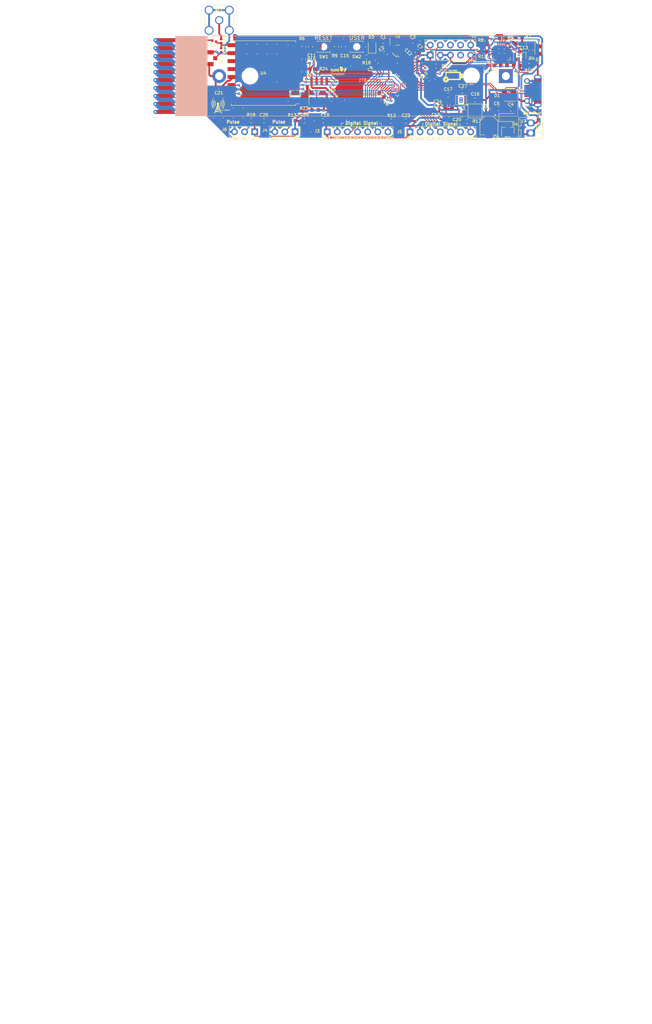
<source format=kicad_pcb>
(kicad_pcb (version 20171130) (host pcbnew "(5.1.10)-1")
  (layers (0 F.Cu signal) (31 B.Cu signal) (34 B.Paste user) (35 F.Paste user) (36 B.SilkS user) (37 F.SilkS user) (38 B.Mask user) (39 F.Mask user) (44 Edge.Cuts user))
  (net 0 "")
  (net 1 GND)
  (net 2 "Net-(AE1-Pad1)")
  (net 3 "Net-(AE2-Pad1)")
  (net 4 "Net-(BT1-Pad1)")
  (net 5 "Net-(C1-Pad2)")
  (net 6 "Net-(C2-Pad1)")
  (net 7 "Net-(C3-Pad2)")
  (net 8 VBUS)
  (net 9 "Net-(C7-Pad2)")
  (net 10 +3V3)
  (net 11 /RESET)
  (net 12 VCC)
  (net 13 /USR)
  (net 14 +3V0)
  (net 15 /D-)
  (net 16 /D+)
  (net 17 "Net-(D2-Pad1)")
  (net 18 "Net-(D3-Pad1)")
  (net 19 /LED0)
  (net 20 "Net-(J1-Pad4)")
  (net 21 /SWDIO)
  (net 22 /SWCLK)
  (net 23 "Net-(J2-Pad6)")
  (net 24 "Net-(J2-Pad7)")
  (net 25 "Net-(J2-Pad8)")
  (net 26 /S0.0)
  (net 27 /S0.1)
  (net 28 /S0.2)
  (net 29 /S0.3)
  (net 30 /GPIO0)
  (net 31 /P0)
  (net 32 /GPIO1)
  (net 33 /S1.3)
  (net 34 /S1.2)
  (net 35 /S1.1)
  (net 36 /S1.0)
  (net 37 /P1)
  (net 38 "Net-(L1-Pad2)")
  (net 39 "Net-(Q1-Pad1)")
  (net 40 "Net-(Q1-Pad3)")
  (net 41 "Net-(R1-Pad1)")
  (net 42 "Net-(R2-Pad1)")
  (net 43 "Net-(R3-Pad1)")
  (net 44 "Net-(R8-Pad1)")
  (net 45 /LOW_B)
  (net 46 /R_CS)
  (net 47 /R_RST)
  (net 48 /CHGR_SEL)
  (net 49 "Net-(U1-Pad3)")
  (net 50 "Net-(U1-Pad10)")
  (net 51 "Net-(U1-Pad12)")
  (net 52 /MOSI)
  (net 53 /SCK)
  (net 54 /MISO)
  (net 55 /R_DIO0)
  (net 56 /R_DIO1)
  (net 57 "Net-(U1-Pad32)")
  (net 58 "Net-(U1-Pad41)")
  (net 59 "Net-(U1-Pad47)")
  (net 60 "Net-(U1-Pad48)")
  (net 61 "Net-(U2-Pad5)")
  (net 62 "Net-(U2-Pad6)")
  (net 63 "Net-(U4-Pad7)")
  (net 64 "Net-(U4-Pad11)")
  (net 65 "Net-(U4-Pad12)")
  (net 66 "Net-(U4-Pad16)")
  (net 67 "Net-(AE3-Pad1)")
  (net 68 "Net-(R20-Pad2)")
  (net 69 /F_CS)
  (net 70 /D_HOLD)
  (net 71 "Net-(C4-Pad2)")
  (net 72 /EX_POWR)
  (net 73 "Net-(C27-Pad1)")
  (net 74 "Net-(U1-Pad39)")
  (net 75 "Net-(U3-Pad6)")
  (net 76 "Net-(U3-Pad5)")
  (net 77 "Net-(U3-Pad4)")
  (module wrx:2bit_top (layer F.Cu) (at 165.4 65.4 90)
    (fp_text reference G*** hide)
    (fp_text value LOGO hide)
    (fp_poly (pts (xy -3.399276 -1.951917) (xy -3.276022 -1.936643) (xy -3.244584 -1.929655) (xy -2.978789 -1.845818) (xy -2.747492 -1.738389) (xy -2.536861 -1.599433) (xy -2.333063 -1.421009) (xy -2.2987 -1.386786) (xy -2.12822 -1.199826) (xy -1.996402 -1.020103) (xy -1.895185 -0.834918) (xy -1.816508 -0.631567) (xy -1.813533 -0.6223) (xy -1.740855 -0.316406) (xy -1.7152 -0.007989) (xy -1.735766 0.296895) (xy -1.801751 0.592192) (xy -1.912354 0.871847) (xy -2.040486 1.0922) (xy -2.230877 1.329092) (xy -2.457992 1.53799) (xy -2.711516 1.709912) (xy -2.810456 1.762604) (xy -3.027422 1.856818) (xy -3.239953 1.919954) (xy -3.461362 1.954299) (xy -3.704963 1.962144) (xy -3.9116 1.951908) (xy -4.109786 1.927499) (xy -4.288822 1.883205) (xy -4.469457 1.812933) (xy -4.5974 1.75052) (xy -4.859739 1.586928) (xy -5.093973 1.384682) (xy -5.2941 1.14997) (xy -5.454113 0.888982) (xy -5.475372 0.845661) (xy -5.529972 0.71493) (xy -5.567013 0.593597) (xy -5.584845 0.490746) (xy -5.581819 0.415465) (xy -5.560083 0.378906) (xy -5.523615 0.371273) (xy -5.445767 0.364698) (xy -5.335954 0.35966) (xy -5.203591 0.356641) (xy -5.110596 0.355988) (xy -4.949843 0.355973) (xy -4.830834 0.358696) (xy -4.744523 0.367787) (xy -4.68186 0.386877) (xy -4.6338 0.419596) (xy -4.591293 0.469577) (xy -4.545293 0.540449) (xy -4.51096 0.596623) (xy -4.391434 0.745481) (xy -4.239768 0.862361) (xy -4.064056 0.946298) (xy -3.87239 0.99633) (xy -3.672864 1.011491) (xy -3.473571 0.99082) (xy -3.282606 0.93335) (xy -3.10806 0.83812) (xy -3.026518 0.773398) (xy -2.8681 0.600181) (xy -2.755038 0.408851) (xy -2.688328 0.204322) (xy -2.668967 -0.00849) (xy -2.697952 -0.224671) (xy -2.77628 -0.439304) (xy -2.779298 -0.445456) (xy -2.893264 -0.629535) (xy -3.037963 -0.777838) (xy -3.220396 -0.897151) (xy -3.272038 -0.922922) (xy -3.358504 -0.96158) (xy -3.430357 -0.985343) (xy -3.505566 -0.997682) (xy -3.602103 -1.002068) (xy -3.683 -1.002306) (xy -3.819917 -0.998452) (xy -3.924809 -0.986318) (xy -4.016155 -0.963082) (xy -4.071229 -0.943003) (xy -4.185516 -0.883141) (xy -4.307772 -0.795609) (xy -4.423787 -0.692803) (xy -4.519354 -0.587121) (xy -4.57375 -0.504571) (xy -4.61622 -0.437317) (xy -4.661113 -0.389126) (xy -4.672014 -0.38185) (xy -4.712734 -0.373357) (xy -4.793223 -0.366342) (xy -4.902467 -0.360941) (xy -5.02945 -0.35729) (xy -5.16316 -0.355526) (xy -5.292581 -0.355785) (xy -5.406701 -0.358203) (xy -5.494505 -0.362916) (xy -5.544979 -0.370061) (xy -5.547823 -0.371018) (xy -5.579695 -0.408988) (xy -5.586146 -0.484357) (xy -5.567649 -0.590819) (xy -5.524679 -0.72207) (xy -5.520669 -0.732268) (xy -5.383488 -1.010386) (xy -5.205983 -1.260243) (xy -4.992213 -1.478302) (xy -4.746233 -1.661023) (xy -4.472098 -1.804869) (xy -4.175206 -1.905958) (xy -4.047962 -1.930206) (xy -3.891978 -1.947302) (xy -3.722023 -1.95687) (xy -3.552866 -1.958534) (xy -3.399276 -1.951917)) (layer F.Cu) (width 0.01))
    (fp_poly (pts (xy -0.220059 -0.731606) (xy -0.138609 -0.728263) (xy -0.080504 -0.722307) (xy -0.038883 -0.713293) (xy -0.006883 -0.700775) (xy 0.020578 -0.685402) (xy 0.099955 -0.61379) (xy 0.150654 -0.510957) (xy 0.174882 -0.371299) (xy 0.17776 -0.286566) (xy 0.164483 -0.128265) (xy 0.123397 -0.009274) (xy 0.052499 0.074854) (xy 0 0.10791) (xy -0.04129 0.124692) (xy -0.093237 0.136773) (xy -0.164291 0.144864) (xy -0.2629 0.149678) (xy -0.397513 0.151927) (xy -0.52705 0.15236) (xy -0.9652 0.1524) (xy -0.9652 0.405428) (xy 0.1651 0.4191) (xy 0.172717 0.56515) (xy 0.180335 0.7112) (xy -1.2954 0.7112) (xy -1.295259 0.43815) (xy -1.291675 0.268352) (xy -1.279681 0.140193) (xy -1.257113 0.044897) (xy -1.221807 -0.026312) (xy -1.171601 -0.082209) (xy -1.165709 -0.087268) (xy -1.13757 -0.109918) (xy -1.10959 -0.126594) (xy -1.073935 -0.138211) (xy -1.022768 -0.145684) (xy -0.948256 -0.149926) (xy -0.842562 -0.151853) (xy -0.697852 -0.152378) (xy -0.607652 -0.1524) (xy -0.127 -0.1524) (xy -0.127 -0.4318) (xy -1.297936 -0.4318) (xy -1.2827 -0.7239) (xy -0.6731 -0.730408) (xy -0.480443 -0.732234) (xy -0.331716 -0.732781) (xy -0.220059 -0.731606)) (layer F.Cu) (width 0.01))
    (fp_poly (pts (xy 1.726756 -0.731492) (xy 2.361313 -0.7239) (xy 2.444306 -0.640889) (xy 2.484227 -0.598168) (xy 2.509328 -0.558235) (xy 2.523704 -0.507323) (xy 2.531448 -0.431663) (xy 2.536086 -0.332175) (xy 2.539076 -0.22098) (xy 2.536324 -0.148173) (xy 2.525953 -0.101489) (xy 2.506085 -0.068665) (xy 2.493702 -0.055303) (xy 2.459321 -0.016711) (xy 2.460776 0.009308) (xy 2.491266 0.03997) (xy 2.516794 0.072046) (xy 2.531742 0.119381) (xy 2.53862 0.194578) (xy 2.54 0.284598) (xy 2.531907 0.435145) (xy 2.505586 0.546168) (xy 2.457967 0.626625) (xy 2.407493 0.671558) (xy 2.382475 0.68418) (xy 2.343857 0.693889) (xy 2.285485 0.701042) (xy 2.201204 0.705994) (xy 2.084861 0.7091) (xy 1.930301 0.710716) (xy 1.73137 0.711199) (xy 1.721548 0.7112) (xy 1.0922 0.7112) (xy 1.0922 0.1524) (xy 1.397 0.1524) (xy 1.397 0.4064) (xy 2.2352 0.4064) (xy 2.2352 0.1524) (xy 1.397 0.1524) (xy 1.0922 0.1524) (xy 1.0922 -0.4318) (xy 1.397 -0.4318) (xy 1.397 -0.1524) (xy 2.2352 -0.1524) (xy 2.2352 -0.4318) (xy 1.397 -0.4318) (xy 1.0922 -0.4318) (xy 1.0922 -0.739084) (xy 1.726756 -0.731492)) (layer F.Cu) (width 0.01))
    (fp_poly (pts (xy 4.1148 -0.4318) (xy 3.556 -0.4318) (xy 3.556 0.4064) (xy 4.1148 0.4064) (xy 4.1148 0.7112) (xy 2.667 0.7112) (xy 2.667 0.4064) (xy 3.2512 0.4064) (xy 3.2512 -0.4318) (xy 2.667 -0.4318) (xy 2.667 -0.7366) (xy 4.1148 -0.7366) (xy 4.1148 -0.4318)) (layer F.Cu) (width 0.01))
    (fp_poly (pts (xy 5.6896 -0.4318) (xy 5.1308 -0.4318) (xy 5.1308 0.7112) (xy 4.826 0.7112) (xy 4.826 -0.4318) (xy 4.2418 -0.4318) (xy 4.2418 -0.7366) (xy 5.6896 -0.7366) (xy 5.6896 -0.4318)) (layer F.Cu) (width 0.01))
    (fp_poly (pts (xy -3.523209 -0.441348) (xy -3.396182 -0.368994) (xy -3.353498 -0.330898) (xy -3.26583 -0.210679) (xy -3.220025 -0.074387) (xy -3.216025 0.067287) (xy -3.253774 0.203653) (xy -3.333217 0.324017) (xy -3.357084 0.348037) (xy -3.482915 0.433375) (xy -3.624189 0.474019) (xy -3.770746 0.468265) (xy -3.8735 0.434592) (xy -4.003744 0.349746) (xy -4.096974 0.237125) (xy -4.149898 0.105169) (xy -4.159222 -0.037683) (xy -4.121651 -0.18299) (xy -4.117857 -0.191551) (xy -4.035718 -0.317329) (xy -3.925766 -0.406915) (xy -3.797419 -0.458591) (xy -3.660094 -0.470641) (xy -3.523209 -0.441348)) (layer F.Cu) (width 0.01))
  )
  (module wrx:2bit_mask (layer F.Cu) (at 165.4 65.4 90)
    (fp_text reference G*** hide)
    (fp_text value LOGO hide)
  )
  (module wrx:rohs (layer F.Cu) (at 161.5 60.6)
    (fp_text reference G*** hide)
    (fp_text value LOGO hide)
  )
  (module wrx:ulp (layer F.Cu) (at 190.1 61.8)
    (fp_text reference G*** hide)
    (fp_text value LOGO hide)
  )
  (module wrx:antena (layer F.Cu) (at 131.8 69.4)
    (fp_text reference G*** hide)
    (fp_text value LOGO hide)
  )
  (module "" (layer F.Cu) (at 76.6 100.8)
    (fp_text reference "" (at 151.6 198.5) (layer F.SilkS) (effects (font (size 1.27 1.27))))
    (fp_text value "" (at 151.6 198.5) (layer F.SilkS) (effects (font (size 1.27 1.27))))
  )
  (module "" (layer F.Cu) (at 151.6 198.5)
    (fp_text reference "" (at 76.9 100.5) (layer F.SilkS) (effects (font (size 1.27 1.27))))
    (fp_text value "" (at 76.9 100.5) (layer F.SilkS) (effects (font (size 1.27 1.27))))
  )
  (module "" (layer F.Cu) (at 135.3 77.3)
    (fp_text reference "" (at 74.3 98.4) (layer F.SilkS) (effects (font (size 1.27 1.27))))
    (fp_text value "" (at 74.3 98.4) (layer F.SilkS) (effects (font (size 1.27 1.27))))
    (fp_text user GND (at 25.8 0.1) (layer F.SilkS) (effects (font (size 0.6 0.6))))
  )
  (module "" (layer F.Cu) (at 132.7 75.2)
    (fp_text reference "" (at 107.2 92.2) (layer F.SilkS) (effects (font (size 1.27 1.27))))
    (fp_text value "" (at 107.2 92.2) (layer F.SilkS) (effects (font (size 1.27 1.27))))
    (fp_text user GND (at 2.6 2.3) (layer F.SilkS) (effects (font (size 0.6 0.6))))
  )
  (module "" (layer F.Cu) (at 79.1 102.4)
    (fp_text reference "" (at 107.2 92.2) (layer F.SilkS) (effects (font (size 1.27 1.27))))
    (fp_text value "" (at 107.2 92.2) (layer F.SilkS) (effects (font (size 1.27 1.27))))
  )
  (module Package_DFN_QFN:QFN-20-1EP_4x4mm_P0.5mm_EP2.5x2.5mm (layer F.Cu) (at 202.4 55.65 270)
    (fp_text reference U2 (at 2.35 3 180) (layer F.SilkS) (effects (font (size 0.75 0.75))))
    (fp_text value MCP73871)
    (pad 21 smd roundrect (at 0 0 270) (size 2.5 2.5) (layers F.Cu F.Mask) (roundrect_rratio 0.1) (net 1 GND))
    (pad 1 smd roundrect (at -1.9375 -1 270) (size 0.825 0.25) (layers F.Cu F.Paste F.Mask) (net 12 VCC))
    (pad 2 smd roundrect (at -1.9375 -0.5 270) (size 0.825 0.25) (layers F.Cu F.Paste F.Mask) (net 42 "Net-(R2-Pad1)"))
    (pad 3 smd roundrect (at -1.9375 0 270) (size 0.825 0.25) (layers F.Cu F.Paste F.Mask) (net 72 /EX_POWR))
    (pad 4 smd roundrect (at -1.9375 0.5 270) (size 0.825 0.25) (layers F.Cu F.Paste F.Mask) (net 8 VBUS))
    (pad 5 smd roundrect (at -1.9375 1 270) (size 0.825 0.25) (layers F.Cu F.Paste F.Mask) (net 61 "Net-(U2-Pad5)"))
    (pad 6 smd roundrect (at -1 1.9375 270) (size 0.25 0.825) (layers F.Cu F.Paste F.Mask) (net 62 "Net-(U2-Pad6)"))
    (pad 7 smd roundrect (at -0.5 1.9375 270) (size 0.25 0.825) (layers F.Cu F.Paste F.Mask) (net 44 "Net-(R8-Pad1)"))
    (pad 8 smd roundrect (at 0 1.9375 270) (size 0.25 0.825) (layers F.Cu F.Paste F.Mask) (net 45 /LOW_B))
    (pad 9 smd roundrect (at 0.5 1.9375 270) (size 0.25 0.825) (layers F.Cu F.Paste F.Mask) (net 8 VBUS))
    (pad 10 smd roundrect (at 1 1.9375 270) (size 0.25 0.825) (layers F.Cu F.Paste F.Mask) (net 1 GND))
    (pad 11 smd roundrect (at 1.9375 1 270) (size 0.825 0.25) (layers F.Cu F.Paste F.Mask) (net 1 GND))
    (pad 12 smd roundrect (at 1.9375 0.5 270) (size 0.825 0.25) (layers F.Cu F.Paste F.Mask) (net 43 "Net-(R3-Pad1)"))
    (pad 13 smd roundrect (at 1.9375 0 270) (size 0.825 0.25) (layers F.Cu F.Paste F.Mask) (net 41 "Net-(R1-Pad1)"))
    (pad 14 smd roundrect (at 1.9375 -0.5 270) (size 0.825 0.25) (layers F.Cu F.Paste F.Mask) (net 4 "Net-(BT1-Pad1)"))
    (pad 15 smd roundrect (at 1.9375 -1 270) (size 0.825 0.25) (layers F.Cu F.Paste F.Mask) (net 4 "Net-(BT1-Pad1)"))
    (pad 16 smd roundrect (at 1 -1.9375 270) (size 0.25 0.825) (layers F.Cu F.Paste F.Mask) (net 4 "Net-(BT1-Pad1)"))
    (pad 17 smd roundrect (at 0.5 -1.9375 270) (size 0.25 0.825) (layers F.Cu F.Paste F.Mask) (net 40 "Net-(Q1-Pad3)"))
    (pad 18 smd roundrect (at 0 -1.9375 270) (size 0.25 0.825) (layers F.Cu F.Paste F.Mask) (net 8 VBUS))
    (pad 19 smd roundrect (at -0.5 -1.9375 270) (size 0.25 0.825) (layers F.Cu F.Paste F.Mask) (net 8 VBUS))
    (pad 20 smd roundrect (at -1 -1.9375 270) (size 0.25 0.825) (layers F.Cu F.Paste F.Mask) (net 12 VCC))
  )
  (module Resistor_SMD:R_0603_1608Metric (layer F.Cu) (at 155.5 70.3 180)
    (fp_text reference R23 (at 2.8 0.4) (layer F.SilkS) (effects (font (size 0.75 0.75))))
    (fp_text value 10K)
    (pad 2 smd roundrect (at 0.7875 0 180) (size 0.875 0.95) (layers F.Cu F.Paste F.Mask) (net 69 /F_CS))
    (pad 1 smd roundrect (at -0.7875 0 180) (size 0.875 0.95) (layers F.Cu F.Paste F.Mask) (net 10 +3V3))
  )
  (module Package_DFN_QFN:Micrel_MLF-8-1EP_2x2mm_P0.5mm_EP0.8x1.3mm_ThermalVias (layer F.Cu) (at 192.15 67.8 180)
    (fp_text reference U3 (at -0.25 -2) (layer F.SilkS) (effects (font (size 0.8 0.8))))
    (fp_text value MIC5330-3.3/3.0)
    (pad 9 smd rect (at 0 0 180) (size 0.8 1.3) (layers B.Cu))
    (pad 9 thru_hole circle (at 0 0.35 180) (size 0.6 0.6) (drill 0.3) (layers *.Cu))
    (pad 9 thru_hole circle (at 0 -0.35 180) (size 0.6 0.6) (drill 0.3) (layers *.Cu))
    (pad 9 smd rect (at 0 0 180) (size 0.8 1.3) (layers F.Cu F.Mask))
    (pad 8 smd rect (at 0.9 -0.75 180) (size 0.4 0.23) (layers F.Cu F.Paste F.Mask) (net 10 +3V3))
    (pad 7 smd rect (at 0.9 -0.25 180) (size 0.4 0.23) (layers F.Cu F.Paste F.Mask) (net 14 +3V0))
    (pad 6 smd rect (at 0.9 0.25 180) (size 0.4 0.23) (layers F.Cu F.Paste F.Mask) (net 75 "Net-(U3-Pad6)"))
    (pad 5 smd rect (at 0.9 0.75 180) (size 0.4 0.23) (layers F.Cu F.Paste F.Mask) (net 76 "Net-(U3-Pad5)"))
    (pad 4 smd rect (at -0.9 0.75 180) (size 0.4 0.23) (layers F.Cu F.Paste F.Mask) (net 77 "Net-(U3-Pad4)"))
    (pad 3 smd rect (at -0.9 0.25 180) (size 0.4 0.23) (layers F.Cu F.Paste F.Mask) (net 73 "Net-(C27-Pad1)"))
    (pad 2 smd rect (at -0.9 -0.25 180) (size 0.4 0.23) (layers F.Cu F.Paste F.Mask) (net 1 GND))
    (pad 1 smd rect (at -0.9 -0.75 180) (size 0.4 0.23) (layers F.Cu F.Paste F.Mask) (net 38 "Net-(L1-Pad2)"))
  )
  (module Capacitor_SMD:C_0603_1608Metric (layer F.Cu) (at 192.425 65.55 180)
    (fp_text reference C27 (at -0.175 1.25) (layer F.SilkS) (effects (font (size 0.8 0.8))))
    (fp_text value 0.1uF)
    (pad 2 smd roundrect (at 0.775 0 180) (size 0.9 0.95) (layers F.Cu F.Paste F.Mask) (net 1 GND))
    (pad 1 smd roundrect (at -0.775 0 180) (size 0.9 0.95) (layers F.Cu F.Paste F.Mask) (net 73 "Net-(C27-Pad1)"))
  )
  (module Battery:BatteryHolder_MPD_BH-18650-PC2 (layer B.Cu) (at 203.4 61.8 180)
    (fp_text reference BT1 (at 36 -1) (layer B.SilkS) (effects (font (size 0.75 0.75)) (justify mirror)))
    (fp_text value 18650)
    (pad "" np_thru_hole circle (at 64.255 0 180) (size 3.2 3.2) (drill 3.2) (layers *.Cu *.Mask))
    (pad "" np_thru_hole circle (at 8.645 0 180) (size 3.2 3.2) (drill 3.2) (layers *.Cu *.Mask))
    (pad 1 thru_hole rect (at 0 0 180) (size 3.5 3.5) (drill 2) (layers *.Cu *.Mask) (net 4 "Net-(BT1-Pad1)"))
    (pad 2 thru_hole circle (at 72 0 180) (size 3.5 3.5) (drill 2) (layers *.Cu *.Mask) (net 1 GND))
  )
  (module Capacitor_SMD:C_0603_1608Metric (layer F.Cu) (at 172.6 53.05)
    (fp_text reference C1 (at 0 -1.05) (layer F.SilkS) (effects (font (size 0.75 0.75))))
    (fp_text value 22uF)
    (pad 1 smd roundrect (at -0.7875 0) (size 0.875 0.95) (layers F.Cu F.Paste F.Mask) (net 1 GND))
    (pad 2 smd roundrect (at 0.7875 0) (size 0.875 0.95) (layers F.Cu F.Paste F.Mask) (net 5 "Net-(C1-Pad2)"))
  )
  (module Capacitor_SMD:C_0603_1608Metric (layer F.Cu) (at 173.2 56 45)
    (fp_text reference C2 (at 0 -1.43 45) (layer F.SilkS) (effects (font (size 0.75 0.75))))
    (fp_text value C)
    (pad 2 smd roundrect (at 0.7875 0 45) (size 0.875 0.95) (layers F.Cu F.Paste F.Mask) (net 1 GND))
    (pad 1 smd roundrect (at -0.7875 0 45) (size 0.875 0.95) (layers F.Cu F.Paste F.Mask) (net 6 "Net-(C2-Pad1)"))
  )
  (module Capacitor_SMD:C_0603_1608Metric (layer F.Cu) (at 180 53.05 180)
    (fp_text reference C3 (at 0 1.05) (layer F.SilkS) (effects (font (size 0.75 0.75))))
    (fp_text value 22uF)
    (pad 2 smd roundrect (at 0.7875 0 180) (size 0.875 0.95) (layers F.Cu F.Paste F.Mask) (net 7 "Net-(C3-Pad2)"))
    (pad 1 smd roundrect (at -0.7875 0 180) (size 0.875 0.95) (layers F.Cu F.Paste F.Mask) (net 1 GND))
  )
  (module Capacitor_SMD:C_0603_1608Metric (layer F.Cu) (at 204.65 70.05 180)
    (fp_text reference C4 (at 0 1.15) (layer F.SilkS) (effects (font (size 0.75 0.75))))
    (fp_text value 1uF)
    (pad 2 smd roundrect (at 0.7875 0 180) (size 0.875 0.95) (layers F.Cu F.Paste F.Mask) (net 71 "Net-(C4-Pad2)"))
    (pad 1 smd roundrect (at -0.7875 0 180) (size 0.875 0.95) (layers F.Cu F.Paste F.Mask) (net 1 GND))
  )
  (module Capacitor_SMD:C_0603_1608Metric (layer F.Cu) (at 201.5625 70)
    (fp_text reference C5 (at -0.4625 -1.3) (layer F.SilkS) (effects (font (size 0.75 0.75))))
    (fp_text value 1uF)
    (pad 1 smd roundrect (at -0.7875 0) (size 0.875 0.95) (layers F.Cu F.Paste F.Mask) (net 1 GND))
    (pad 2 smd roundrect (at 0.7875 0) (size 0.875 0.95) (layers F.Cu F.Paste F.Mask) (net 71 "Net-(C4-Pad2)"))
  )
  (module Capacitor_SMD:C_0603_1608Metric (layer F.Cu) (at 181 55.493153 315)
    (fp_text reference C7 (at -0.20729 -1.338661 135) (layer F.SilkS) (effects (font (size 0.75 0.75))))
    (fp_text value C)
    (pad 1 smd roundrect (at -0.7875 0 315) (size 0.875 0.95) (layers F.Cu F.Paste F.Mask) (net 1 GND))
    (pad 2 smd roundrect (at 0.7875 0 315) (size 0.875 0.95) (layers F.Cu F.Paste F.Mask) (net 9 "Net-(C7-Pad2)"))
  )
  (module Capacitor_SMD:C_0603_1608Metric (layer F.Cu) (at 172.15 66.55 315)
    (fp_text reference C8 (at 2.30234 0.590576 135) (layer F.SilkS) (effects (font (size 0.75 0.75))))
    (fp_text value 0.1uF)
    (pad 2 smd roundrect (at 0.7875 0 315) (size 0.875 0.95) (layers F.Cu F.Paste F.Mask) (net 1 GND))
    (pad 1 smd roundrect (at -0.7875 0 315) (size 0.875 0.95) (layers F.Cu F.Paste F.Mask) (net 10 +3V3))
  )
  (module Capacitor_SMD:C_0603_1608Metric (layer F.Cu) (at 171 58.2 225)
    (fp_text reference C9 (at 2.448852 -0.11144 45) (layer F.SilkS) (effects (font (size 0.75 0.75))))
    (fp_text value 0.1uF)
    (pad 2 smd roundrect (at 0.7875 0 225) (size 0.875 0.95) (layers F.Cu F.Paste F.Mask) (net 1 GND))
    (pad 1 smd roundrect (at -0.7875 0 225) (size 0.875 0.95) (layers F.Cu F.Paste F.Mask) (net 10 +3V3))
  )
  (module Capacitor_SMD:C_0603_1608Metric (layer F.Cu) (at 183.843153 62.606847 45)
    (fp_text reference C10 (at 0 -1.43 45) (layer F.SilkS) (effects (font (size 0.75 0.75))))
    (fp_text value 0.1uF)
    (pad 1 smd roundrect (at -0.7875 0 45) (size 0.875 0.95) (layers F.Cu F.Paste F.Mask) (net 10 +3V3))
    (pad 2 smd roundrect (at 0.7875 0 45) (size 0.875 0.95) (layers F.Cu F.Paste F.Mask) (net 1 GND))
  )
  (module Capacitor_SMD:C_0603_1608Metric (layer F.Cu) (at 154.35 54.45 90)
    (fp_text reference C11 (at -2.15 0.25 180) (layer F.SilkS) (effects (font (size 0.75 0.75))))
    (fp_text value 0.1uF)
    (pad 1 smd roundrect (at -0.7875 0 90) (size 0.875 0.95) (layers F.Cu F.Paste F.Mask) (net 11 /RESET))
    (pad 2 smd roundrect (at 0.7875 0 90) (size 0.875 0.95) (layers F.Cu F.Paste F.Mask) (net 1 GND))
  )
  (module Capacitor_SMD:C_0603_1608Metric (layer F.Cu) (at 180.65 57.55 315)
    (fp_text reference C12 (at -2.474874 0 135) (layer F.SilkS) (effects (font (size 0.75 0.75))))
    (fp_text value 0.1uF)
    (pad 1 smd roundrect (at -0.7875 0 315) (size 0.875 0.95) (layers F.Cu F.Paste F.Mask) (net 10 +3V3))
    (pad 2 smd roundrect (at 0.7875 0 315) (size 0.875 0.95) (layers F.Cu F.Paste F.Mask) (net 1 GND))
  )
  (module Capacitor_SMD:C_0603_1608Metric (layer F.Cu) (at 206.7 53.75 180)
    (fp_text reference C13 (at -1.2 -0.95) (layer F.SilkS) (effects (font (size 0.75 0.75))))
    (fp_text value C)
    (pad 1 smd roundrect (at -0.7875 0 180) (size 0.875 0.95) (layers F.Cu F.Paste F.Mask) (net 1 GND))
    (pad 2 smd roundrect (at 0.7875 0 180) (size 0.875 0.95) (layers F.Cu F.Paste F.Mask) (net 12 VCC))
  )
  (module Capacitor_SMD:C_0603_1608Metric (layer F.Cu) (at 206.15 59.15)
    (fp_text reference C14 (at 0.05 2.25) (layer F.SilkS) (effects (font (size 0.75 0.75))))
    (fp_text value 10uF)
    (pad 2 smd roundrect (at 0.7875 0) (size 0.875 0.95) (layers F.Cu F.Paste F.Mask) (net 1 GND))
    (pad 1 smd roundrect (at -0.7875 0) (size 0.875 0.95) (layers F.Cu F.Paste F.Mask) (net 4 "Net-(BT1-Pad1)"))
  )
  (module Capacitor_SMD:C_0603_1608Metric (layer F.Cu) (at 162.65 54.45 90)
    (fp_text reference C15 (at -2.25 0.25 180) (layer F.SilkS) (effects (font (size 0.75 0.75))))
    (fp_text value 0.1uF)
    (pad 2 smd roundrect (at 0.7875 0 90) (size 0.875 0.95) (layers F.Cu F.Paste F.Mask) (net 1 GND))
    (pad 1 smd roundrect (at -0.7875 0 90) (size 0.875 0.95) (layers F.Cu F.Paste F.Mask) (net 13 /USR))
  )
  (module Capacitor_SMD:C_0603_1608Metric (layer F.Cu) (at 195.65 67.8 180)
    (fp_text reference C16 (at -0.05 1.5) (layer F.SilkS) (effects (font (size 0.75 0.75))))
    (fp_text value 10uF)
    (pad 2 smd roundrect (at 0.7875 0 180) (size 0.875 0.95) (layers F.Cu F.Paste F.Mask) (net 1 GND))
    (pad 1 smd roundrect (at -0.7875 0 180) (size 0.875 0.95) (layers F.Cu F.Paste F.Mask) (net 12 VCC))
  )
  (module Capacitor_SMD:C_0603_1608Metric (layer F.Cu) (at 188.9 66.55)
    (fp_text reference C17 (at 0 -1.45) (layer F.SilkS) (effects (font (size 0.75 0.75))))
    (fp_text value 0.1uF)
    (pad 1 smd roundrect (at -0.7875 0) (size 0.875 0.95) (layers F.Cu F.Paste F.Mask) (net 12 VCC))
    (pad 2 smd roundrect (at 0.7875 0) (size 0.875 0.95) (layers F.Cu F.Paste F.Mask) (net 1 GND))
  )
  (module Capacitor_SMD:C_0603_1608Metric (layer F.Cu) (at 157.5125 73 180)
    (fp_text reference C18 (at -0.4875 1.4) (layer F.SilkS) (effects (font (size 0.75 0.75))))
    (fp_text value 0.1uF)
    (pad 1 smd roundrect (at -0.7875 0 180) (size 0.875 0.95) (layers F.Cu F.Paste F.Mask) (net 14 +3V0))
    (pad 2 smd roundrect (at 0.7875 0 180) (size 0.875 0.95) (layers F.Cu F.Paste F.Mask) (net 1 GND))
  )
  (module Capacitor_SMD:C_0603_1608Metric (layer F.Cu) (at 189.15 71.55 180)
    (fp_text reference C19 (at 3.35 0.05) (layer F.SilkS) (effects (font (size 0.75 0.75))))
    (fp_text value 10uF)
    (pad 2 smd roundrect (at 0.7875 0 180) (size 0.875 0.95) (layers F.Cu F.Paste F.Mask) (net 1 GND))
    (pad 1 smd roundrect (at -0.7875 0 180) (size 0.875 0.95) (layers F.Cu F.Paste F.Mask) (net 10 +3V3))
  )
  (module Capacitor_SMD:C_0603_1608Metric (layer F.Cu) (at 192.4 71.55)
    (fp_text reference C20 (at -1.3 1.15 180) (layer F.SilkS) (effects (font (size 0.75 0.75))))
    (fp_text value 0.1uF)
    (pad 2 smd roundrect (at 0.7875 0) (size 0.875 0.95) (layers F.Cu F.Paste F.Mask) (net 1 GND))
    (pad 1 smd roundrect (at -0.7875 0) (size 0.875 0.95) (layers F.Cu F.Paste F.Mask) (net 10 +3V3))
  )
  (module Capacitor_SMD:C_0603_1608Metric (layer F.Cu) (at 131.3125 64.6 180)
    (fp_text reference C21 (at 0 -1.43) (layer F.SilkS) (effects (font (size 0.75 0.75))))
    (fp_text value 0.1uF)
    (pad 2 smd roundrect (at 0.7875 0 180) (size 0.875 0.95) (layers F.Cu F.Paste F.Mask) (net 1 GND))
    (pad 1 smd roundrect (at -0.7875 0 180) (size 0.875 0.95) (layers F.Cu F.Paste F.Mask) (net 10 +3V3))
  )
  (module Capacitor_SMD:C_0603_1608Metric (layer F.Cu) (at 189.9 69.1875 270)
    (fp_text reference C22 (at 0.0125 3.5 180) (layer F.SilkS) (effects (font (size 0.75 0.75))))
    (fp_text value 10uF)
    (pad 1 smd roundrect (at -0.7875 0 270) (size 0.875 0.95) (layers F.Cu F.Paste F.Mask) (net 14 +3V0))
    (pad 2 smd roundrect (at 0.7875 0 270) (size 0.875 0.95) (layers F.Cu F.Paste F.Mask) (net 1 GND))
  )
  (module Capacitor_SMD:C_0603_1608Metric (layer F.Cu) (at 178.3125 73.1 180)
    (fp_text reference C23 (at 0.0125 1.4) (layer F.SilkS) (effects (font (size 0.75 0.75))))
    (fp_text value 0.1uF)
    (pad 2 smd roundrect (at 0.7875 0 180) (size 0.875 0.95) (layers F.Cu F.Paste F.Mask) (net 1 GND))
    (pad 1 smd roundrect (at -0.7875 0 180) (size 0.875 0.95) (layers F.Cu F.Paste F.Mask) (net 14 +3V0))
  )
  (module Capacitor_SMD:C_0603_1608Metric (layer F.Cu) (at 188.15 69.1875 270)
    (fp_text reference C24 (at -0.9875 1.85 180) (layer F.SilkS) (effects (font (size 0.75 0.75))))
    (fp_text value 0.1uF)
    (pad 1 smd roundrect (at -0.7875 0 270) (size 0.875 0.95) (layers F.Cu F.Paste F.Mask) (net 14 +3V0))
    (pad 2 smd roundrect (at 0.7875 0 270) (size 0.875 0.95) (layers F.Cu F.Paste F.Mask) (net 1 GND))
  )
  (module Capacitor_SMD:C_0603_1608Metric (layer F.Cu) (at 142.6375 73)
    (fp_text reference C25 (at 0 -1.43) (layer F.SilkS) (effects (font (size 0.75 0.75))))
    (fp_text value 0.1uF)
    (pad 1 smd roundrect (at -0.7875 0) (size 0.875 0.95) (layers F.Cu F.Paste F.Mask) (net 10 +3V3))
    (pad 2 smd roundrect (at 0.7875 0) (size 0.875 0.95) (layers F.Cu F.Paste F.Mask) (net 1 GND))
  )
  (module Capacitor_SMD:C_0603_1608Metric (layer F.Cu) (at 152.8875 73)
    (fp_text reference C26 (at 0 -1.43) (layer F.SilkS) (effects (font (size 0.75 0.75))))
    (fp_text value 0.1uF)
    (pad 1 smd roundrect (at -0.7875 0) (size 0.875 0.95) (layers F.Cu F.Paste F.Mask) (net 10 +3V3))
    (pad 2 smd roundrect (at 0.7875 0) (size 0.875 0.95) (layers F.Cu F.Paste F.Mask) (net 1 GND))
  )
  (module Package_TO_SOT_SMD:SOT-143 (layer F.Cu) (at 204.15 66.55 180)
    (fp_text reference D1 (at 2.95 -0.15 180) (layer F.SilkS) (effects (font (size 0.75 0.75))))
    (fp_text value SP0503BAHT)
    (pad 1 smd rect (at -1.1 -0.77 90) (size 1.2 1.4) (layers F.Cu F.Paste F.Mask) (net 1 GND))
    (pad 2 smd rect (at -1.1 0.95 90) (size 1 1.4) (layers F.Cu F.Paste F.Mask) (net 15 /D-))
    (pad 3 smd rect (at 1.1 0.95 90) (size 1 1.4) (layers F.Cu F.Paste F.Mask) (net 16 /D+))
    (pad 4 smd rect (at 1.1 -0.95 90) (size 1 1.4) (layers F.Cu F.Paste F.Mask) (net 71 "Net-(C4-Pad2)"))
  )
  (module LED_SMD:LED_0805_2012Metric (layer F.Cu) (at 211.65 55.3 270)
    (fp_text reference D2 (at 2.4 0.05 180) (layer F.SilkS) (effects (font (size 0.75 0.75))))
    (fp_text value ORANGE)
    (pad 2 smd roundrect (at 0.9375 0 270) (size 0.975 1.4) (layers F.Cu F.Paste F.Mask) (net 8 VBUS))
    (pad 1 smd roundrect (at -0.9375 0 270) (size 0.975 1.4) (layers F.Cu F.Paste F.Mask) (net 17 "Net-(D2-Pad1)"))
  )
  (module LED_SMD:LED_0805_2012Metric (layer F.Cu) (at 169.8 54.4 90)
    (fp_text reference D3 (at 2.4 -0.2 180) (layer F.SilkS) (effects (font (size 0.75 0.75))))
    (fp_text value RED)
    (pad 2 smd roundrect (at 0.9375 0 90) (size 0.975 1.4) (layers F.Cu F.Paste F.Mask) (net 19 /LED0))
    (pad 1 smd roundrect (at -0.9375 0 90) (size 0.975 1.4) (layers F.Cu F.Paste F.Mask) (net 18 "Net-(D3-Pad1)"))
  )
  (module Connector_USB:USB_Micro-B_Molex-105017-0001 (layer F.Cu) (at 210.1625 65.55 90)
    (fp_text reference J1 (at 0.05 -3.1125 180) (layer F.SilkS) (effects (font (size 0.75 0.75))))
    (fp_text value USB_B_Micro)
    (pad 6 smd rect (at -2.9 1.2375 90) (size 1.2 1.9) (layers F.Cu F.Mask) (net 1 GND))
    (pad 6 smd rect (at 2.9 1.2375 90) (size 1.2 1.9) (layers F.Cu F.Mask) (net 1 GND))
    (pad 6 thru_hole oval (at 3.5 1.2375 90) (size 1.2 1.9) (drill oval 0.6 1.3) (layers *.Cu *.Mask) (net 1 GND))
    (pad 6 thru_hole oval (at -3.5 1.2375 270) (size 1.2 1.9) (drill oval 0.6 1.3) (layers *.Cu *.Mask) (net 1 GND))
    (pad 6 smd rect (at -1 1.2375 90) (size 1.5 1.9) (layers F.Cu F.Paste F.Mask) (net 1 GND))
    (pad 6 thru_hole circle (at 2.5 -1.4625 90) (size 1.45 1.45) (drill 0.85) (layers *.Cu *.Mask) (net 1 GND))
    (pad 3 smd rect (at 0 -1.4625 90) (size 0.4 1.35) (layers F.Cu F.Paste F.Mask) (net 16 /D+))
    (pad 4 smd rect (at 0.65 -1.4625 90) (size 0.4 1.35) (layers F.Cu F.Paste F.Mask) (net 20 "Net-(J1-Pad4)"))
    (pad 5 smd rect (at 1.3 -1.4625 90) (size 0.4 1.35) (layers F.Cu F.Paste F.Mask) (net 1 GND))
    (pad 1 smd rect (at -1.3 -1.4625 90) (size 0.4 1.35) (layers F.Cu F.Paste F.Mask) (net 71 "Net-(C4-Pad2)"))
    (pad 2 smd rect (at -0.65 -1.4625 90) (size 0.4 1.35) (layers F.Cu F.Paste F.Mask) (net 15 /D-))
    (pad 6 thru_hole circle (at -2.5 -1.4625 90) (size 1.45 1.45) (drill 0.85) (layers *.Cu *.Mask) (net 1 GND))
    (pad 6 smd rect (at 1 1.2375 90) (size 1.5 1.9) (layers F.Cu F.Paste F.Mask) (net 1 GND))
  )
  (module Connector_PinHeader_2.54mm:PinHeader_2x05_P2.54mm_Vertical (layer F.Cu) (at 184.4 56.55 90)
    (fp_text reference J2 (at 4.75 11 180) (layer F.SilkS) (effects (font (size 0.75 0.75))))
    (fp_text value ARM_SWD)
    (pad 1 thru_hole rect (at 0 0 90) (size 1.7 1.7) (drill 1) (layers *.Cu *.Mask) (net 10 +3V3))
    (pad 2 thru_hole oval (at 2.54 0 90) (size 1.7 1.7) (drill 1) (layers *.Cu *.Mask) (net 21 /SWDIO))
    (pad 3 thru_hole oval (at 0 2.54 90) (size 1.7 1.7) (drill 1) (layers *.Cu *.Mask) (net 1 GND))
    (pad 4 thru_hole oval (at 2.54 2.54 90) (size 1.7 1.7) (drill 1) (layers *.Cu *.Mask) (net 22 /SWCLK))
    (pad 5 thru_hole oval (at 0 5.08 90) (size 1.7 1.7) (drill 1) (layers *.Cu *.Mask) (net 1 GND))
    (pad 6 thru_hole oval (at 2.54 5.08 90) (size 1.7 1.7) (drill 1) (layers *.Cu *.Mask) (net 23 "Net-(J2-Pad6)"))
    (pad 7 thru_hole oval (at 0 7.62 90) (size 1.7 1.7) (drill 1) (layers *.Cu *.Mask) (net 24 "Net-(J2-Pad7)"))
    (pad 8 thru_hole oval (at 2.54 7.62 90) (size 1.7 1.7) (drill 1) (layers *.Cu *.Mask) (net 25 "Net-(J2-Pad8)"))
    (pad 9 thru_hole oval (at 0 10.16 90) (size 1.7 1.7) (drill 1) (layers *.Cu *.Mask) (net 1 GND))
    (pad 10 thru_hole oval (at 2.54 10.16 90) (size 1.7 1.7) (drill 1) (layers *.Cu *.Mask) (net 11 /RESET))
  )
  (module Connector_PinHeader_2.54mm:PinHeader_1x07_P2.54mm_Vertical (layer F.Cu) (at 158.53 75.8 90)
    (fp_text reference J3 (at 0.2 -2.53 180) (layer F.SilkS) (effects (font (size 0.75 0.75))))
    (fp_text value MODULE0)
    (pad 7 thru_hole oval (at 0 15.24 90) (size 1.7 1.7) (drill 1) (layers *.Cu *.Mask) (net 30 /GPIO0))
    (pad 6 thru_hole oval (at 0 12.7 90) (size 1.7 1.7) (drill 1) (layers *.Cu *.Mask) (net 29 /S0.3))
    (pad 5 thru_hole oval (at 0 10.16 90) (size 1.7 1.7) (drill 1) (layers *.Cu *.Mask) (net 28 /S0.2))
    (pad 4 thru_hole oval (at 0 7.62 90) (size 1.7 1.7) (drill 1) (layers *.Cu *.Mask) (net 27 /S0.1))
    (pad 3 thru_hole oval (at 0 5.08 90) (size 1.7 1.7) (drill 1) (layers *.Cu *.Mask) (net 26 /S0.0))
    (pad 2 thru_hole oval (at 0 2.54 90) (size 1.7 1.7) (drill 1) (layers *.Cu *.Mask) (net 1 GND))
    (pad 1 thru_hole rect (at 0 0 90) (size 1.7 1.7) (drill 1) (layers *.Cu *.Mask) (net 14 +3V0))
  )
  (module Connector_PinHeader_2.54mm:PinHeader_1x03_P2.54mm_Vertical (layer F.Cu) (at 150.444999 75.775001 270)
    (fp_text reference J4 (at -0.375001 7.544999 180) (layer F.SilkS) (effects (font (size 0.75 0.75))))
    (fp_text value PULSE0)
    (pad 3 thru_hole oval (at 0 5.08 270) (size 1.7 1.7) (drill 1) (layers *.Cu *.Mask) (net 1 GND))
    (pad 2 thru_hole oval (at 0 2.54 270) (size 1.7 1.7) (drill 1) (layers *.Cu *.Mask) (net 31 /P0))
    (pad 1 thru_hole rect (at 0 0 270) (size 1.7 1.7) (drill 1) (layers *.Cu *.Mask) (net 10 +3V3))
  )
  (module Connector_PinHeader_2.54mm:PinHeader_1x07_P2.54mm_Vertical (layer F.Cu) (at 179.32 75.8 90)
    (fp_text reference J5 (at 0 -2.62 180) (layer F.SilkS) (effects (font (size 0.75 0.75))))
    (fp_text value MODULE1)
    (pad 1 thru_hole rect (at 0 0 90) (size 1.7 1.7) (drill 1) (layers *.Cu *.Mask) (net 14 +3V0))
    (pad 2 thru_hole oval (at 0 2.54 90) (size 1.7 1.7) (drill 1) (layers *.Cu *.Mask) (net 1 GND))
    (pad 3 thru_hole oval (at 0 5.08 90) (size 1.7 1.7) (drill 1) (layers *.Cu *.Mask) (net 36 /S1.0))
    (pad 4 thru_hole oval (at 0 7.62 90) (size 1.7 1.7) (drill 1) (layers *.Cu *.Mask) (net 35 /S1.1))
    (pad 5 thru_hole oval (at 0 10.16 90) (size 1.7 1.7) (drill 1) (layers *.Cu *.Mask) (net 34 /S1.2))
    (pad 6 thru_hole oval (at 0 12.7 90) (size 1.7 1.7) (drill 1) (layers *.Cu *.Mask) (net 33 /S1.3))
    (pad 7 thru_hole oval (at 0 15.24 90) (size 1.7 1.7) (drill 1) (layers *.Cu *.Mask) (net 32 /GPIO1))
  )
  (module Connector_PinHeader_2.54mm:PinHeader_1x03_P2.54mm_Vertical (layer F.Cu) (at 140.324999 75.775001 270)
    (fp_text reference J6 (at -0.575001 7.624999 180) (layer F.SilkS) (effects (font (size 0.75 0.75))))
    (fp_text value PULSE1)
    (pad 3 thru_hole oval (at 0 5.08 270) (size 1.7 1.7) (drill 1) (layers *.Cu *.Mask) (net 1 GND))
    (pad 2 thru_hole oval (at 0 2.54 270) (size 1.7 1.7) (drill 1) (layers *.Cu *.Mask) (net 37 /P1))
    (pad 1 thru_hole rect (at 0 0 270) (size 1.7 1.7) (drill 1) (layers *.Cu *.Mask) (net 10 +3V3))
  )
  (module puls:LQH3NPN (layer F.Cu) (at 195.9 68.8 180)
    (fp_text reference L1 (at -2.3 -0.4) (layer F.SilkS) (effects (font (size 0.75 0.75))))
    (fp_text value 4.7uH)
    (pad 1 smd rect (at -0.75 -1.75 180) (size 1 3) (layers F.Cu F.Paste F.Mask) (net 12 VCC))
    (pad 2 smd rect (at 1.25 -1.75 180) (size 1 3) (layers F.Cu F.Paste F.Mask) (net 38 "Net-(L1-Pad2)"))
  )
  (module Package_TO_SOT_SMD:SOT-23 (layer F.Cu) (at 206.9 56.65 90)
    (fp_text reference Q1 (at 0 0.1 180) (layer F.SilkS) (effects (font (size 0.75 0.75))))
    (fp_text value Q_NPN_BEC)
    (pad 1 smd rect (at -1 -0.95 90) (size 0.9 0.8) (layers F.Cu F.Paste F.Mask) (net 39 "Net-(Q1-Pad1)"))
    (pad 2 smd rect (at -1 0.95 90) (size 0.9 0.8) (layers F.Cu F.Paste F.Mask) (net 1 GND))
    (pad 3 smd rect (at 1 0 90) (size 0.9 0.8) (layers F.Cu F.Paste F.Mask) (net 40 "Net-(Q1-Pad3)"))
  )
  (module Resistor_SMD:R_0603_1608Metric (layer F.Cu) (at 202.9 59.15)
    (fp_text reference R1 (at -2.4 1.45) (layer F.SilkS) (effects (font (size 0.75 0.75))))
    (fp_text value 1K)
    (pad 1 smd roundrect (at -0.7875 0) (size 0.875 0.95) (layers F.Cu F.Paste F.Mask) (net 41 "Net-(R1-Pad1)"))
    (pad 2 smd roundrect (at 0.7875 0) (size 0.875 0.95) (layers F.Cu F.Paste F.Mask) (net 1 GND))
  )
  (module Resistor_SMD:R_0603_1608Metric (layer F.Cu) (at 206.7 52.1)
    (fp_text reference R2 (at 2.3 -0.2) (layer F.SilkS) (effects (font (size 0.75 0.75))))
    (fp_text value 100K)
    (pad 1 smd roundrect (at -0.7875 0) (size 0.875 0.95) (layers F.Cu F.Paste F.Mask) (net 42 "Net-(R2-Pad1)"))
    (pad 2 smd roundrect (at 0.7875 0) (size 0.875 0.95) (layers F.Cu F.Paste F.Mask) (net 1 GND))
  )
  (module Resistor_SMD:R_0603_1608Metric (layer F.Cu) (at 199.65 59.15 180)
    (fp_text reference R3 (at 1.25 -1.45) (layer F.SilkS) (effects (font (size 0.75 0.75))))
    (fp_text value 25K)
    (pad 2 smd roundrect (at 0.7875 0 180) (size 0.875 0.95) (layers F.Cu F.Paste F.Mask) (net 1 GND))
    (pad 1 smd roundrect (at -0.7875 0 180) (size 0.875 0.95) (layers F.Cu F.Paste F.Mask) (net 43 "Net-(R3-Pad1)"))
  )
  (module Resistor_SMD:R_0603_1608Metric (layer F.Cu) (at 209.65 55.3625 90)
    (fp_text reference R4 (at -2.0375 0.25 180) (layer F.SilkS) (effects (font (size 0.75 0.75))))
    (fp_text value 10K)
    (pad 1 smd roundrect (at -0.7875 0 90) (size 0.875 0.95) (layers F.Cu F.Paste F.Mask) (net 40 "Net-(Q1-Pad3)"))
    (pad 2 smd roundrect (at 0.7875 0 90) (size 0.875 0.95) (layers F.Cu F.Paste F.Mask) (net 8 VBUS))
  )
  (module Resistor_SMD:R_0603_1608Metric (layer F.Cu) (at 202.6 52.3)
    (fp_text reference R5 (at 2 -0.2 180) (layer F.SilkS) (effects (font (size 0.75 0.75))))
    (fp_text value 270K)
    (pad 2 smd roundrect (at 0.7875 0) (size 0.875 0.95) (layers F.Cu F.Paste F.Mask) (net 42 "Net-(R2-Pad1)"))
    (pad 1 smd roundrect (at -0.7875 0) (size 0.875 0.95) (layers F.Cu F.Paste F.Mask) (net 8 VBUS))
  )
  (module Resistor_SMD:R_0603_1608Metric (layer F.Cu) (at 152.7 54.45 270)
    (fp_text reference R6 (at -2.05 0.5 180) (layer F.SilkS) (effects (font (size 0.75 0.75))))
    (fp_text value 10K)
    (pad 1 smd roundrect (at -0.7875 0 270) (size 0.875 0.95) (layers F.Cu F.Paste F.Mask) (net 10 +3V3))
    (pad 2 smd roundrect (at 0.7875 0 270) (size 0.875 0.95) (layers F.Cu F.Paste F.Mask) (net 11 /RESET))
  )
  (module Resistor_SMD:R_0603_1608Metric (layer F.Cu) (at 185.8625 59.3)
    (fp_text reference R7 (at 2.1375 0) (layer F.SilkS) (effects (font (size 0.75 0.75))))
    (fp_text value DNP)
    (pad 2 smd roundrect (at 0.7875 0) (size 0.875 0.95) (layers F.Cu F.Paste F.Mask) (net 22 /SWCLK))
    (pad 1 smd roundrect (at -0.7875 0) (size 0.875 0.95) (layers F.Cu F.Paste F.Mask) (net 10 +3V3))
  )
  (module Resistor_SMD:R_0603_1608Metric (layer F.Cu) (at 198.65 53.1125 90)
    (fp_text reference R8 (at 0.3125 -1.55) (layer F.SilkS) (effects (font (size 0.75 0.75))))
    (fp_text value 470)
    (pad 1 smd roundrect (at -0.7875 0 90) (size 0.875 0.95) (layers F.Cu F.Paste F.Mask) (net 44 "Net-(R8-Pad1)"))
    (pad 2 smd roundrect (at 0.7875 0 90) (size 0.875 0.95) (layers F.Cu F.Paste F.Mask) (net 17 "Net-(D2-Pad1)"))
  )
  (module Resistor_SMD:R_0603_1608Metric (layer F.Cu) (at 160.9 54.45 270)
    (fp_text reference R9 (at 2.25 0.5 180) (layer F.SilkS) (effects (font (size 0.75 0.75))))
    (fp_text value 10K)
    (pad 2 smd roundrect (at 0.7875 0 270) (size 0.875 0.95) (layers F.Cu F.Paste F.Mask) (net 13 /USR))
    (pad 1 smd roundrect (at -0.7875 0 270) (size 0.875 0.95) (layers F.Cu F.Paste F.Mask) (net 10 +3V3))
  )
  (module Resistor_SMD:R_0603_1608Metric (layer F.Cu) (at 168.4 57.05 180)
    (fp_text reference R10 (at 0 -1.43) (layer F.SilkS) (effects (font (size 0.75 0.75))))
    (fp_text value 470)
    (pad 2 smd roundrect (at 0.7875 0 180) (size 0.875 0.95) (layers F.Cu F.Paste F.Mask) (net 1 GND))
    (pad 1 smd roundrect (at -0.7875 0 180) (size 0.875 0.95) (layers F.Cu F.Paste F.Mask) (net 18 "Net-(D3-Pad1)"))
  )
  (module Resistor_SMD:R_0603_1608Metric (layer F.Cu) (at 197.9375 55.65)
    (fp_text reference R11 (at -0.4375 1.25) (layer F.SilkS) (effects (font (size 0.75 0.75))))
    (fp_text value 10K)
    (pad 2 smd roundrect (at 0.7875 0) (size 0.875 0.95) (layers F.Cu F.Paste F.Mask) (net 45 /LOW_B))
    (pad 1 smd roundrect (at -0.7875 0) (size 0.875 0.95) (layers F.Cu F.Paste F.Mask) (net 10 +3V3))
  )
  (module Resistor_SMD:R_0603_1608Metric (layer F.Cu) (at 174.6 73.1 180)
    (fp_text reference R12 (at -0.1 1.4) (layer F.SilkS) (effects (font (size 0.75 0.75))))
    (fp_text value 10K)
    (pad 2 smd roundrect (at 0.7875 0 180) (size 0.875 0.95) (layers F.Cu F.Paste F.Mask) (net 30 /GPIO0))
    (pad 1 smd roundrect (at -0.7875 0 180) (size 0.875 0.95) (layers F.Cu F.Paste F.Mask) (net 14 +3V0))
  )
  (module Resistor_SMD:R_0603_1608Metric (layer F.Cu) (at 149.7 73 180)
    (fp_text reference R13 (at 0 1.4) (layer F.SilkS) (effects (font (size 0.75 0.75))))
    (fp_text value 10K)
    (pad 1 smd roundrect (at -0.7875 0 180) (size 0.875 0.95) (layers F.Cu F.Paste F.Mask) (net 10 +3V3))
    (pad 2 smd roundrect (at 0.7875 0 180) (size 0.875 0.95) (layers F.Cu F.Paste F.Mask) (net 31 /P0))
  )
  (module Resistor_SMD:R_0603_1608Metric (layer F.Cu) (at 152.6125 60.7625 270)
    (fp_text reference R14 (at 0.6375 -1.7875 180) (layer F.SilkS) (effects (font (size 0.75 0.75))))
    (fp_text value R)
    (pad 2 smd roundrect (at 0.7875 0 270) (size 0.875 0.95) (layers F.Cu F.Paste F.Mask) (net 46 /R_CS))
    (pad 1 smd roundrect (at -0.7875 0 270) (size 0.875 0.95) (layers F.Cu F.Paste F.Mask) (net 10 +3V3))
  )
  (module Resistor_SMD:R_0603_1608Metric (layer F.Cu) (at 152.65 57.5875 270)
    (fp_text reference R16 (at 0.0125 -1.95 180) (layer F.SilkS) (effects (font (size 0.75 0.75))))
    (fp_text value R)
    (pad 1 smd roundrect (at -0.7875 0 270) (size 0.875 0.95) (layers F.Cu F.Paste F.Mask) (net 10 +3V3))
    (pad 2 smd roundrect (at 0.7875 0 270) (size 0.875 0.95) (layers F.Cu F.Paste F.Mask) (net 47 /R_RST))
  )
  (module Resistor_SMD:R_0603_1608Metric (layer F.Cu) (at 193.6875 73.2)
    (fp_text reference R17 (at 2.4125 -0.1 180) (layer F.SilkS) (effects (font (size 0.75 0.75))))
    (fp_text value 10K)
    (pad 1 smd roundrect (at -0.7875 0) (size 0.875 0.95) (layers F.Cu F.Paste F.Mask) (net 14 +3V0))
    (pad 2 smd roundrect (at 0.7875 0) (size 0.875 0.95) (layers F.Cu F.Paste F.Mask) (net 32 /GPIO1))
  )
  (module Resistor_SMD:R_0603_1608Metric (layer F.Cu) (at 139.45 73 180)
    (fp_text reference R18 (at 0.05 1.45) (layer F.SilkS) (effects (font (size 0.75 0.75))))
    (fp_text value 10K)
    (pad 2 smd roundrect (at 0.7875 0 180) (size 0.875 0.95) (layers F.Cu F.Paste F.Mask) (net 37 /P1))
    (pad 1 smd roundrect (at -0.7875 0 180) (size 0.875 0.95) (layers F.Cu F.Paste F.Mask) (net 10 +3V3))
  )
  (module Resistor_SMD:R_0603_1608Metric (layer F.Cu) (at 209.2 59.15)
    (fp_text reference R19 (at 0 1.25) (layer F.SilkS) (effects (font (size 0.75 0.75))))
    (fp_text value R)
    (pad 1 smd roundrect (at -0.7875 0) (size 0.875 0.95) (layers F.Cu F.Paste F.Mask) (net 39 "Net-(Q1-Pad1)"))
    (pad 2 smd roundrect (at 0.7875 0) (size 0.875 0.95) (layers F.Cu F.Paste F.Mask) (net 48 /CHGR_SEL))
  )
  (module Button_Switch_SMD:SW_SPST_B3U-1000P-B (layer F.Cu) (at 157.65 54.45 180)
    (fp_text reference SW1 (at 0 -2.5) (layer F.SilkS) (effects (font (size 0.75 0.75))))
    (fp_text value SW_Push)
    (pad "" np_thru_hole circle (at 0 0 180) (size 0.8 0.8) (drill 0.8) (layers *.Cu *.Mask))
    (pad 2 smd rect (at 1.7 0 180) (size 0.9 1.7) (layers F.Cu F.Paste F.Mask) (net 11 /RESET))
    (pad 1 smd rect (at -1.7 0 180) (size 0.9 1.7) (layers F.Cu F.Paste F.Mask) (net 1 GND))
  )
  (module Button_Switch_SMD:SW_SPST_B3U-1000P-B (layer F.Cu) (at 165.95 54.45 180)
    (fp_text reference SW2 (at 0 -2.5) (layer F.SilkS) (effects (font (size 0.75 0.75))))
    (fp_text value SW_Push)
    (pad 1 smd rect (at -1.7 0 180) (size 0.9 1.7) (layers F.Cu F.Paste F.Mask) (net 1 GND))
    (pad 2 smd rect (at 1.7 0 180) (size 0.9 1.7) (layers F.Cu F.Paste F.Mask) (net 13 /USR))
    (pad "" np_thru_hole circle (at 0 0 180) (size 0.8 0.8) (drill 0.8) (layers *.Cu *.Mask))
  )
  (module Package_QFP:TQFP-48_7x7mm_P0.5mm (layer F.Cu) (at 176.15 61.8 315)
    (fp_text reference U1 (at -0.035355 0.035355 135) (layer F.SilkS) (effects (font (size 0.75 0.75))))
    (fp_text value ATSAMD21G18A-AUT)
    (pad 48 smd rect (at -2.75 -4.35 45) (size 1.3 0.25) (layers F.Cu F.Paste F.Mask) (net 60 "Net-(U1-Pad48)"))
    (pad 47 smd rect (at -2.25 -4.35 45) (size 1.3 0.25) (layers F.Cu F.Paste F.Mask) (net 59 "Net-(U1-Pad47)"))
    (pad 46 smd rect (at -1.75 -4.35 45) (size 1.3 0.25) (layers F.Cu F.Paste F.Mask) (net 21 /SWDIO))
    (pad 45 smd rect (at -1.25 -4.35 45) (size 1.3 0.25) (layers F.Cu F.Paste F.Mask) (net 22 /SWCLK))
    (pad 44 smd rect (at -0.75 -4.35 45) (size 1.3 0.25) (layers F.Cu F.Paste F.Mask) (net 10 +3V3))
    (pad 43 smd rect (at -0.25 -4.35 45) (size 1.3 0.25) (layers F.Cu F.Paste F.Mask) (net 9 "Net-(C7-Pad2)"))
    (pad 42 smd rect (at 0.25 -4.35 45) (size 1.3 0.25) (layers F.Cu F.Paste F.Mask) (net 1 GND))
    (pad 41 smd rect (at 0.75 -4.35 45) (size 1.3 0.25) (layers F.Cu F.Paste F.Mask) (net 58 "Net-(U1-Pad41)"))
    (pad 40 smd rect (at 1.25 -4.35 45) (size 1.3 0.25) (layers F.Cu F.Paste F.Mask) (net 11 /RESET))
    (pad 39 smd rect (at 1.75 -4.35 45) (size 1.3 0.25) (layers F.Cu F.Paste F.Mask) (net 74 "Net-(U1-Pad39)"))
    (pad 38 smd rect (at 2.25 -4.35 45) (size 1.3 0.25) (layers F.Cu F.Paste F.Mask) (net 45 /LOW_B))
    (pad 37 smd rect (at 2.75 -4.35 45) (size 1.3 0.25) (layers F.Cu F.Paste F.Mask) (net 48 /CHGR_SEL))
    (pad 36 smd rect (at 4.35 -2.75 315) (size 1.3 0.25) (layers F.Cu F.Paste F.Mask) (net 10 +3V3))
    (pad 35 smd rect (at 4.35 -2.25 315) (size 1.3 0.25) (layers F.Cu F.Paste F.Mask) (net 1 GND))
    (pad 34 smd rect (at 4.35 -1.75 315) (size 1.3 0.25) (layers F.Cu F.Paste F.Mask) (net 16 /D+))
    (pad 33 smd rect (at 4.35 -1.25 315) (size 1.3 0.25) (layers F.Cu F.Paste F.Mask) (net 15 /D-))
    (pad 32 smd rect (at 4.35 -0.75 315) (size 1.3 0.25) (layers F.Cu F.Paste F.Mask) (net 57 "Net-(U1-Pad32)"))
    (pad 31 smd rect (at 4.35 -0.25 315) (size 1.3 0.25) (layers F.Cu F.Paste F.Mask) (net 32 /GPIO1))
    (pad 30 smd rect (at 4.35 0.25 315) (size 1.3 0.25) (layers F.Cu F.Paste F.Mask) (net 30 /GPIO0))
    (pad 29 smd rect (at 4.35 0.75 315) (size 1.3 0.25) (layers F.Cu F.Paste F.Mask) (net 47 /R_RST))
    (pad 28 smd rect (at 4.35 1.25 315) (size 1.3 0.25) (layers F.Cu F.Paste F.Mask) (net 33 /S1.3))
    (pad 27 smd rect (at 4.35 1.75 315) (size 1.3 0.25) (layers F.Cu F.Paste F.Mask) (net 34 /S1.2))
    (pad 26 smd rect (at 4.35 2.25 315) (size 1.3 0.25) (layers F.Cu F.Paste F.Mask) (net 35 /S1.1))
    (pad 25 smd rect (at 4.35 2.75 315) (size 1.3 0.25) (layers F.Cu F.Paste F.Mask) (net 36 /S1.0))
    (pad 24 smd rect (at 2.75 4.35 45) (size 1.3 0.25) (layers F.Cu F.Paste F.Mask) (net 56 /R_DIO1))
    (pad 23 smd rect (at 2.25 4.35 45) (size 1.3 0.25) (layers F.Cu F.Paste F.Mask) (net 55 /R_DIO0))
    (pad 22 smd rect (at 1.75 4.35 45) (size 1.3 0.25) (layers F.Cu F.Paste F.Mask) (net 46 /R_CS))
    (pad 21 smd rect (at 1.25 4.35 45) (size 1.3 0.25) (layers F.Cu F.Paste F.Mask) (net 54 /MISO))
    (pad 20 smd rect (at 0.75 4.35 45) (size 1.3 0.25) (layers F.Cu F.Paste F.Mask) (net 53 /SCK))
    (pad 19 smd rect (at 0.25 4.35 45) (size 1.3 0.25) (layers F.Cu F.Paste F.Mask) (net 52 /MOSI))
    (pad 18 smd rect (at -0.25 4.35 45) (size 1.3 0.25) (layers F.Cu F.Paste F.Mask) (net 1 GND))
    (pad 17 smd rect (at -0.75 4.35 45) (size 1.3 0.25) (layers F.Cu F.Paste F.Mask) (net 10 +3V3))
    (pad 16 smd rect (at -1.25 4.35 45) (size 1.3 0.25) (layers F.Cu F.Paste F.Mask) (net 29 /S0.3))
    (pad 15 smd rect (at -1.75 4.35 45) (size 1.3 0.25) (layers F.Cu F.Paste F.Mask) (net 28 /S0.2))
    (pad 14 smd rect (at -2.25 4.35 45) (size 1.3 0.25) (layers F.Cu F.Paste F.Mask) (net 27 /S0.1))
    (pad 13 smd rect (at -2.75 4.35 45) (size 1.3 0.25) (layers F.Cu F.Paste F.Mask) (net 26 /S0.0))
    (pad 12 smd rect (at -4.35 2.75 315) (size 1.3 0.25) (layers F.Cu F.Paste F.Mask) (net 51 "Net-(U1-Pad12)"))
    (pad 11 smd rect (at -4.35 2.25 315) (size 1.3 0.25) (layers F.Cu F.Paste F.Mask) (net 37 /P1))
    (pad 10 smd rect (at -4.35 1.75 315) (size 1.3 0.25) (layers F.Cu F.Paste F.Mask) (net 50 "Net-(U1-Pad10)"))
    (pad 9 smd rect (at -4.35 1.25 315) (size 1.3 0.25) (layers F.Cu F.Paste F.Mask) (net 31 /P0))
    (pad 8 smd rect (at -4.35 0.75 315) (size 1.3 0.25) (layers F.Cu F.Paste F.Mask) (net 13 /USR))
    (pad 7 smd rect (at -4.35 0.25 315) (size 1.3 0.25) (layers F.Cu F.Paste F.Mask) (net 19 /LED0))
    (pad 6 smd rect (at -4.35 -0.25 315) (size 1.3 0.25) (layers F.Cu F.Paste F.Mask) (net 10 +3V3))
    (pad 5 smd rect (at -4.35 -0.75 315) (size 1.3 0.25) (layers F.Cu F.Paste F.Mask) (net 1 GND))
    (pad 4 smd rect (at -4.35 -1.25 315) (size 1.3 0.25) (layers F.Cu F.Paste F.Mask) (net 6 "Net-(C2-Pad1)"))
    (pad 3 smd rect (at -4.35 -1.75 315) (size 1.3 0.25) (layers F.Cu F.Paste F.Mask) (net 49 "Net-(U1-Pad3)"))
    (pad 2 smd rect (at -4.35 -2.25 315) (size 1.3 0.25) (layers F.Cu F.Paste F.Mask) (net 5 "Net-(C1-Pad2)"))
    (pad 1 smd rect (at -4.35 -2.75 315) (size 1.3 0.25) (layers F.Cu F.Paste F.Mask) (net 7 "Net-(C3-Pad2)"))
  )
  (module RF_Module:HOPERF_RFM9XW_SMD (layer F.Cu) (at 142.5 61.05 180)
    (fp_text reference U4 (at 0 0) (layer F.SilkS) (effects (font (size 0.75 0.75))))
    (fp_text value RFM95W-915S2)
    (pad 16 smd rect (at 8 -7 180) (size 2 1) (layers F.Cu F.Paste F.Mask) (net 66 "Net-(U4-Pad16)"))
    (pad 15 smd rect (at 8 -5 180) (size 2 1) (layers F.Cu F.Paste F.Mask) (net 56 /R_DIO1))
    (pad 14 smd rect (at 8 -3 180) (size 2 1) (layers F.Cu F.Paste F.Mask) (net 55 /R_DIO0))
    (pad 13 smd rect (at 8 -1 180) (size 2 1) (layers F.Cu F.Paste F.Mask) (net 10 +3V3))
    (pad 12 smd rect (at 8 1 180) (size 2 1) (layers F.Cu F.Paste F.Mask) (net 65 "Net-(U4-Pad12)"))
    (pad 11 smd rect (at 8 3 180) (size 2 1) (layers F.Cu F.Paste F.Mask) (net 64 "Net-(U4-Pad11)"))
    (pad 10 smd rect (at 8 5 180) (size 2 1) (layers F.Cu F.Paste F.Mask) (net 1 GND))
    (pad 9 smd rect (at 8 7 180) (size 2 1) (layers F.Cu F.Paste F.Mask) (net 68 "Net-(R20-Pad2)"))
    (pad 8 smd rect (at -8 7 180) (size 2 1) (layers F.Cu F.Paste F.Mask) (net 1 GND))
    (pad 7 smd rect (at -8 5 180) (size 2 1) (layers F.Cu F.Paste F.Mask) (net 63 "Net-(U4-Pad7)"))
    (pad 6 smd rect (at -8 3 180) (size 2 1) (layers F.Cu F.Paste F.Mask) (net 47 /R_RST))
    (pad 5 smd rect (at -8 1 180) (size 2 1) (layers F.Cu F.Paste F.Mask) (net 46 /R_CS))
    (pad 4 smd rect (at -8 -1 180) (size 2 1) (layers F.Cu F.Paste F.Mask) (net 53 /SCK))
    (pad 3 smd rect (at -8 -3 180) (size 2 1) (layers F.Cu F.Paste F.Mask) (net 52 /MOSI))
    (pad 2 smd rect (at -8 -5 180) (size 2 1) (layers F.Cu F.Paste F.Mask) (net 54 /MISO))
    (pad 1 smd rect (at -8 -7 180) (size 2 1) (layers F.Cu F.Paste F.Mask) (net 1 GND))
  )
  (module Crystal:Crystal_SMD_MicroCrystal_CC7V-T1A-2Pin_3.2x1.5mm (layer F.Cu) (at 176.25 53.1)
    (fp_text reference Y1 (at -0.05 -1.55) (layer F.SilkS) (effects (font (size 0.75 0.75))))
    (fp_text value 32.768)
    (pad 2 smd rect (at 1.25 0) (size 1 1.8) (layers F.Cu F.Paste F.Mask) (net 7 "Net-(C3-Pad2)"))
    (pad 1 smd rect (at -1.25 0) (size 1 1.8) (layers F.Cu F.Paste F.Mask) (net 5 "Net-(C1-Pad2)"))
  )
  (module puls:Texas_SWRA416_868MHz_915MHz_Reversed (layer F.Cu) (at 120.4 61.8 90)
    (fp_text reference AE2 (at 9 7.5 270) (layer F.SilkS) (effects (font (size 0.75 0.75))))
    (fp_text value PCB)
    (fp_line (start -7 -5) (end -8 -4) (layer B.Cu) (width 1))
    (fp_line (start -8 -1) (end -9 0) (layer B.Cu) (width 1))
    (fp_line (start -8 -4) (end -8 -1) (layer B.Cu) (width 1))
    (fp_line (start -9 -5) (end -9 0) (layer F.Cu) (width 1))
    (fp_line (start -5 -5) (end -6 -4) (layer B.Cu) (width 1))
    (fp_line (start -6 -1) (end -7 0) (layer B.Cu) (width 1))
    (fp_line (start -6 -4) (end -6 -1) (layer B.Cu) (width 1))
    (fp_line (start -7 -5) (end -7 0) (layer F.Cu) (width 1))
    (fp_line (start -3 -5) (end -4 -4) (layer B.Cu) (width 1))
    (fp_line (start -4 -1) (end -5 0) (layer B.Cu) (width 1))
    (fp_line (start -4 -4) (end -4 -1) (layer B.Cu) (width 1))
    (fp_line (start -5 -5) (end -5 0) (layer F.Cu) (width 1))
    (fp_line (start -1 -5) (end -2 -4) (layer B.Cu) (width 1))
    (fp_line (start -2 -1) (end -3 0) (layer B.Cu) (width 1))
    (fp_line (start -2 -4) (end -2 -1) (layer B.Cu) (width 1))
    (fp_line (start -3 -5) (end -3 0) (layer F.Cu) (width 1))
    (fp_line (start 1 -5) (end 0 -4) (layer B.Cu) (width 1))
    (fp_line (start 0 -1) (end -1 0) (layer B.Cu) (width 1))
    (fp_line (start 0 -4) (end 0 -1) (layer B.Cu) (width 1))
    (fp_line (start -1 -5) (end -1 0) (layer F.Cu) (width 1))
    (fp_line (start 3 -5) (end 2 -4) (layer B.Cu) (width 1))
    (fp_line (start 2 -1) (end 1 0) (layer B.Cu) (width 1))
    (fp_line (start 2 -4) (end 2 -1) (layer B.Cu) (width 1))
    (fp_line (start 1 -5) (end 1 0) (layer F.Cu) (width 1))
    (fp_line (start 4 -4) (end 4 -1) (layer B.Cu) (width 1))
    (fp_line (start 5 -5) (end 4 -4) (layer B.Cu) (width 1))
    (fp_line (start 4 -1) (end 3 0) (layer B.Cu) (width 1))
    (fp_line (start 3 -5) (end 3 0) (layer F.Cu) (width 1))
    (fp_line (start 6 -4) (end 6 -1) (layer B.Cu) (width 1))
    (fp_line (start 7 -5) (end 6 -4) (layer B.Cu) (width 1))
    (fp_line (start 6 -1) (end 5 0) (layer B.Cu) (width 1))
    (fp_line (start 5 -5) (end 5 0) (layer F.Cu) (width 1))
    (fp_line (start 7 -5) (end 7 0) (layer F.Cu) (width 1))
    (fp_line (start 9 6) (end 9 -5) (layer F.Cu) (width 1))
    (fp_line (start 9 -5) (end 8 -4) (layer B.Cu) (width 1))
    (fp_line (start 8 -4) (end 8 -1) (layer B.Cu) (width 1))
    (fp_line (start 8 -1) (end 7 0) (layer B.Cu) (width 1))
    (pad "" thru_hole circle (at -9 0 270) (size 1 1) (drill 0.4) (layers *.Cu))
    (pad "" thru_hole circle (at -9 -5 270) (size 1 1) (drill 0.4) (layers *.Cu))
    (pad "" thru_hole circle (at -7 -5 270) (size 1 1) (drill 0.4) (layers *.Cu))
    (pad "" thru_hole circle (at -7 0 270) (size 1 1) (drill 0.4) (layers *.Cu))
    (pad "" thru_hole circle (at -5 0 270) (size 1 1) (drill 0.4) (layers *.Cu))
    (pad "" thru_hole circle (at -5 -5 270) (size 1 1) (drill 0.4) (layers *.Cu))
    (pad "" thru_hole circle (at -3 0 270) (size 1 1) (drill 0.4) (layers *.Cu))
    (pad "" thru_hole circle (at -3 -5 270) (size 1 1) (drill 0.4) (layers *.Cu))
    (pad "" thru_hole circle (at -1 -5 270) (size 1 1) (drill 0.4) (layers *.Cu))
    (pad "" thru_hole circle (at -1 0 270) (size 1 1) (drill 0.4) (layers *.Cu))
    (pad "" thru_hole circle (at 1 0 270) (size 1 1) (drill 0.4) (layers *.Cu))
    (pad "" thru_hole circle (at 1 -5 270) (size 1 1) (drill 0.4) (layers *.Cu))
    (pad "" thru_hole circle (at 3 -5 270) (size 1 1) (drill 0.4) (layers *.Cu))
    (pad "" thru_hole circle (at 3 0 270) (size 1 1) (drill 0.4) (layers *.Cu))
    (pad "" thru_hole circle (at 5 0 270) (size 1 1) (drill 0.4) (layers *.Cu))
    (pad "" thru_hole circle (at 5 -5 270) (size 1 1) (drill 0.4) (layers *.Cu))
    (pad "" thru_hole circle (at 7 -5 270) (size 1 1) (drill 0.4) (layers *.Cu))
    (pad "" thru_hole circle (at 7 0 270) (size 1 1) (drill 0.4) (layers *.Cu))
    (pad "" thru_hole circle (at 9 -5 270) (size 1 1) (drill 0.4) (layers *.Cu))
    (pad 1 smd trapezoid (at 9 6.7 270) (size 0.4 0.8) (rect_delta 0 0.3) (layers F.Cu) (net 3 "Net-(AE2-Pad1)"))
  )
  (module Resistor_SMD:R_0402_1005Metric (layer F.Cu) (at 130.15 53.05 345)
    (fp_text reference R20 (at 0.030279 1.078927 165) (layer F.SilkS) (effects (font (size 0.75 0.75))))
    (fp_text value 0)
    (pad 2 smd roundrect (at 0.485 0 345) (size 0.59 0.64) (layers F.Cu F.Paste F.Mask) (net 68 "Net-(R20-Pad2)"))
    (pad 1 smd roundrect (at -0.485 0 345) (size 0.59 0.64) (layers F.Cu F.Paste F.Mask) (net 3 "Net-(AE2-Pad1)"))
  )
  (module Resistor_SMD:R_0402_1005Metric (layer F.Cu) (at 131.9 53.035 270)
    (fp_text reference R21 (at -0.235 -0.9 270) (layer F.SilkS) (effects (font (size 0.75 0.75))))
    (fp_text value 0)
    (pad 1 smd roundrect (at -0.485 0 270) (size 0.59 0.64) (layers F.Cu F.Paste F.Mask) (net 2 "Net-(AE1-Pad1)"))
    (pad 2 smd roundrect (at 0.485 0 270) (size 0.59 0.64) (layers F.Cu F.Paste F.Mask) (net 68 "Net-(R20-Pad2)"))
  )
  (module Connector_Coaxial:U.FL_Molex_MCRF_73412-0110_Vertical (layer F.Cu) (at 128.9 57.325 90)
    (fp_text reference AE3 (at -0.375 3 90) (layer F.SilkS) (effects (font (size 0.75 0.75))))
    (fp_text value uFL)
    (pad 2 smd rect (at -1.475 0 90) (size 1.05 2.2) (layers F.Cu F.Paste F.Mask) (net 1 GND))
    (pad 2 smd rect (at 1.475 0 90) (size 1.05 2.2) (layers F.Cu F.Paste F.Mask) (net 1 GND))
    (pad 2 smd rect (at 0 -1.5 90) (size 1 1) (layers F.Cu F.Paste F.Mask) (net 1 GND))
    (pad 1 smd rect (at 0 1.5 90) (size 1 1) (layers F.Cu F.Paste F.Mask) (net 67 "Net-(AE3-Pad1)"))
  )
  (module Resistor_SMD:R_0402_1005Metric (layer F.Cu) (at 131.9 55.3 90)
    (fp_text reference R22 (at 0.1 0.9 90) (layer F.SilkS) (effects (font (size 0.75 0.75))))
    (fp_text value 0)
    (pad 1 smd roundrect (at -0.485 0 90) (size 0.59 0.64) (layers F.Cu F.Paste F.Mask) (net 67 "Net-(AE3-Pad1)"))
    (pad 2 smd roundrect (at 0.485 0 90) (size 0.59 0.64) (layers F.Cu F.Paste F.Mask) (net 68 "Net-(R20-Pad2)"))
  )
  (module Connector_Coaxial:SMA_Amphenol_132134_Vertical (layer F.Cu) (at 131.4 47.8 90)
    (fp_text reference AE1 (at 2.5 0 180) (layer F.SilkS) (effects (font (size 0.75 0.75))))
    (fp_text value SMA)
    (pad 1 thru_hole circle (at 0 0 90) (size 2.05 2.05) (drill 1.5) (layers *.Cu *.Mask) (net 2 "Net-(AE1-Pad1)"))
    (pad 2 thru_hole circle (at 2.54 2.54 90) (size 2.25 2.25) (drill 1.7) (layers *.Cu *.Mask) (net 1 GND))
    (pad 2 thru_hole circle (at 2.54 -2.54 90) (size 2.25 2.25) (drill 1.7) (layers *.Cu *.Mask) (net 1 GND))
    (pad 2 thru_hole circle (at -2.54 -2.54 90) (size 2.25 2.25) (drill 1.7) (layers *.Cu *.Mask) (net 1 GND))
    (pad 2 thru_hole circle (at -2.54 2.54 90) (size 2.25 2.25) (drill 1.7) (layers *.Cu *.Mask) (net 1 GND))
  )
  (module Resistor_SMD:R_0603_1608Metric (layer F.Cu) (at 155 60.05)
    (fp_text reference R24 (at 2.6 -0.05) (layer F.SilkS) (effects (font (size 0.75 0.75))))
    (fp_text value 10K)
    (pad 1 smd roundrect (at -0.7875 0) (size 0.875 0.95) (layers F.Cu F.Paste F.Mask) (net 10 +3V3))
    (pad 2 smd roundrect (at 0.7875 0) (size 0.875 0.95) (layers F.Cu F.Paste F.Mask) (net 70 /D_HOLD))
  )
  (module Package_SO:SOIC-8_3.9x4.9mm_P1.27mm (layer F.Cu) (at 156.5 65.55 90)
    (fp_text reference U5 (at 0.35 3.4 180) (layer F.SilkS) (effects (font (size 0.75 0.75))))
    (fp_text value W25Q16JV-DTR)
    (pad 1 smd roundrect (at -2.475 -1.905 90) (size 1.95 0.6) (layers F.Cu F.Paste F.Mask) (net 69 /F_CS))
    (pad 2 smd roundrect (at -2.475 -0.635 90) (size 1.95 0.6) (layers F.Cu F.Paste F.Mask) (net 54 /MISO))
    (pad 3 smd roundrect (at -2.475 0.635 90) (size 1.95 0.6) (layers F.Cu F.Paste F.Mask) (net 10 +3V3))
    (pad 4 smd roundrect (at -2.475 1.905 90) (size 1.95 0.6) (layers F.Cu F.Paste F.Mask) (net 1 GND))
    (pad 5 smd roundrect (at 2.475 1.905 90) (size 1.95 0.6) (layers F.Cu F.Paste F.Mask) (net 52 /MOSI))
    (pad 6 smd roundrect (at 2.475 0.635 90) (size 1.95 0.6) (layers F.Cu F.Paste F.Mask) (net 53 /SCK))
    (pad 7 smd roundrect (at 2.475 -0.635 90) (size 1.95 0.6) (layers F.Cu F.Paste F.Mask) (net 70 /D_HOLD))
    (pad 8 smd roundrect (at 2.475 -1.905 90) (size 1.95 0.6) (layers F.Cu F.Paste F.Mask) (net 10 +3V3))
  )
  (module Connector_Molex:Molex_KK-254_AE-6410-02A_1x02_P2.54mm_Vertical (layer F.Cu) (at 209.65 76.09 90)
    (fp_text reference J7 (at 2.99 -1.75 180) (layer F.SilkS) (effects (font (size 0.75 0.75))))
    (fp_text value PWR)
    (pad 1 thru_hole roundrect (at 0 0 90) (size 1.74 2.2) (drill 1.2) (layers *.Cu *.Mask) (roundrect_rratio 0.143678) (net 72 /EX_POWR))
    (pad 2 thru_hole oval (at 2.54 0 90) (size 1.74 2.2) (drill 1.2) (layers *.Cu *.Mask) (net 1 GND))
  )
  (module Package_TO_SOT_SMD:SOT-23 (layer F.Cu) (at 203.9 75.4 90)
    (fp_text reference Q2 (at -2 -0.1 180) (layer F.SilkS) (effects (font (size 0.75 0.75))))
    (fp_text value Q_PMOS_GDS)
    (pad 1 smd rect (at -1 -0.95 90) (size 0.9 0.8) (layers F.Cu F.Paste F.Mask) (net 1 GND))
    (pad 2 smd rect (at -1 0.95 90) (size 0.9 0.8) (layers F.Cu F.Paste F.Mask) (net 72 /EX_POWR))
    (pad 3 smd rect (at 1 0 90) (size 0.9 0.8) (layers F.Cu F.Paste F.Mask) (net 8 VBUS))
  )
  (module Diode_SMD:D_SOD-123 (layer F.Cu) (at 203.9 72.2)
    (fp_text reference D4 (at 1.8 1.7) (layer F.SilkS) (effects (font (size 0.75 0.75))))
    (fp_text value D_Schottky)
    (pad 1 smd rect (at -1.65 0) (size 0.9 1.2) (layers F.Cu F.Paste F.Mask) (net 8 VBUS))
    (pad 2 smd rect (at 1.65 0) (size 0.9 1.2) (layers F.Cu F.Paste F.Mask) (net 71 "Net-(C4-Pad2)"))
  )
  (module Capacitor_SMD:CP_Elec_4x3 (layer F.Cu) (at 199.15 74.3 270)
    (fp_text reference C6 (at 2.9 -1.85 180) (layer F.SilkS) (effects (font (size 0.75 0.75))))
    (fp_text value 100uF)
    (pad 1 smd roundrect (at -1.8 0 270) (size 2.6 1.6) (layers F.Cu F.Paste F.Mask) (roundrect_rratio 0.15625) (net 8 VBUS))
    (pad 2 smd roundrect (at 1.8 0 270) (size 2.6 1.6) (layers F.Cu F.Paste F.Mask) (roundrect_rratio 0.15625) (net 1 GND))
  )
  (gr_text GND (at 145.4 77.4) (layer F.SilkS) (effects (font (size 0.6 0.6))))
  (gr_text GND (at 181.9 77.5) (layer F.SilkS) (effects (font (size 0.6 0.6))))
  (gr_text NODE (at 146.9 70.3) (layer F.Cu) (effects (font (size 0.6 0.6))))
  (gr_text P0 (at 148 77.5) (layer F.SilkS) (effects (font (size 0.6 0.6))))
  (gr_text S0.0 (at 163.7 77.5) (layer F.SilkS) (effects (font (size 0.6 0.6))))
  (gr_text S0.1 (at 166.2 77.5) (layer F.SilkS) (effects (font (size 0.6 0.6))))
  (gr_text S0.2 (at 168.7 77.5) (layer F.SilkS) (effects (font (size 0.6 0.6))))
  (gr_text S0.3 (at 171.2 77.5) (layer F.SilkS) (effects (font (size 0.6 0.6))))
  (gr_text GPIO0 (at 173.9 77.5) (layer F.SilkS) (effects (font (size 0.6 0.6))))
  (gr_text GPIO1 (at 194.9 77.5) (layer F.SilkS) (effects (font (size 0.6 0.6))))
  (gr_text "S1.3\n" (at 192.1 77.5) (layer F.SilkS) (effects (font (size 0.6 0.6))))
  (gr_text S1.2 (at 189.5 77.5) (layer F.SilkS) (effects (font (size 0.6 0.6))))
  (gr_text S1.1 (at 187 77.5) (layer F.SilkS) (effects (font (size 0.6 0.6))))
  (gr_text S1.0 (at 184.4 77.5) (layer F.SilkS) (effects (font (size 0.6 0.6))))
  (gr_text 3V3 (at 179.3 77.4) (layer F.SilkS) (effects (font (size 0.6 0.6))))
  (gr_text 3V3 (at 158.5 77.4) (layer F.SilkS) (effects (font (size 0.6 0.6))))
  (gr_text 3V3 (at 150.6 77.4) (layer F.SilkS) (effects (font (size 0.6 0.6))))
  (gr_text 3V3 (at 140.5 77.4) (layer F.SilkS) (effects (font (size 0.6 0.6))))
  (gr_text P1 (at 137.9 77.5) (layer F.SilkS) (effects (font (size 0.6 0.6))))
  (gr_text "Ext Pwr" (at 210 71.1) (layer F.SilkS) (effects (font (size 0.8 0.8))))
  (gr_line (start 191.9 73.8) (end 191.9 74.3) (layer F.SilkS) (width 0.12))
  (gr_line (start 191.5 73.8) (end 191.9 73.8) (layer F.SilkS) (width 0.12))
  (gr_line (start 182.5 73.7) (end 182.5 74.3) (layer F.SilkS) (width 0.12))
  (gr_line (start 182.8 73.7) (end 182.5 73.7) (layer F.SilkS) (width 0.12))
  (gr_text "Digital Signal" (at 187.2 73.8) (layer F.SilkS) (effects (font (size 0.8 0.8) (thickness 0.2))))
  (gr_line (start 172.1 73.6) (end 171.6 73.6) (layer F.SilkS) (width 0.12))
  (gr_line (start 172.1 74.3) (end 172.1 73.6) (layer F.SilkS) (width 0.12))
  (gr_line (start 162.1 73.6) (end 162.6 73.6) (layer F.SilkS) (width 0.12))
  (gr_line (start 162.1 74.3) (end 162.1 73.6) (layer F.SilkS) (width 0.12))
  (gr_text "Digital Signal" (at 167.2 73.6) (layer F.SilkS) (effects (font (size 0.8 0.8) (thickness 0.2))))
  (gr_text Pulse (at 146.4 73.3) (layer F.SilkS) (effects (font (size 0.8 0.8) (thickness 0.2))))
  (gr_text Pulse (at 134.9 73.3) (layer F.SilkS) (effects (font (size 0.8 0.8) (thickness 0.2))))
  (gr_line (start 212.9 51.6) (end 212.9 51.8) (layer Edge.Cuts) (width 0.05))
  (gr_line (start 207 51.1) (end 212.4 51.1) (layer Edge.Cuts) (width 0.05))
  (gr_arc (start 115.4 52.3) (end 115.4 51.3) (angle -90) (layer Edge.Cuts) (width 0.05))
  (gr_arc (start 115.4 71.3) (end 115.4 72.3) (angle 90) (layer Edge.Cuts) (width 0.05))
  (gr_arc (start 211.9 76.8) (end 212.9 76.8) (angle 90) (layer Edge.Cuts) (width 0.05))
  (gr_arc (start 212.4 51.6) (end 212.4 51.1) (angle 90) (layer Edge.Cuts) (width 0.05))
  (gr_poly (pts (xy 128.4 71.8) (xy 120.4 71.8) (xy 120.4 51.8) (xy 128.4 51.8)) (layer B.SilkS) (width 0.1))
  (gr_line (start 206.6 60.8) (end 206.6 60) (layer F.SilkS) (width 0.12))
  (gr_text RESET (at 157.6 52.2) (layer F.SilkS) (effects (font (size 1 1))))
  (gr_text USER (at 166 52.2) (layer F.SilkS) (effects (font (size 1 1))))
  (gr_line (start 197.9 59.6) (end 198.1 59.6) (layer F.SilkS) (width 0.12))
  (gr_line (start 197.9 59.8) (end 197.9 59.6) (layer F.SilkS) (width 0.12))
  (gr_line (start 201.2 60) (end 201.6 59.7) (layer F.SilkS) (width 0.12))
  (gr_arc (start 136.4 50.6) (end 136.4 51.1) (angle 90) (layer Edge.Cuts) (width 0.05))
  (gr_arc (start 126.4 50.8) (end 126.4 51.3) (angle -90) (layer Edge.Cuts) (width 0.05))
  (gr_arc (start 127.4 44.3) (end 127.4 43.8) (angle -90) (layer Edge.Cuts) (width 0.05))
  (gr_arc (start 135.4 44.3) (end 135.9 44.3) (angle -90) (layer Edge.Cuts) (width 0.05))
  (gr_line (start 135.9 44.3) (end 135.9 50.6) (layer Edge.Cuts) (width 0.05))
  (gr_line (start 127.4 43.8) (end 135.4 43.8) (layer Edge.Cuts) (width 0.05))
  (gr_line (start 126.9 50.8) (end 126.9 44.3) (layer Edge.Cuts) (width 0.05))
  (gr_line (start 115.4 51.3) (end 126.4 51.3) (layer Edge.Cuts) (width 0.05))
  (gr_line (start 136.4 51.1) (end 207 51.1) (layer Edge.Cuts) (width 0.05))
  (gr_line (start 114.4 71.3) (end 114.4 52.3) (layer Edge.Cuts) (width 0.05))
  (gr_line (start 127.9 72.3) (end 115.4 72.3) (layer Edge.Cuts) (width 0.05))
  (gr_line (start 133.4 77.8) (end 127.9 72.3) (layer Edge.Cuts) (width 0.05))
  (gr_line (start 211.9 77.8) (end 133.4 77.8) (layer Edge.Cuts) (width 0.05))
  (gr_line (start 212.9 51.8) (end 212.9 76.8) (layer Edge.Cuts) (width 0.05))
  (via (at 168.2 54.5) (size 0.65) (drill 0.2) (layers F.Cu B.Cu) (net 1))
  (segment (start 211.4 62.65) (end 211.4 62.05) (width 0.2) (layer F.Cu) (net 1))
  (segment (start 211.4 68.45) (end 211.4 69.05) (width 0.2) (layer F.Cu) (net 1))
  (segment (start 188.15 69.975) (end 188.325 69.975) (width 0.2) (layer F.Cu) (net 1))
  (via (at 130.7 55.7) (size 0.65) (drill 0.2) (layers F.Cu B.Cu) (net 1))
  (via (at 132.9 56.1) (size 0.65) (drill 0.2) (layers F.Cu B.Cu) (net 1))
  (via (at 148.7 54) (size 0.65) (drill 0.2) (layers F.Cu B.Cu) (net 1))
  (via (at 162.6 52.4) (size 0.65) (drill 0.2) (layers F.Cu B.Cu) (net 1))
  (segment (start 201.525 56.525) (end 202.4 55.65) (width 0.2) (layer F.Cu) (net 1))
  (segment (start 207.4875 52) (end 207.4875 53.75) (width 0.2) (layer F.Cu) (net 1))
  (segment (start 179.402691 58.900862) (end 179.439303 58.900862) (width 0.2) (layer F.Cu) (net 1))
  (segment (start 180.870971 58.442723) (end 181.206847 58.106847) (width 0.2) (layer F.Cu) (net 1))
  (segment (start 179.897442 58.442723) (end 180.870971 58.442723) (width 0.2) (layer F.Cu) (net 1))
  (segment (start 179.439303 58.900862) (end 179.897442 58.442723) (width 0.2) (layer F.Cu) (net 1))
  (via (at 176.15 58.55) (size 0.65) (drill 0.2) (layers F.Cu B.Cu) (net 1))
  (via (at 172.756847 54.443153) (size 0.65) (drill 0.2) (layers F.Cu B.Cu) (net 1))
  (via (at 171.9 68.05) (size 0.65) (drill 0.2) (layers F.Cu B.Cu) (net 1))
  (segment (start 172.706847 67.106847) (end 172.706847 67.243153) (width 0.2) (layer F.Cu) (net 1))
  (segment (start 172.706847 67.243153) (end 171.9 68.05) (width 0.2) (layer F.Cu) (net 1))
  (via (at 182.407995 58.47499) (size 0.65) (drill 0.2) (layers F.Cu B.Cu) (net 1))
  (via (at 169.2 58.299986) (size 0.65) (drill 0.2) (layers F.Cu B.Cu) (net 1))
  (via (at 166.4 57.1) (size 0.65) (drill 0.2) (layers F.Cu B.Cu) (net 1))
  (via (at 155.3 73) (size 0.65) (drill 0.2) (layers F.Cu B.Cu) (net 1))
  (via (at 148.7 68.1) (size 0.65) (drill 0.2) (layers F.Cu B.Cu) (net 1))
  (via (at 159.6 68.1) (size 0.65) (drill 0.2) (layers F.Cu B.Cu) (net 1))
  (via (at 193.3 70.4) (size 0.65) (drill 0.2) (layers F.Cu B.Cu) (net 1))
  (via (at 199.6 70) (size 0.65) (drill 0.2) (layers F.Cu B.Cu) (net 1))
  (via (at 197.6 59.1) (size 0.65) (drill 0.2) (layers F.Cu B.Cu) (net 1))
  (segment (start 203.6875 59.15) (end 203.85 59.15) (width 0.2) (layer F.Cu) (net 1))
  (segment (start 203.85 59.15) (end 203.9 59.2) (width 0.2) (layer F.Cu) (net 1))
  (via (at 201.7 55) (size 0.65) (drill 0.2) (layers F.Cu B.Cu) (net 1))
  (segment (start 202.4 55.65) (end 202.35 55.65) (width 0.2) (layer F.Cu) (net 1))
  (segment (start 202.35 55.65) (end 201.7 55) (width 0.2) (layer F.Cu) (net 1))
  (via (at 203 55) (size 0.65) (drill 0.2) (layers F.Cu B.Cu) (net 1))
  (via (at 203 56.1) (size 0.65) (drill 0.2) (layers F.Cu B.Cu) (net 1))
  (via (at 201.7 56.1) (size 0.65) (drill 0.2) (layers F.Cu B.Cu) (net 1))
  (via (at 209.1 57.6) (size 0.65) (drill 0.2) (layers F.Cu B.Cu) (net 1))
  (segment (start 207.85 57.65) (end 209.05 57.65) (width 0.3) (layer F.Cu) (net 1))
  (segment (start 209.05 57.65) (end 209.1 57.6) (width 0.3) (layer F.Cu) (net 1))
  (via (at 208.6 53.7) (size 0.65) (drill 0.2) (layers F.Cu B.Cu) (net 1))
  (segment (start 207.4875 53.75) (end 208.55 53.75) (width 0.3) (layer F.Cu) (net 1))
  (segment (start 208.55 53.75) (end 208.6 53.7) (width 0.3) (layer F.Cu) (net 1))
  (via (at 181.8 53) (size 0.65) (drill 0.2) (layers F.Cu B.Cu) (net 1))
  (via (at 179.406587 55.506587) (size 0.65) (drill 0.2) (layers F.Cu B.Cu) (net 1))
  (via (at 206.8 70) (size 0.65) (drill 0.2) (layers F.Cu B.Cu) (net 1))
  (via (at 160.4 59.3) (size 0.65) (drill 0.2) (layers F.Cu B.Cu) (net 1))
  (via (at 164.4 59.3) (size 0.65) (drill 0.2) (layers F.Cu B.Cu) (net 1))
  (via (at 162.9 67.8) (size 0.65) (drill 0.2) (layers F.Cu B.Cu) (net 1))
  (via (at 163.4 72.8) (size 0.65) (drill 0.2) (layers F.Cu B.Cu) (net 1))
  (via (at 154.4 75.8) (size 0.65) (drill 0.2) (layers F.Cu B.Cu) (net 1))
  (via (at 129.9 67.3) (size 0.65) (drill 0.2) (layers F.Cu B.Cu) (net 1))
  (via (at 129.9 69.8) (size 0.65) (drill 0.2) (layers F.Cu B.Cu) (net 1))
  (via (at 132.4 69.8) (size 0.65) (drill 0.2) (layers F.Cu B.Cu) (net 1))
  (via (at 132.4 67.3) (size 0.65) (drill 0.2) (layers F.Cu B.Cu) (net 1))
  (via (at 129.9 72.3) (size 0.65) (drill 0.2) (layers F.Cu B.Cu) (net 1))
  (via (at 132.4 72.3) (size 0.65) (drill 0.2) (layers F.Cu B.Cu) (net 1))
  (via (at 134.9 69.8) (size 0.65) (drill 0.2) (layers F.Cu B.Cu) (net 1))
  (via (at 134.9 72.3) (size 0.65) (drill 0.2) (layers F.Cu B.Cu) (net 1))
  (via (at 137.4 72.3) (size 0.65) (drill 0.2) (layers F.Cu B.Cu) (net 1))
  (via (at 137.4 69.8) (size 0.65) (drill 0.2) (layers F.Cu B.Cu) (net 1))
  (via (at 138.4 53.8) (size 0.65) (drill 0.2) (layers F.Cu B.Cu) (net 1))
  (via (at 140.9 53.8) (size 0.65) (drill 0.2) (layers F.Cu B.Cu) (net 1))
  (via (at 140.9 56.3) (size 0.65) (drill 0.2) (layers F.Cu B.Cu) (net 1))
  (via (at 138.4 56.3) (size 0.65) (drill 0.2) (layers F.Cu B.Cu) (net 1))
  (via (at 143.4 56.3) (size 0.65) (drill 0.2) (layers F.Cu B.Cu) (net 1))
  (via (at 143.4 53.8) (size 0.65) (drill 0.2) (layers F.Cu B.Cu) (net 1))
  (via (at 145.9 53.8) (size 0.65) (drill 0.2) (layers F.Cu B.Cu) (net 1))
  (via (at 145.9 56.3) (size 0.65) (drill 0.2) (layers F.Cu B.Cu) (net 1))
  (via (at 145.9 63.3) (size 0.65) (drill 0.2) (layers F.Cu B.Cu) (net 1))
  (segment (start 184.576992 62.226992) (end 184.4 62.05) (width 0.2) (layer F.Cu) (net 1))
  (segment (start 180.816905 63.311004) (end 180.816905 63.284924) (width 0.2) (layer F.Cu) (net 1))
  (segment (start 183.6 64.2) (end 181.705901 64.2) (width 0.2) (layer F.Cu) (net 1))
  (segment (start 193.05 68.05) (end 194.15 68.05) (width 0.25) (layer F.Cu) (net 1))
  (segment (start 194.4 67.8) (end 194.8625 67.8) (width 0.25) (layer F.Cu) (net 1))
  (segment (start 194.15 68.05) (end 194.4 67.8) (width 0.25) (layer F.Cu) (net 1))
  (segment (start 188.3625 70.1875) (end 188.15 69.975) (width 0.3) (layer F.Cu) (net 1))
  (segment (start 188.3625 71.55) (end 188.3625 70.1875) (width 0.3) (layer F.Cu) (net 1))
  (via (at 187.4 71.05) (size 0.65) (drill 0.2) (layers F.Cu B.Cu) (net 1))
  (segment (start 173.15 66.55) (end 172.427844 65.827844) (width 0.2) (layer F.Cu) (net 1))
  (segment (start 173.15 66.663694) (end 173.15 66.55) (width 0.2) (layer F.Cu) (net 1))
  (segment (start 172.427844 65.168603) (end 172.897309 64.699138) (width 0.2) (layer F.Cu) (net 1))
  (segment (start 172.706847 67.106847) (end 173.15 66.663694) (width 0.2) (layer F.Cu) (net 1))
  (segment (start 172.427844 65.827844) (end 172.427844 65.168603) (width 0.2) (layer F.Cu) (net 1))
  (segment (start 194.8625 67.8) (end 194.8625 65.5782) (width 0.2) (layer F.Cu) (net 1))
  (segment (start 194.8625 65.5782) (end 194.1093 64.825) (width 0.2) (layer F.Cu) (net 1))
  (segment (start 194.1093 64.825) (end 192.375 64.825) (width 0.2) (layer F.Cu) (net 1))
  (segment (start 192.375 64.825) (end 191.65 65.55) (width 0.2) (layer F.Cu) (net 1))
  (segment (start 189.6875 66.55) (end 189.6875 67.0125) (width 0.3) (layer F.Cu) (net 1))
  (segment (start 189.6875 67.0125) (end 189.15 67.55) (width 0.3) (layer F.Cu) (net 1))
  (segment (start 189.15 67.55) (end 186.65 67.55) (width 0.3) (layer F.Cu) (net 1))
  (via (at 185.4 69.8) (size 0.65) (drill 0.2) (layers F.Cu B.Cu) (net 1))
  (segment (start 185.4 68.8) (end 185.4 69.8) (width 0.3) (layer F.Cu) (net 1))
  (segment (start 186.65 67.55) (end 185.4 68.8) (width 0.3) (layer F.Cu) (net 1))
  (via (at 208.65 60.3) (size 0.65) (drill 0.2) (layers F.Cu B.Cu) (net 1))
  (via (at 185.65 62.55) (size 0.65) (drill 0.2) (layers F.Cu B.Cu) (net 1))
  (segment (start 185.65 62.55) (end 184 64.2) (width 0.3) (layer F.Cu) (net 1))
  (segment (start 183.8 64.2) (end 181.705902 64.2) (width 0.3) (layer F.Cu) (net 1))
  (segment (start 181.602951 64.097049) (end 180.816905 63.311004) (width 0.2) (layer F.Cu) (net 1))
  (segment (start 181.705901 64.2) (end 181.602951 64.097049) (width 0.2) (layer F.Cu) (net 1))
  (segment (start 184 64.2) (end 183.8 64.2) (width 0.3) (layer F.Cu) (net 1))
  (segment (start 181.705902 64.2) (end 181.602951 64.097049) (width 0.3) (layer F.Cu) (net 1))
  (segment (start 183.8 64.2) (end 183.6 64.2) (width 0.3) (layer F.Cu) (net 1))
  (segment (start 181.705902 64.173921) (end 180.816905 63.284924) (width 0.3) (layer F.Cu) (net 1))
  (segment (start 181.705902 64.2) (end 181.705902 64.173921) (width 0.3) (layer F.Cu) (net 1))
  (segment (start 173.604416 58.193756) (end 174.10533 58.69467) (width 0.3) (layer F.Cu) (net 1))
  (segment (start 173.604416 58.193755) (end 173.604416 58.193756) (width 0.3) (layer F.Cu) (net 1))
  (segment (start 176.00533 58.69467) (end 176.15 58.55) (width 0.3) (layer F.Cu) (net 1))
  (segment (start 174.10533 58.69467) (end 176.00533 58.69467) (width 0.3) (layer F.Cu) (net 1))
  (segment (start 177.525 73.925) (end 177.525 73.1) (width 0.45) (layer F.Cu) (net 1))
  (segment (start 177.9 74.3) (end 177.525 73.925) (width 0.45) (layer F.Cu) (net 1))
  (segment (start 181.5 74.3) (end 177.9 74.3) (width 0.45) (layer F.Cu) (net 1))
  (segment (start 181.86 74.66) (end 181.5 74.3) (width 0.45) (layer F.Cu) (net 1))
  (segment (start 181.86 75.8) (end 181.86 74.66) (width 0.45) (layer F.Cu) (net 1))
  (segment (start 156.725 73) (end 155.3 73) (width 0.45) (layer F.Cu) (net 1))
  (segment (start 155.3 73) (end 153.675 73) (width 0.45) (layer F.Cu) (net 1))
  (segment (start 143.425 73) (end 144.8 73) (width 0.45) (layer F.Cu) (net 1))
  (segment (start 145.364999 73.564999) (end 145.364999 75.775001) (width 0.45) (layer F.Cu) (net 1))
  (segment (start 144.8 73) (end 145.364999 73.564999) (width 0.45) (layer F.Cu) (net 1))
  (segment (start 148.75 68.05) (end 148.7 68.1) (width 0.45) (layer F.Cu) (net 1))
  (segment (start 150.5 68.05) (end 148.75 68.05) (width 0.45) (layer F.Cu) (net 1))
  (segment (start 130.525 62.675) (end 131.4 61.8) (width 0.45) (layer F.Cu) (net 1))
  (segment (start 130.525 64.6) (end 130.525 62.675) (width 0.45) (layer F.Cu) (net 1))
  (segment (start 128.9 58.8) (end 128.9 61.5) (width 0.45) (layer F.Cu) (net 1))
  (segment (start 129.2 61.8) (end 131.4 61.8) (width 0.45) (layer F.Cu) (net 1))
  (segment (start 128.9 61.5) (end 129.2 61.8) (width 0.45) (layer F.Cu) (net 1))
  (segment (start 127.7 58.8) (end 127.4 58.5) (width 0.45) (layer F.Cu) (net 1))
  (segment (start 128.9 58.8) (end 127.7 58.8) (width 0.45) (layer F.Cu) (net 1))
  (segment (start 127.4 58.5) (end 127.4 57.325) (width 0.45) (layer F.Cu) (net 1))
  (segment (start 127.4 56.2) (end 127.75 55.85) (width 0.45) (layer F.Cu) (net 1))
  (segment (start 127.4 57.325) (end 127.4 56.2) (width 0.45) (layer F.Cu) (net 1))
  (segment (start 128.9 55.85) (end 127.75 55.85) (width 0.45) (layer F.Cu) (net 1))
  (segment (start 134.45 56.1) (end 134.5 56.05) (width 0.45) (layer F.Cu) (net 1))
  (segment (start 132.9 56.1) (end 134.45 56.1) (width 0.45) (layer F.Cu) (net 1))
  (segment (start 158.48 68.1) (end 158.405 68.025) (width 0.45) (layer F.Cu) (net 1))
  (segment (start 159.6 68.1) (end 158.48 68.1) (width 0.45) (layer F.Cu) (net 1))
  (segment (start 162.6 53.6125) (end 162.65 53.6625) (width 0.45) (layer F.Cu) (net 1))
  (segment (start 162.6 52.4) (end 162.6 53.6125) (width 0.45) (layer F.Cu) (net 1))
  (segment (start 167.7 54.5) (end 167.65 54.45) (width 0.45) (layer F.Cu) (net 1))
  (segment (start 168.2 54.5) (end 167.7 54.5) (width 0.45) (layer F.Cu) (net 1))
  (segment (start 171.8125 53.05) (end 171.8125 54.1125) (width 0.45) (layer F.Cu) (net 1))
  (segment (start 172.143153 54.443153) (end 172.756847 54.443153) (width 0.45) (layer F.Cu) (net 1))
  (segment (start 171.8125 54.1125) (end 172.143153 54.443153) (width 0.45) (layer F.Cu) (net 1))
  (segment (start 173.756847 55.443153) (end 172.756847 54.443153) (width 0.45) (layer F.Cu) (net 1))
  (segment (start 207.4875 53.75) (end 207.4875 52.1) (width 0.45) (layer F.Cu) (net 1))
  (segment (start 200.4625 56.65) (end 201.4 56.65) (width 0.3) (layer F.Cu) (net 1))
  (segment (start 201.4 56.65) (end 202.4 55.65) (width 0.3) (layer F.Cu) (net 1))
  (segment (start 201.4 57.5875) (end 201.4 56.65) (width 0.3) (layer F.Cu) (net 1))
  (segment (start 209.65 73.55) (end 210.95 73.55) (width 0.45) (layer F.Cu) (net 1))
  (segment (start 211.4 73.1) (end 211.4 68.45) (width 0.45) (layer F.Cu) (net 1))
  (segment (start 210.95 73.55) (end 211.4 73.1) (width 0.45) (layer F.Cu) (net 1))
  (segment (start 211.4 68.45) (end 211.4 66.55) (width 0.45) (layer F.Cu) (net 1))
  (segment (start 211.4 66.55) (end 211.4 64.55) (width 0.45) (layer F.Cu) (net 1))
  (segment (start 211.1 64.25) (end 211.4 64.55) (width 0.45) (layer F.Cu) (net 1))
  (segment (start 208.7 64.25) (end 211.1 64.25) (width 0.45) (layer F.Cu) (net 1))
  (segment (start 211.4 64.55) (end 211.4 62.65) (width 0.45) (layer F.Cu) (net 1))
  (segment (start 205.4875 70) (end 205.4375 70.05) (width 0.45) (layer F.Cu) (net 1))
  (segment (start 206.8 70) (end 205.4875 70) (width 0.45) (layer F.Cu) (net 1))
  (segment (start 205.4375 68.8375) (end 205.25 68.65) (width 0.45) (layer F.Cu) (net 1))
  (segment (start 205.4375 70.05) (end 205.4375 68.8375) (width 0.45) (layer F.Cu) (net 1))
  (segment (start 205.25 67.32) (end 205.25 68.65) (width 0.45) (layer F.Cu) (net 1))
  (segment (start 207.15 68.05) (end 208.7 68.05) (width 0.45) (layer F.Cu) (net 1))
  (segment (start 206.42 67.32) (end 207.15 68.05) (width 0.45) (layer F.Cu) (net 1))
  (segment (start 205.25 67.32) (end 206.42 67.32) (width 0.45) (layer F.Cu) (net 1))
  (segment (start 208.65 58.05) (end 209.1 57.6) (width 0.45) (layer B.Cu) (net 1))
  (segment (start 208.65 60.3) (end 208.65 58.05) (width 0.45) (layer B.Cu) (net 1))
  (segment (start 209.1 54.2) (end 208.6 53.7) (width 0.45) (layer B.Cu) (net 1))
  (segment (start 209.1 57.6) (end 209.1 54.2) (width 0.45) (layer B.Cu) (net 1))
  (segment (start 187.65 71.3) (end 187.4 71.05) (width 0.45) (layer B.Cu) (net 1))
  (segment (start 192.4 71.3) (end 187.65 71.3) (width 0.45) (layer B.Cu) (net 1))
  (segment (start 185.9 71.05) (end 185.4 70.55) (width 0.45) (layer B.Cu) (net 1))
  (segment (start 187.4 71.05) (end 185.9 71.05) (width 0.45) (layer B.Cu) (net 1))
  (segment (start 185.4 69.8) (end 185.4 70.55) (width 0.45) (layer B.Cu) (net 1))
  (segment (start 185.15 62.05) (end 185.65 62.55) (width 0.45) (layer F.Cu) (net 1))
  (segment (start 184.4 62.05) (end 185.15 62.05) (width 0.45) (layer F.Cu) (net 1))
  (segment (start 190.2 58.6) (end 189.48 57.88) (width 0.45) (layer F.Cu) (net 1))
  (segment (start 189.48 57.88) (end 189.48 56.55) (width 0.45) (layer F.Cu) (net 1))
  (segment (start 193.3 58.6) (end 190.2 58.6) (width 0.45) (layer F.Cu) (net 1))
  (segment (start 194.56 57.34) (end 193.3 58.6) (width 0.45) (layer F.Cu) (net 1))
  (segment (start 194.56 56.55) (end 194.56 57.34) (width 0.45) (layer F.Cu) (net 1))
  (segment (start 182.039852 58.106847) (end 182.407995 58.47499) (width 0.45) (layer F.Cu) (net 1))
  (segment (start 181.206847 58.106847) (end 182.039852 58.106847) (width 0.45) (layer F.Cu) (net 1))
  (segment (start 181.75 53.05) (end 181.8 53) (width 0.45) (layer F.Cu) (net 1))
  (segment (start 180.7875 53.05) (end 181.75 53.05) (width 0.45) (layer F.Cu) (net 1))
  (segment (start 199.6 70) (end 199.6 70.5) (width 0.45) (layer B.Cu) (net 1))
  (segment (start 199.6 70) (end 200.775 70) (width 0.45) (layer F.Cu) (net 1))
  (segment (start 189.48 56.55) (end 186.94 56.55) (width 0.45) (layer B.Cu) (net 1))
  (segment (start 209.7 69.05) (end 208.7 68.05) (width 0.45) (layer B.Cu) (net 1))
  (segment (start 211.4 69.05) (end 209.7 69.05) (width 0.45) (layer B.Cu) (net 1))
  (segment (start 211.4 62.05) (end 211.4 69.05) (width 0.45) (layer B.Cu) (net 1))
  (segment (start 210.4 63.05) (end 211.4 62.05) (width 0.45) (layer B.Cu) (net 1))
  (segment (start 208.7 63.05) (end 210.4 63.05) (width 0.45) (layer B.Cu) (net 1))
  (segment (start 209.65 73.55) (end 209.35 73.55) (width 0.45) (layer B.Cu) (net 1))
  (segment (start 206.8 71) (end 206.8 70) (width 0.45) (layer B.Cu) (net 1))
  (segment (start 209.35 73.55) (end 206.8 71) (width 0.45) (layer B.Cu) (net 1))
  (segment (start 206.8 70) (end 199.6 70) (width 0.45) (layer B.Cu) (net 1))
  (segment (start 193.3 70.4) (end 193.3 65.7) (width 0.45) (layer B.Cu) (net 1))
  (segment (start 190.15 62.55) (end 185.65 62.55) (width 0.45) (layer B.Cu) (net 1))
  (segment (start 203.6875 59.15) (end 203.6875 58.8125) (width 0.45) (layer F.Cu) (net 1))
  (via (at 204.1 58.4) (size 0.65) (drill 0.2) (layers F.Cu B.Cu) (net 1))
  (segment (start 203.6875 58.8125) (end 204.1 58.4) (width 0.45) (layer F.Cu) (net 1))
  (segment (start 203 56.1) (end 203 57.9) (width 0.45) (layer B.Cu) (net 1))
  (segment (start 203 57.9) (end 203.4 58.3) (width 0.45) (layer B.Cu) (net 1))
  (segment (start 203.4 58.3) (end 203.5 58.4) (width 0.2) (layer B.Cu) (net 1))
  (segment (start 204.1 58.4) (end 203.5 58.4) (width 0.45) (layer B.Cu) (net 1))
  (segment (start 211.4 62.65) (end 211.4 58.3) (width 0.45) (layer F.Cu) (net 1))
  (segment (start 210.7 57.6) (end 209.1 57.6) (width 0.45) (layer F.Cu) (net 1))
  (segment (start 211.4 58.3) (end 210.7 57.6) (width 0.45) (layer F.Cu) (net 1))
  (segment (start 201.7 56.1) (end 201.7 57.1) (width 0.45) (layer B.Cu) (net 1))
  (segment (start 201.7 57.1) (end 200.9 57.9) (width 0.45) (layer B.Cu) (net 1))
  (segment (start 195.91 57.9) (end 194.56 56.55) (width 0.45) (layer B.Cu) (net 1))
  (segment (start 200.9 57.9) (end 195.91 57.9) (width 0.45) (layer B.Cu) (net 1))
  (segment (start 201.7 56.1) (end 203 56.1) (width 0.45) (layer B.Cu) (net 1))
  (segment (start 203 56.1) (end 203 55) (width 0.45) (layer B.Cu) (net 1))
  (segment (start 201.7 55) (end 201.7 56.1) (width 0.45) (layer B.Cu) (net 1))
  (segment (start 201.7 55) (end 203 55) (width 0.45) (layer B.Cu) (net 1))
  (segment (start 202.4 55.6) (end 203 55) (width 0.45) (layer F.Cu) (net 1))
  (segment (start 202.4 55.65) (end 202.4 55.6) (width 0.45) (layer F.Cu) (net 1))
  (segment (start 202.55 55.65) (end 203 56.1) (width 0.45) (layer F.Cu) (net 1))
  (segment (start 202.4 55.65) (end 202.55 55.65) (width 0.45) (layer F.Cu) (net 1))
  (segment (start 201.95 56.1) (end 202.4 55.65) (width 0.45) (layer F.Cu) (net 1))
  (segment (start 201.7 56.1) (end 201.95 56.1) (width 0.45) (layer F.Cu) (net 1))
  (segment (start 128.86 50.34) (end 128.86 45.26) (width 0.45) (layer B.Cu) (net 1))
  (segment (start 133.94 45.26) (end 128.86 45.26) (width 0.45) (layer B.Cu) (net 1))
  (segment (start 133.94 45.26) (end 133.94 50.34) (width 0.45) (layer B.Cu) (net 1))
  (segment (start 133.94 50.34) (end 133.94 52.96) (width 0.45) (layer B.Cu) (net 1))
  (segment (start 132.9 54) (end 132.9 56.1) (width 0.45) (layer B.Cu) (net 1))
  (segment (start 133.94 52.96) (end 132.9 54) (width 0.45) (layer B.Cu) (net 1))
  (segment (start 131.1 56.1) (end 130.7 55.7) (width 0.45) (layer B.Cu) (net 1))
  (segment (start 132.9 56.1) (end 131.1 56.1) (width 0.45) (layer B.Cu) (net 1))
  (segment (start 129.05 55.7) (end 128.9 55.85) (width 0.45) (layer F.Cu) (net 1))
  (segment (start 130.7 55.7) (end 129.05 55.7) (width 0.45) (layer F.Cu) (net 1))
  (segment (start 208.65 60.3) (end 207.3 60.3) (width 0.45) (layer F.Cu) (net 1))
  (segment (start 206.9375 59.9375) (end 206.9375 59.15) (width 0.45) (layer F.Cu) (net 1))
  (segment (start 207.3 60.3) (end 206.9375 59.9375) (width 0.45) (layer F.Cu) (net 1))
  (segment (start 198.7 71.4) (end 199.6 70.5) (width 0.45) (layer B.Cu) (net 1))
  (segment (start 194.2 71.3) (end 194.2 71.4) (width 0.45) (layer B.Cu) (net 1))
  (segment (start 194.2 71.4) (end 198.7 71.4) (width 0.45) (layer B.Cu) (net 1))
  (segment (start 193 70.9) (end 192.9 70.8) (width 0.45) (layer B.Cu) (net 1))
  (segment (start 193.8 70.9) (end 193 70.9) (width 0.45) (layer B.Cu) (net 1))
  (segment (start 192.9 70.8) (end 192.4 71.3) (width 0.45) (layer B.Cu) (net 1))
  (segment (start 193.3 70.4) (end 192.9 70.8) (width 0.45) (layer B.Cu) (net 1))
  (segment (start 193.3 70.4) (end 193.8 70.9) (width 0.45) (layer B.Cu) (net 1))
  (segment (start 193.8 70.9) (end 194.2 71.3) (width 0.45) (layer B.Cu) (net 1))
  (segment (start 186.94 56.55) (end 186.94 57.76) (width 0.45) (layer B.Cu) (net 1))
  (segment (start 185.65 59.05) (end 185.65 59.95) (width 0.45) (layer B.Cu) (net 1))
  (segment (start 186.94 57.76) (end 185.65 59.05) (width 0.45) (layer B.Cu) (net 1))
  (segment (start 185.65 62.55) (end 185.65 59.95) (width 0.45) (layer B.Cu) (net 1))
  (segment (start 169.986292 58.299986) (end 170.443153 58.756847) (width 0.45) (layer F.Cu) (net 1))
  (segment (start 169.2 58.299986) (end 169.986292 58.299986) (width 0.45) (layer F.Cu) (net 1))
  (segment (start 166.45 57.05) (end 166.4 57.1) (width 0.45) (layer F.Cu) (net 1))
  (segment (start 167.6125 57.05) (end 166.45 57.05) (width 0.45) (layer F.Cu) (net 1))
  (via (at 159.4 56.3) (size 0.65) (drill 0.2) (layers F.Cu B.Cu) (net 1))
  (segment (start 162.6 52.4) (end 159.8 52.4) (width 0.45) (layer B.Cu) (net 1))
  (segment (start 159.4 52.8) (end 159.4 56.3) (width 0.45) (layer B.Cu) (net 1))
  (segment (start 159.8 52.4) (end 159.4 52.8) (width 0.45) (layer B.Cu) (net 1))
  (segment (start 159.4 54.5) (end 159.35 54.45) (width 0.45) (layer F.Cu) (net 1))
  (segment (start 159.4 56.3) (end 159.4 54.5) (width 0.45) (layer F.Cu) (net 1))
  (segment (start 154.35 53.6625) (end 154.35 53.05) (width 0.45) (layer F.Cu) (net 1))
  (segment (start 154.35 53.05) (end 154.1 52.8) (width 0.45) (layer F.Cu) (net 1))
  (segment (start 148.75 54.05) (end 148.7 54) (width 0.45) (layer F.Cu) (net 1))
  (segment (start 150.5 54.05) (end 148.75 54.05) (width 0.45) (layer F.Cu) (net 1))
  (segment (start 150.5 53.1) (end 150.8 52.8) (width 0.45) (layer F.Cu) (net 1))
  (segment (start 150.5 54.05) (end 150.5 53.1) (width 0.45) (layer F.Cu) (net 1))
  (segment (start 154.1 52.8) (end 150.8 52.8) (width 0.45) (layer F.Cu) (net 1))
  (segment (start 187.9 71.55) (end 187.4 71.05) (width 0.45) (layer F.Cu) (net 1))
  (segment (start 188.3625 71.55) (end 187.9 71.55) (width 0.45) (layer F.Cu) (net 1))
  (segment (start 189.9 69.975) (end 188.15 69.975) (width 0.45) (layer F.Cu) (net 1))
  (segment (start 199.45 76.4) (end 199.15 76.1) (width 0.45) (layer F.Cu) (net 1))
  (segment (start 202.95 76.4) (end 199.45 76.4) (width 0.45) (layer F.Cu) (net 1))
  (segment (start 189.6875 66.55) (end 189.6875 66.0125) (width 0.45) (layer F.Cu) (net 1))
  (segment (start 190.15 65.55) (end 191.65 65.55) (width 0.45) (layer F.Cu) (net 1))
  (segment (start 189.6875 66.0125) (end 190.15 65.55) (width 0.45) (layer F.Cu) (net 1))
  (segment (start 197.65 59.15) (end 197.6 59.1) (width 0.45) (layer F.Cu) (net 1))
  (segment (start 198.8625 59.15) (end 197.65 59.15) (width 0.45) (layer F.Cu) (net 1))
  (segment (start 194.9 59.1) (end 197.6 59.1) (width 0.45) (layer B.Cu) (net 1))
  (segment (start 193.6 59.1) (end 194.9 59.1) (width 0.45) (layer B.Cu) (net 1))
  (segment (start 190.5 62.2) (end 190.55 62.15) (width 0.45) (layer B.Cu) (net 1))
  (segment (start 190.55 62.15) (end 193.6 59.1) (width 0.45) (layer B.Cu) (net 1))
  (segment (start 190.15 62.55) (end 190.55 62.15) (width 0.45) (layer B.Cu) (net 1))
  (segment (start 190.5 62.9) (end 190.5 62.2) (width 0.45) (layer B.Cu) (net 1))
  (segment (start 193.3 65.7) (end 190.5 62.9) (width 0.45) (layer B.Cu) (net 1))
  (segment (start 190.5 62.9) (end 190.15 62.55) (width 0.45) (layer B.Cu) (net 1))
  (segment (start 180.443153 54.936306) (end 180 55.379459) (width 0.45) (layer F.Cu) (net 1))
  (segment (start 179.533715 55.379459) (end 179.406587 55.506587) (width 0.45) (layer F.Cu) (net 1))
  (segment (start 180 55.379459) (end 179.533715 55.379459) (width 0.45) (layer F.Cu) (net 1))
  (via (at 196.2 73.5) (size 0.65) (drill 0.2) (layers F.Cu B.Cu) (net 1))
  (segment (start 196.2 73.5) (end 193.7 73.5) (width 0.45) (layer B.Cu) (net 1))
  (segment (start 193.3 73.1) (end 193.3 70.4) (width 0.45) (layer B.Cu) (net 1))
  (segment (start 193.7 73.5) (end 193.3 73.1) (width 0.45) (layer B.Cu) (net 1))
  (segment (start 193.3 71.4375) (end 193.1875 71.55) (width 0.45) (layer F.Cu) (net 1))
  (segment (start 193.3 70.4) (end 193.3 71.4375) (width 0.45) (layer F.Cu) (net 1))
  (segment (start 199.15 76.1) (end 196.5 76.1) (width 0.45) (layer F.Cu) (net 1))
  (segment (start 196.2 75.8) (end 196.2 73.5) (width 0.45) (layer F.Cu) (net 1))
  (segment (start 196.5 76.1) (end 196.2 75.8) (width 0.45) (layer F.Cu) (net 1))
  (segment (start 131.9 48.3) (end 131.4 47.8) (width 0.2) (layer F.Cu) (net 2))
  (segment (start 131.4 51.2) (end 131.9 51.7) (width 0.45) (layer F.Cu) (net 2))
  (segment (start 131.4 47.8) (end 131.4 51.2) (width 0.45) (layer F.Cu) (net 2))
  (segment (start 131.9 52.55) (end 131.9 51.7) (width 0.45) (layer F.Cu) (net 2))
  (segment (start 129.681526 52.924473) (end 129.524473 52.924473) (width 0.2) (layer F.Cu) (net 3))
  (segment (start 129.4 52.8) (end 127.20001 52.8) (width 0.3) (layer F.Cu) (net 3))
  (segment (start 129.524473 52.924473) (end 129.4 52.8) (width 0.2) (layer F.Cu) (net 3))
  (segment (start 202.9 57.5875) (end 203.4 57.5875) (width 0.2) (layer F.Cu) (net 4))
  (segment (start 204.0125 57.5875) (end 204.1125 57.5875) (width 0.25) (layer F.Cu) (net 4))
  (segment (start 204.1875 57.5875) (end 204.0125 57.5875) (width 0.25) (layer F.Cu) (net 4))
  (segment (start 204.0125 57.5875) (end 203.4 57.5875) (width 0.25) (layer F.Cu) (net 4))
  (segment (start 204.3375 57.3625) (end 204.3375 56.65) (width 0.25) (layer F.Cu) (net 4))
  (segment (start 204.1125 57.5875) (end 204.3375 57.3625) (width 0.25) (layer F.Cu) (net 4))
  (segment (start 205.3625 58.7625) (end 205.15 58.55) (width 0.2) (layer F.Cu) (net 4))
  (segment (start 205.3625 58.7625) (end 204.45 57.85) (width 0.2) (layer F.Cu) (net 4))
  (segment (start 205.3625 59.15) (end 205.3625 58.7625) (width 0.2) (layer F.Cu) (net 4))
  (segment (start 205.15 58.55) (end 204.45 57.85) (width 0.25) (layer F.Cu) (net 4))
  (segment (start 204.1875 57.5875) (end 204.25 57.65) (width 0.2) (layer F.Cu) (net 4))
  (segment (start 203.4 57.5875) (end 204.1875 57.5875) (width 0.2) (layer F.Cu) (net 4))
  (segment (start 204.45 57.85) (end 204.25 57.65) (width 0.25) (layer F.Cu) (net 4))
  (segment (start 205.3625 59.7375) (end 203.4 61.7) (width 0.2) (layer F.Cu) (net 4))
  (segment (start 205.3625 59.15) (end 205.3625 59.7375) (width 0.2) (layer F.Cu) (net 4))
  (segment (start 205.3625 59.8375) (end 203.4 61.8) (width 0.2) (layer F.Cu) (net 4))
  (segment (start 205.3625 59.15) (end 205.3625 59.8375) (width 0.2) (layer F.Cu) (net 4))
  (segment (start 175 53.55) (end 174.5 53.05) (width 0.2) (layer F.Cu) (net 5))
  (segment (start 175 55.225322) (end 175 53.55) (width 0.2) (layer F.Cu) (net 5))
  (segment (start 174.5 53.05) (end 173.3875 53.05) (width 0.2) (layer F.Cu) (net 5))
  (segment (start 175 55.3) (end 175 53.1) (width 0.2) (layer F.Cu) (net 5))
  (segment (start 174.1 56.2) (end 175 55.3) (width 0.2) (layer F.Cu) (net 5))
  (segment (start 174.1 56.6) (end 174.1 56.2) (width 0.2) (layer F.Cu) (net 5))
  (segment (start 174.633095 57.133095) (end 174.1 56.6) (width 0.2) (layer F.Cu) (net 5))
  (segment (start 174.665076 57.133095) (end 174.633095 57.133095) (width 0.2) (layer F.Cu) (net 5))
  (segment (start 172.674614 56.556847) (end 173.957969 57.840202) (width 0.2) (layer F.Cu) (net 6))
  (segment (start 172.643153 56.556847) (end 172.674614 56.556847) (width 0.2) (layer F.Cu) (net 6))
  (segment (start 178 53.05) (end 177.5 53.55) (width 0.2) (layer F.Cu) (net 7))
  (segment (start 179.2125 53.05) (end 178 53.05) (width 0.2) (layer F.Cu) (net 7))
  (segment (start 177.5 54.4) (end 177.5 53.95) (width 0.2) (layer F.Cu) (net 7))
  (segment (start 177.5 53.95) (end 177.5 53.55) (width 0.2) (layer F.Cu) (net 7))
  (segment (start 175.018629 56.779542) (end 175.120458 56.779542) (width 0.2) (layer F.Cu) (net 7))
  (segment (start 175.120458 56.779542) (end 177.5 54.4) (width 0.2) (layer F.Cu) (net 7))
  (segment (start 204.3375 55.65) (end 204.3375 55.15) (width 0.2) (layer F.Cu) (net 8))
  (via (at 199.1 57.1) (size 0.65) (drill 0.2) (layers F.Cu B.Cu) (net 8))
  (via (at 205.7 55.2) (size 0.65) (drill 0.2) (layers F.Cu B.Cu) (net 8))
  (via (at 198.4 70) (size 0.65) (drill 0.2) (layers F.Cu B.Cu) (net 8))
  (via (at 200.31978 53.369231) (size 0.65) (drill 0.2) (layers F.Cu B.Cu) (net 8))
  (segment (start 201.9 53.7125) (end 201.9 52.510989) (width 0.2) (layer F.Cu) (net 8))
  (segment (start 201.9 52.510989) (end 201.539011 52.15) (width 0.2) (layer F.Cu) (net 8))
  (via (at 199.6 60.2) (size 0.65) (drill 0.2) (layers F.Cu B.Cu) (net 8))
  (segment (start 199.6 57.6) (end 199.1 57.1) (width 0.3) (layer F.Cu) (net 8))
  (segment (start 199.6 60.2) (end 199.6 57.6) (width 0.3) (layer F.Cu) (net 8))
  (segment (start 200.31978 52.88022) (end 200.31978 53.369231) (width 0.3) (layer F.Cu) (net 8))
  (segment (start 200.774999 52.425001) (end 200.31978 52.88022) (width 0.3) (layer F.Cu) (net 8))
  (segment (start 201.787499 52.425001) (end 201.8125 52.4) (width 0.3) (layer F.Cu) (net 8))
  (segment (start 200.774999 52.425001) (end 201.787499 52.425001) (width 0.3) (layer F.Cu) (net 8))
  (segment (start 199.1 56.8) (end 199.1 57.1) (width 0.3) (layer F.Cu) (net 8))
  (segment (start 199.75 56.15) (end 199.1 56.8) (width 0.3) (layer F.Cu) (net 8))
  (segment (start 200.4625 56.15) (end 199.75 56.15) (width 0.3) (layer F.Cu) (net 8))
  (segment (start 199.45 72.2) (end 199.15 72.5) (width 0.45) (layer F.Cu) (net 8))
  (segment (start 202.5 72.2) (end 199.45 72.2) (width 0.45) (layer F.Cu) (net 8))
  (segment (start 198.4 61.4) (end 199.6 60.2) (width 0.45) (layer B.Cu) (net 8))
  (segment (start 198.4 70) (end 198.4 61.4) (width 0.45) (layer B.Cu) (net 8))
  (segment (start 205.7 55.2) (end 203.869231 53.369231) (width 0.45) (layer B.Cu) (net 8))
  (segment (start 200.31978 53.369231) (end 203.869231 53.369231) (width 0.45) (layer B.Cu) (net 8))
  (segment (start 199.15 71.35) (end 198.4 70.6) (width 0.45) (layer F.Cu) (net 8))
  (segment (start 199.15 72.5) (end 199.15 71.35) (width 0.45) (layer F.Cu) (net 8))
  (segment (start 198.4 70) (end 198.4 70.6) (width 0.45) (layer F.Cu) (net 8))
  (segment (start 203.9 74.4) (end 203.9 72.8) (width 0.45) (layer F.Cu) (net 8))
  (segment (start 203.3 72.2) (end 202.5 72.2) (width 0.45) (layer F.Cu) (net 8))
  (segment (start 203.9 72.8) (end 203.3 72.2) (width 0.45) (layer F.Cu) (net 8))
  (segment (start 199.1 54.589011) (end 200.31978 53.369231) (width 0.45) (layer B.Cu) (net 8))
  (segment (start 199.1 57.1) (end 199.1 54.589011) (width 0.45) (layer B.Cu) (net 8))
  (segment (start 205.7 55.2) (end 206.2 54.7) (width 0.45) (layer F.Cu) (net 8))
  (segment (start 209.65 54.575) (end 209.775 54.575) (width 0.45) (layer F.Cu) (net 8))
  (segment (start 211.4375 56.2375) (end 211.65 56.2375) (width 0.45) (layer F.Cu) (net 8))
  (segment (start 209.775 54.575) (end 211.4375 56.2375) (width 0.45) (layer F.Cu) (net 8))
  (segment (start 209.525 54.7) (end 209.65 54.575) (width 0.45) (layer F.Cu) (net 8))
  (segment (start 206.2 54.7) (end 209.525 54.7) (width 0.45) (layer F.Cu) (net 8))
  (segment (start 205.65 55.15) (end 205.7 55.2) (width 0.25) (layer F.Cu) (net 8))
  (segment (start 204.3375 55.15) (end 205.65 55.15) (width 0.25) (layer F.Cu) (net 8))
  (segment (start 181.564124 56.385876) (end 181.9 56.05) (width 0.2) (layer F.Cu) (net 9))
  (segment (start 181.564124 56.49447) (end 181.564124 56.385876) (width 0.2) (layer F.Cu) (net 9))
  (segment (start 179.049138 58.547309) (end 179.137527 58.547309) (width 0.2) (layer F.Cu) (net 9))
  (segment (start 179.596447 58) (end 179.049138 58.547309) (width 0.2) (layer F.Cu) (net 9))
  (segment (start 180.2 58) (end 179.596447 58) (width 0.2) (layer F.Cu) (net 9))
  (segment (start 181.1 57.1) (end 180.2 58) (width 0.2) (layer F.Cu) (net 9))
  (segment (start 181.556847 56.05) (end 181.153424 56.453424) (width 0.2) (layer F.Cu) (net 9))
  (segment (start 181.1 56.506848) (end 181.153424 56.453424) (width 0.2) (layer F.Cu) (net 9))
  (segment (start 181.1 57.1) (end 181.1 56.506848) (width 0.2) (layer F.Cu) (net 9))
  (segment (start 179.896186 56.993153) (end 180.093153 56.993153) (width 0.2) (layer F.Cu) (net 10))
  (segment (start 178.695584 58.193755) (end 179.896186 56.993153) (width 0.2) (layer F.Cu) (net 10))
  (segment (start 150.444999 72.942501) (end 150.4875 72.9) (width 0.2) (layer F.Cu) (net 10))
  (segment (start 141.85 73) (end 141.85 72.9875) (width 0.2) (layer F.Cu) (net 10))
  (segment (start 156.835 70.19) (end 156.725 70.3) (width 0.2) (layer F.Cu) (net 10))
  (segment (start 156.725 70.3) (end 156.2875 70.3) (width 0.2) (layer F.Cu) (net 10))
  (segment (start 141.85 73) (end 140.2375 73) (width 0.2) (layer F.Cu) (net 10))
  (segment (start 178.695584 58.193755) (end 177.589339 59.3) (width 0.2) (layer F.Cu) (net 10))
  (via (at 196.15 55.3) (size 0.65) (drill 0.2) (layers F.Cu B.Cu) (net 10))
  (segment (start 177.715864 59.3) (end 177.6 59.3) (width 0.2) (layer F.Cu) (net 10))
  (segment (start 177.589339 59.3) (end 177.6 59.3) (width 0.2) (layer F.Cu) (net 10))
  (segment (start 177.6 59.3) (end 174.003553 59.3) (width 0.2) (layer F.Cu) (net 10))
  (via (at 157.7 70.4) (size 0.65) (drill 0.2) (layers F.Cu B.Cu) (net 10))
  (segment (start 140.375 76.875002) (end 140.324999 76.825001) (width 0.2) (layer F.Cu) (net 10))
  (segment (start 150.394998 76.875002) (end 140.375 76.875002) (width 0.2) (layer F.Cu) (net 10))
  (segment (start 140.324999 76.825001) (end 140.324999 75.775001) (width 0.2) (layer F.Cu) (net 10))
  (segment (start 150.444999 76.825001) (end 150.394998 76.875002) (width 0.2) (layer F.Cu) (net 10))
  (segment (start 150.444999 75.775001) (end 150.444999 76.825001) (width 0.2) (layer F.Cu) (net 10))
  (via (at 174 61.2) (size 0.65) (drill 0.2) (layers F.Cu B.Cu) (net 10))
  (via (at 155.15 58.6375) (size 0.65) (drill 0.2) (layers F.Cu B.Cu) (net 10))
  (via (at 182.1 62) (size 0.65) (drill 0.2) (layers F.Cu B.Cu) (net 10))
  (segment (start 182.1 62) (end 182.1 62.001829) (width 0.2) (layer F.Cu) (net 10))
  (via (at 191.7 70.3) (size 0.65) (drill 0.2) (layers F.Cu B.Cu) (net 10))
  (segment (start 191.6125 70.3875) (end 191.7 70.3) (width 0.3) (layer F.Cu) (net 10))
  (segment (start 191.6125 71.55) (end 191.6125 70.3875) (width 0.3) (layer F.Cu) (net 10))
  (segment (start 191.25 69.85) (end 191.7 70.3) (width 0.3) (layer F.Cu) (net 10))
  (segment (start 191.25 68.55) (end 191.25 69.85) (width 0.3) (layer F.Cu) (net 10))
  (segment (start 171.593153 65.856847) (end 172.077834 65.372166) (width 0.2) (layer F.Cu) (net 10))
  (segment (start 171.593153 65.993153) (end 171.593153 65.856847) (width 0.2) (layer F.Cu) (net 10))
  (segment (start 172.077834 64.811505) (end 172.543755 64.345584) (width 0.2) (layer F.Cu) (net 10))
  (segment (start 172.077834 65.372166) (end 172.077834 64.811505) (width 0.2) (layer F.Cu) (net 10))
  (segment (start 181.193464 62.931371) (end 181.919183 63.65709) (width 0.3) (layer F.Cu) (net 10))
  (segment (start 181.170458 62.931371) (end 181.193464 62.931371) (width 0.3) (layer F.Cu) (net 10))
  (segment (start 182.79291 63.65709) (end 181.919183 63.65709) (width 0.3) (layer F.Cu) (net 10))
  (segment (start 182.79291 63.65709) (end 183.286306 63.163694) (width 0.3) (layer F.Cu) (net 10))
  (segment (start 182.122612 62) (end 183.286306 63.163694) (width 0.3) (layer F.Cu) (net 10))
  (segment (start 182.1 62) (end 182.122612 62) (width 0.3) (layer F.Cu) (net 10))
  (segment (start 181.170458 62.754594) (end 177.715864 59.3) (width 0.3) (layer F.Cu) (net 10))
  (segment (start 181.170458 62.931371) (end 181.170458 62.754594) (width 0.3) (layer F.Cu) (net 10))
  (segment (start 177.715864 59.173475) (end 178.695584 58.193755) (width 0.3) (layer F.Cu) (net 10))
  (segment (start 177.715864 59.3) (end 177.715864 59.173475) (width 0.3) (layer F.Cu) (net 10))
  (segment (start 177.715864 59.3) (end 174.003553 59.3) (width 0.3) (layer F.Cu) (net 10))
  (segment (start 172.346706 57.643153) (end 171.556847 57.643153) (width 0.3) (layer F.Cu) (net 10))
  (segment (start 173.250862 58.547309) (end 172.346706 57.643153) (width 0.3) (layer F.Cu) (net 10))
  (segment (start 172.543755 64.345584) (end 173.15 63.739339) (width 0.3) (layer F.Cu) (net 10))
  (segment (start 174 61.2) (end 174 62.5) (width 0.3) (layer F.Cu) (net 10))
  (segment (start 173.15 63.35) (end 173.15 63.739339) (width 0.3) (layer F.Cu) (net 10))
  (segment (start 174 62.5) (end 173.15 63.35) (width 0.3) (layer F.Cu) (net 10))
  (segment (start 174 59.296448) (end 173.851776 59.148224) (width 0.3) (layer F.Cu) (net 10))
  (segment (start 174 61.2) (end 174 59.296448) (width 0.3) (layer F.Cu) (net 10))
  (segment (start 173.851776 59.148224) (end 173.250862 58.547309) (width 0.3) (layer F.Cu) (net 10))
  (segment (start 174.003553 59.3) (end 173.851776 59.148224) (width 0.3) (layer F.Cu) (net 10))
  (segment (start 152.1 73) (end 150.4875 73) (width 0.45) (layer F.Cu) (net 10))
  (segment (start 150.4875 75.7325) (end 150.444999 75.775001) (width 0.45) (layer F.Cu) (net 10))
  (segment (start 150.4875 73) (end 150.4875 75.7325) (width 0.45) (layer F.Cu) (net 10))
  (segment (start 157.6 70.3) (end 157.7 70.4) (width 0.45) (layer F.Cu) (net 10))
  (segment (start 156.2875 70.3) (end 157.6 70.3) (width 0.45) (layer F.Cu) (net 10))
  (segment (start 157.135 68.025) (end 157.135 69.035) (width 0.45) (layer F.Cu) (net 10))
  (segment (start 157.7 69.6) (end 157.7 70.4) (width 0.45) (layer F.Cu) (net 10))
  (segment (start 157.135 69.035) (end 157.7 69.6) (width 0.45) (layer F.Cu) (net 10))
  (segment (start 140.324999 73.087499) (end 140.2375 73) (width 0.45) (layer F.Cu) (net 10))
  (segment (start 140.324999 75.775001) (end 140.324999 73.087499) (width 0.45) (layer F.Cu) (net 10))
  (segment (start 154.595 63.075) (end 154.595 61.495) (width 0.45) (layer F.Cu) (net 10))
  (segment (start 154.2125 61.1125) (end 154.2125 60.05) (width 0.45) (layer F.Cu) (net 10))
  (segment (start 154.595 61.495) (end 154.2125 61.1125) (width 0.45) (layer F.Cu) (net 10))
  (segment (start 154.1375 59.975) (end 154.2125 60.05) (width 0.45) (layer F.Cu) (net 10))
  (segment (start 152.6125 59.975) (end 154.1375 59.975) (width 0.45) (layer F.Cu) (net 10))
  (segment (start 135.75 62) (end 137.125 60.625) (width 0.45) (layer F.Cu) (net 10))
  (segment (start 138.575001 59.174999) (end 137.125 60.625) (width 0.45) (layer F.Cu) (net 10))
  (segment (start 151.7 59) (end 138.575001 59.174999) (width 0.45) (layer F.Cu) (net 10))
  (segment (start 151.7 59.0625) (end 152.6125 59.975) (width 0.45) (layer F.Cu) (net 10))
  (segment (start 151.7 59) (end 151.7 59.0625) (width 0.45) (layer F.Cu) (net 10))
  (segment (start 132.1 64.4) (end 133.5 63) (width 0.45) (layer F.Cu) (net 10))
  (segment (start 132.1 64.6) (end 132.1 64.4) (width 0.45) (layer F.Cu) (net 10))
  (segment (start 134.5 62.5) (end 134 63) (width 0.45) (layer F.Cu) (net 10))
  (segment (start 134.5 62.05) (end 134.5 62.5) (width 0.45) (layer F.Cu) (net 10))
  (segment (start 133.5 63) (end 134 63) (width 0.45) (layer F.Cu) (net 10))
  (segment (start 134.575 61.975) (end 134.5 62.05) (width 0.45) (layer F.Cu) (net 10))
  (segment (start 135.775 61.975) (end 134.575 61.975) (width 0.45) (layer F.Cu) (net 10))
  (segment (start 135.7 62.05) (end 135.775 61.975) (width 0.2) (layer F.Cu) (net 10))
  (segment (start 135.775 61.975) (end 137.125 60.625) (width 0.2) (layer F.Cu) (net 10))
  (segment (start 154.2125 60.05) (end 154.2125 59.9875) (width 0.45) (layer F.Cu) (net 10))
  (segment (start 155.15 59.05) (end 155.15 58.6375) (width 0.45) (layer F.Cu) (net 10))
  (segment (start 154.2125 59.9875) (end 155.15 59.05) (width 0.45) (layer F.Cu) (net 10))
  (segment (start 152.65 56.8) (end 154.3 56.8) (width 0.45) (layer F.Cu) (net 10))
  (segment (start 155.15 57.65) (end 155.35 57.65) (width 0.45) (layer F.Cu) (net 10))
  (segment (start 156.262002 56.8) (end 156.2 56.8) (width 0.2) (layer F.Cu) (net 10))
  (segment (start 155.9 57.1) (end 156.2 56.8) (width 0.45) (layer F.Cu) (net 10))
  (segment (start 154.9 57.4) (end 155.15 57.65) (width 0.45) (layer F.Cu) (net 10))
  (segment (start 154.3 56.8) (end 154.9 57.4) (width 0.45) (layer F.Cu) (net 10))
  (segment (start 155.35 57.65) (end 155.6 57.4) (width 0.45) (layer F.Cu) (net 10))
  (segment (start 155.6 57.4) (end 155.9 57.1) (width 0.45) (layer F.Cu) (net 10))
  (segment (start 155.15 57.45) (end 155.2 57.4) (width 0.45) (layer F.Cu) (net 10))
  (segment (start 155.15 58.6375) (end 155.15 57.45) (width 0.45) (layer F.Cu) (net 10))
  (segment (start 155.2 57.4) (end 154.9 57.4) (width 0.45) (layer F.Cu) (net 10))
  (segment (start 155.6 57.4) (end 155.2 57.4) (width 0.45) (layer F.Cu) (net 10))
  (segment (start 155.15 58.6375) (end 155.15 60.65) (width 0.45) (layer B.Cu) (net 10))
  (segment (start 155.7 61.2) (end 158.2 61.2) (width 0.45) (layer B.Cu) (net 10))
  (segment (start 155.15 60.65) (end 155.7 61.2) (width 0.45) (layer B.Cu) (net 10))
  (segment (start 174 61.2) (end 158.2 61.2) (width 0.45) (layer B.Cu) (net 10))
  (segment (start 191.7 70.3) (end 187.1 70.3) (width 0.45) (layer B.Cu) (net 10))
  (segment (start 182.1 62) (end 182.1 67.4) (width 0.45) (layer B.Cu) (net 10))
  (segment (start 183.75 69.05) (end 185.85 69.05) (width 0.45) (layer B.Cu) (net 10))
  (segment (start 182.1 67.4) (end 183.75 69.05) (width 0.45) (layer B.Cu) (net 10))
  (segment (start 187.1 70.3) (end 185.85 69.05) (width 0.45) (layer B.Cu) (net 10))
  (segment (start 184.4 55.7) (end 184.8 55.3) (width 0.45) (layer B.Cu) (net 10))
  (segment (start 184.4 56.55) (end 184.4 55.7) (width 0.45) (layer B.Cu) (net 10))
  (segment (start 196.15 55.3) (end 184.8 55.3) (width 0.45) (layer B.Cu) (net 10))
  (segment (start 196.5 55.65) (end 196.15 55.3) (width 0.45) (layer F.Cu) (net 10))
  (segment (start 197.15 55.65) (end 196.5 55.65) (width 0.45) (layer F.Cu) (net 10))
  (segment (start 150.444999 75.775001) (end 150.444999 72.955001) (width 0.45) (layer B.Cu) (net 10))
  (segment (start 153 70.4) (end 157.7 70.4) (width 0.45) (layer B.Cu) (net 10))
  (segment (start 150.444999 72.955001) (end 153 70.4) (width 0.45) (layer B.Cu) (net 10))
  (segment (start 185.075 59.3) (end 184.7 59.3) (width 0.45) (layer F.Cu) (net 10))
  (segment (start 184.4 59) (end 184.4 57.8) (width 0.45) (layer F.Cu) (net 10))
  (segment (start 184.7 59.3) (end 184.4 59) (width 0.45) (layer F.Cu) (net 10))
  (segment (start 184.4 57.8) (end 184.4 56.55) (width 0.45) (layer F.Cu) (net 10))
  (segment (start 184.4 56.55) (end 182.05 56.55) (width 0.45) (layer B.Cu) (net 10))
  (segment (start 182.05 56.55) (end 181.1 57.5) (width 0.45) (layer B.Cu) (net 10))
  (segment (start 181.1 61) (end 182.1 62) (width 0.45) (layer B.Cu) (net 10))
  (segment (start 181.1 57.5) (end 181.1 61) (width 0.45) (layer B.Cu) (net 10))
  (segment (start 159.4 70.4) (end 157.7 70.4) (width 0.45) (layer F.Cu) (net 10))
  (segment (start 160.5 69.3) (end 159.4 70.4) (width 0.45) (layer F.Cu) (net 10))
  (segment (start 158.2 64.8) (end 160.5 67.1) (width 0.45) (layer F.Cu) (net 10))
  (segment (start 154.9 64.8) (end 158.2 64.8) (width 0.45) (layer F.Cu) (net 10))
  (segment (start 154.595 64.495) (end 154.9 64.8) (width 0.45) (layer F.Cu) (net 10))
  (segment (start 160.5 67.1) (end 160.5 69.3) (width 0.45) (layer F.Cu) (net 10))
  (segment (start 154.595 63.075) (end 154.595 64.495) (width 0.45) (layer F.Cu) (net 10))
  (segment (start 156.874999 53.825001) (end 156.874999 56.125001) (width 0.45) (layer F.Cu) (net 10))
  (segment (start 158 52.7) (end 156.874999 53.825001) (width 0.45) (layer F.Cu) (net 10))
  (segment (start 160.6 52.7) (end 158 52.7) (width 0.45) (layer F.Cu) (net 10))
  (segment (start 160.9 53) (end 160.6 52.7) (width 0.45) (layer F.Cu) (net 10))
  (segment (start 156.874999 56.125001) (end 155.9 57.1) (width 0.45) (layer F.Cu) (net 10))
  (segment (start 160.9 53.6625) (end 160.9 53) (width 0.45) (layer F.Cu) (net 10))
  (segment (start 151.9 56.5) (end 152.2 56.8) (width 0.2) (layer F.Cu) (net 10))
  (segment (start 152.2 56.8) (end 152.65 56.8) (width 0.2) (layer F.Cu) (net 10))
  (segment (start 151.9 54.1) (end 151.9 56.5) (width 0.2) (layer F.Cu) (net 10))
  (segment (start 152.3375 53.6625) (end 151.9 54.1) (width 0.2) (layer F.Cu) (net 10))
  (segment (start 152.7 53.6625) (end 152.3375 53.6625) (width 0.2) (layer F.Cu) (net 10))
  (segment (start 189.9375 71.55) (end 191.6125 71.55) (width 0.45) (layer F.Cu) (net 10))
  (segment (start 152.7 55.2375) (end 154.35 55.2375) (width 0.2) (layer F.Cu) (net 11))
  (segment (start 194.56 54.01) (end 194.56 54.921998) (width 0.2) (layer F.Cu) (net 11))
  (segment (start 194.56 54.921998) (end 195.660001 56.021999) (width 0.2) (layer F.Cu) (net 11))
  (segment (start 192.65501 60.05) (end 184.4 60.05) (width 0.2) (layer F.Cu) (net 11))
  (segment (start 184.4 60.05) (end 183.4 59.05) (width 0.2) (layer F.Cu) (net 11))
  (segment (start 195.660001 57.045009) (end 192.65501 60.05) (width 0.2) (layer F.Cu) (net 11))
  (segment (start 183.4 59.05) (end 180.667767 59.05) (width 0.2) (layer F.Cu) (net 11))
  (segment (start 195.660001 56.021999) (end 195.660001 57.045009) (width 0.2) (layer F.Cu) (net 11))
  (segment (start 180.667767 59.05) (end 180.109798 59.607969) (width 0.2) (layer F.Cu) (net 11))
  (segment (start 154.35 55.2375) (end 154.7625 55.2375) (width 0.2) (layer F.Cu) (net 11))
  (segment (start 155.55 54.45) (end 155.95 54.45) (width 0.2) (layer F.Cu) (net 11))
  (segment (start 154.7625 55.2375) (end 155.55 54.45) (width 0.2) (layer F.Cu) (net 11))
  (segment (start 155.95 54.45) (end 155.95 52.65) (width 0.2) (layer F.Cu) (net 11))
  (segment (start 155.95 52.65) (end 157 51.6) (width 0.2) (layer F.Cu) (net 11))
  (segment (start 157 51.6) (end 194 51.6) (width 0.2) (layer F.Cu) (net 11))
  (segment (start 194.56 52.16) (end 194.56 54.01) (width 0.2) (layer F.Cu) (net 11))
  (segment (start 194 51.6) (end 194.56 52.16) (width 0.2) (layer F.Cu) (net 11))
  (segment (start 196.65 70.0625) (end 196.65 70.55) (width 0.2) (layer F.Cu) (net 12))
  (via (at 199.3 65.3) (size 0.65) (drill 0.2) (layers F.Cu B.Cu) (net 12))
  (via (at 204.7 53.2) (size 0.65) (drill 0.2) (layers F.Cu B.Cu) (net 12))
  (segment (start 196.4375 66.5875) (end 196.4375 66.8375) (width 0.25) (layer F.Cu) (net 12))
  (segment (start 196.4375 66.8375) (end 196.4375 66.5125) (width 0.3) (layer F.Cu) (net 12))
  (segment (start 196.4375 67.8) (end 196.4375 66.8375) (width 0.3) (layer F.Cu) (net 12))
  (segment (start 188.1125 66.0875) (end 188.1125 66.55) (width 0.3) (layer F.Cu) (net 12))
  (segment (start 189.775011 64.424989) (end 188.1125 66.0875) (width 0.3) (layer F.Cu) (net 12))
  (segment (start 190.775011 64.424989) (end 194.305334 64.424989) (width 0.25) (layer F.Cu) (net 12))
  (segment (start 190.524989 64.424989) (end 194.305334 64.424989) (width 0.3) (layer F.Cu) (net 12))
  (segment (start 190.775011 64.424989) (end 190.524989 64.424989) (width 0.3) (layer F.Cu) (net 12))
  (segment (start 190.524989 64.424989) (end 189.775011 64.424989) (width 0.3) (layer F.Cu) (net 12))
  (segment (start 194.305334 64.424989) (end 194.305334 64.455334) (width 0.3) (layer F.Cu) (net 12))
  (segment (start 194.305334 64.455334) (end 196.15 66.3) (width 0.3) (layer F.Cu) (net 12))
  (segment (start 196.4375 66.7625) (end 196.4375 66.5875) (width 0.3) (layer F.Cu) (net 12))
  (segment (start 196.4375 66.5125) (end 196.4375 66.7625) (width 0.3) (layer F.Cu) (net 12))
  (segment (start 196.4375 66.7625) (end 196.4375 67.8) (width 0.3) (layer F.Cu) (net 12))
  (segment (start 205.3625 53.2) (end 205.9125 53.75) (width 0.45) (layer F.Cu) (net 12))
  (segment (start 204.7 53.2) (end 205.3625 53.2) (width 0.45) (layer F.Cu) (net 12))
  (segment (start 204.3375 53.5625) (end 204.7 53.2) (width 0.45) (layer F.Cu) (net 12))
  (segment (start 204.3375 54.65) (end 204.3375 53.5625) (width 0.45) (layer F.Cu) (net 12))
  (segment (start 204.1875 53.7125) (end 204.3375 53.5625) (width 0.45) (layer F.Cu) (net 12))
  (segment (start 203.4 53.7125) (end 204.1875 53.7125) (width 0.45) (layer F.Cu) (net 12))
  (segment (start 196.4375 70.3375) (end 196.65 70.55) (width 0.45) (layer F.Cu) (net 12))
  (segment (start 196.4375 67.8) (end 196.4375 70.3375) (width 0.45) (layer F.Cu) (net 12))
  (segment (start 196.4375 67.8) (end 196.4375 66.5875) (width 0.45) (layer F.Cu) (net 12))
  (segment (start 196.4375 67.8) (end 198.3 67.8) (width 0.45) (layer F.Cu) (net 12))
  (segment (start 199.3 66.8) (end 199.3 65.3) (width 0.45) (layer F.Cu) (net 12))
  (segment (start 198.3 67.8) (end 199.3 66.8) (width 0.45) (layer F.Cu) (net 12))
  (segment (start 196.4375 66.5875) (end 196.15 66.3) (width 0.45) (layer F.Cu) (net 12))
  (segment (start 204.7 53.2) (end 206.699989 55.199989) (width 0.45) (layer B.Cu) (net 12))
  (segment (start 205.7 65.3) (end 206.699989 64.300011) (width 0.45) (layer B.Cu) (net 12))
  (segment (start 199.3 65.3) (end 205.7 65.3) (width 0.45) (layer B.Cu) (net 12))
  (segment (start 206.699989 55.199989) (end 206.699989 64.300011) (width 0.45) (layer B.Cu) (net 12))
  (segment (start 162.65 55.2375) (end 160.9 55.2375) (width 0.2) (layer F.Cu) (net 13))
  (segment (start 163.4625 55.2375) (end 164.25 54.45) (width 0.2) (layer F.Cu) (net 13))
  (segment (start 162.65 55.2375) (end 163.4625 55.2375) (width 0.2) (layer F.Cu) (net 13))
  (segment (start 164.25 56.95) (end 164.25 54.45) (width 0.2) (layer F.Cu) (net 13))
  (segment (start 167 59.7) (end 164.25 56.95) (width 0.2) (layer F.Cu) (net 13))
  (segment (start 170.7 59.7) (end 167 59.7) (width 0.2) (layer F.Cu) (net 13))
  (segment (start 171.590049 58.809951) (end 170.7 59.7) (width 0.2) (layer F.Cu) (net 13))
  (segment (start 172.09929 58.809951) (end 171.590049 58.809951) (width 0.2) (layer F.Cu) (net 13))
  (segment (start 172.543755 59.254416) (end 172.09929 58.809951) (width 0.2) (layer F.Cu) (net 13))
  (segment (start 187.675 68.4) (end 188.15 68.4) (width 0.2) (layer F.Cu) (net 14))
  (via (at 186.65 72.3) (size 0.65) (drill 0.2) (layers F.Cu B.Cu) (net 14))
  (via (at 180.935 73.085) (size 0.65) (drill 0.2) (layers F.Cu B.Cu) (net 14))
  (segment (start 189.9 68.4) (end 190.3 68.4) (width 0.2) (layer F.Cu) (net 14))
  (segment (start 190.65 68.05) (end 191.25 68.05) (width 0.2) (layer F.Cu) (net 14))
  (segment (start 190.3 68.4) (end 190.65 68.05) (width 0.2) (layer F.Cu) (net 14))
  (segment (start 179.32 74.7) (end 180.935 73.085) (width 0.45) (layer B.Cu) (net 14))
  (segment (start 179.32 75.8) (end 179.32 74.7) (width 0.45) (layer B.Cu) (net 14))
  (segment (start 181.72 72.3) (end 181.9 72.3) (width 0.45) (layer B.Cu) (net 14))
  (segment (start 180.935 73.085) (end 181.72 72.3) (width 0.45) (layer B.Cu) (net 14))
  (segment (start 181.9 72.3) (end 186.65 72.3) (width 0.2) (layer B.Cu) (net 14))
  (segment (start 181.72 72.3) (end 186.65 72.3) (width 0.45) (layer B.Cu) (net 14))
  (segment (start 179.115 73.085) (end 179.1 73.1) (width 0.45) (layer F.Cu) (net 14))
  (segment (start 180.935 73.085) (end 179.115 73.085) (width 0.45) (layer F.Cu) (net 14))
  (segment (start 179.1 72.25) (end 178.65 71.8) (width 0.45) (layer F.Cu) (net 14))
  (segment (start 179.1 73.1) (end 179.1 72.25) (width 0.45) (layer F.Cu) (net 14))
  (segment (start 176.15 71.8) (end 176.5 71.8) (width 0.25) (layer F.Cu) (net 14))
  (segment (start 176.15 71.8) (end 175.3875 72.5625) (width 0.45) (layer F.Cu) (net 14))
  (segment (start 175.3875 72.5625) (end 175.3875 73.1) (width 0.45) (layer F.Cu) (net 14))
  (segment (start 176.9 71.8) (end 176.15 71.8) (width 0.45) (layer F.Cu) (net 14))
  (segment (start 178.65 71.8) (end 176.9 71.8) (width 0.45) (layer F.Cu) (net 14))
  (segment (start 176.9 71.8) (end 176.5 71.8) (width 0.45) (layer F.Cu) (net 14))
  (segment (start 179.32 75.8) (end 179.32 76.28) (width 0.45) (layer F.Cu) (net 14))
  (segment (start 179.32 76.28) (end 178.4 77.2) (width 0.45) (layer F.Cu) (net 14))
  (segment (start 178.4 77.2) (end 158.7 77.2) (width 0.45) (layer F.Cu) (net 14))
  (segment (start 158.53 77.03) (end 158.53 75.8) (width 0.45) (layer F.Cu) (net 14))
  (segment (start 158.7 77.2) (end 158.53 77.03) (width 0.45) (layer F.Cu) (net 14))
  (segment (start 158.3 75.57) (end 158.53 75.8) (width 0.45) (layer F.Cu) (net 14))
  (segment (start 158.3 73) (end 158.3 75.57) (width 0.45) (layer F.Cu) (net 14))
  (segment (start 186.65 69.45) (end 186.65 72.3) (width 0.45) (layer F.Cu) (net 14))
  (segment (start 187.7 68.4) (end 186.65 69.45) (width 0.45) (layer F.Cu) (net 14))
  (segment (start 188.15 68.4) (end 187.7 68.4) (width 0.45) (layer F.Cu) (net 14))
  (segment (start 192.9 73.3) (end 191.7 73.3) (width 0.45) (layer F.Cu) (net 14))
  (segment (start 186.974999 72.624999) (end 186.65 72.3) (width 0.45) (layer F.Cu) (net 14))
  (segment (start 191.024999 72.624999) (end 186.974999 72.624999) (width 0.45) (layer F.Cu) (net 14))
  (segment (start 191.7 73.3) (end 191.024999 72.624999) (width 0.45) (layer F.Cu) (net 14))
  (segment (start 188.15 68.4) (end 189.9 68.4) (width 0.45) (layer F.Cu) (net 14))
  (segment (start 205.25 65.6) (end 204.8 65.6) (width 0.2) (layer F.Cu) (net 15))
  (segment (start 181.417767 65.3) (end 180.109798 63.992031) (width 0.2) (layer F.Cu) (net 15))
  (segment (start 188.119656 65.3) (end 181.417767 65.3) (width 0.2) (layer F.Cu) (net 15))
  (segment (start 199.324978 64.024978) (end 189.394678 64.024978) (width 0.2) (layer F.Cu) (net 15))
  (segment (start 201.7 66.4) (end 199.324978 64.024978) (width 0.2) (layer F.Cu) (net 15))
  (segment (start 204 66.4) (end 201.7 66.4) (width 0.2) (layer F.Cu) (net 15))
  (segment (start 204.1 66.3) (end 204 66.4) (width 0.2) (layer F.Cu) (net 15))
  (segment (start 204.1 65.8) (end 204.1 66.3) (width 0.2) (layer F.Cu) (net 15))
  (segment (start 204.3 65.6) (end 204.1 65.8) (width 0.2) (layer F.Cu) (net 15))
  (segment (start 189.394678 64.024978) (end 188.119656 65.3) (width 0.2) (layer F.Cu) (net 15))
  (segment (start 205.25 65.6) (end 204.3 65.6) (width 0.2) (layer F.Cu) (net 15))
  (segment (start 208.7 66.2) (end 207.775 66.2) (width 0.2) (layer F.Cu) (net 15))
  (segment (start 208.7 66.2) (end 206.9 66.2) (width 0.2) (layer F.Cu) (net 15))
  (segment (start 206.3 65.6) (end 205.25 65.6) (width 0.2) (layer F.Cu) (net 15))
  (segment (start 206.9 66.2) (end 206.3 65.6) (width 0.2) (layer F.Cu) (net 15))
  (segment (start 188 64.8) (end 181.624873 64.8) (width 0.2) (layer F.Cu) (net 16))
  (segment (start 189.149999 63.650001) (end 188 64.8) (width 0.2) (layer F.Cu) (net 16))
  (segment (start 199.550001 63.650001) (end 189.149999 63.650001) (width 0.2) (layer F.Cu) (net 16))
  (segment (start 181.624873 64.8) (end 180.463351 63.638478) (width 0.2) (layer F.Cu) (net 16))
  (segment (start 201.5 65.6) (end 199.550001 63.650001) (width 0.2) (layer F.Cu) (net 16))
  (segment (start 203.05 65.6) (end 201.5 65.6) (width 0.2) (layer F.Cu) (net 16))
  (segment (start 203.5 64.7) (end 203.05 65.15) (width 0.2) (layer F.Cu) (net 16))
  (segment (start 203.05 65.15) (end 203.05 65.6) (width 0.2) (layer F.Cu) (net 16))
  (segment (start 206.2 64.7) (end 203.5 64.7) (width 0.2) (layer F.Cu) (net 16))
  (segment (start 207.05 65.55) (end 206.2 64.7) (width 0.2) (layer F.Cu) (net 16))
  (segment (start 208.7 65.55) (end 207.05 65.55) (width 0.2) (layer F.Cu) (net 16))
  (via (at 211.65 52.8) (size 0.65) (drill 0.2) (layers F.Cu B.Cu) (net 17))
  (segment (start 211.65 54.3625) (end 211.65 52.8) (width 0.2) (layer F.Cu) (net 17))
  (segment (start 198.65 52.325) (end 199.525 52.325) (width 0.2) (layer F.Cu) (net 17))
  (segment (start 199.525 52.325) (end 199.7 52.5) (width 0.2) (layer F.Cu) (net 17))
  (via (at 199.7 52.5) (size 0.65) (drill 0.2) (layers F.Cu B.Cu) (net 17))
  (segment (start 199.8 52.4) (end 199.7 52.5) (width 0.2) (layer B.Cu) (net 17))
  (segment (start 200.124999 52.5) (end 200.024999 52.4) (width 0.2) (layer B.Cu) (net 17))
  (segment (start 200.024999 52.4) (end 199.8 52.4) (width 0.2) (layer B.Cu) (net 17))
  (segment (start 211.65 52.8) (end 211.35 52.5) (width 0.2) (layer B.Cu) (net 17))
  (segment (start 211.35 52.5) (end 200.124999 52.5) (width 0.2) (layer B.Cu) (net 17))
  (segment (start 169.1875 57.05) (end 169.1875 56.5125) (width 0.2) (layer F.Cu) (net 18))
  (segment (start 169.8 55.9) (end 169.8 55.3375) (width 0.2) (layer F.Cu) (net 18))
  (segment (start 169.1875 56.5125) (end 169.8 55.9) (width 0.2) (layer F.Cu) (net 18))
  (segment (start 172.446456 58.450009) (end 172.897309 58.900862) (width 0.2) (layer F.Cu) (net 19))
  (segment (start 171.740059 58.459941) (end 171.749991 58.450009) (width 0.2) (layer F.Cu) (net 19))
  (segment (start 171.359941 58.459941) (end 171.740059 58.459941) (width 0.2) (layer F.Cu) (net 19))
  (segment (start 170.6 57.7) (end 171.359941 58.459941) (width 0.2) (layer F.Cu) (net 19))
  (segment (start 170.6 56.5) (end 170.6 57.7) (width 0.2) (layer F.Cu) (net 19))
  (segment (start 170.9 53.7) (end 170.9 56.2) (width 0.2) (layer F.Cu) (net 19))
  (segment (start 171.749991 58.450009) (end 172.446456 58.450009) (width 0.2) (layer F.Cu) (net 19))
  (segment (start 170.6625 53.4625) (end 170.9 53.7) (width 0.2) (layer F.Cu) (net 19))
  (segment (start 170.9 56.2) (end 170.6 56.5) (width 0.2) (layer F.Cu) (net 19))
  (segment (start 169.8 53.4625) (end 170.6625 53.4625) (width 0.2) (layer F.Cu) (net 19))
  (segment (start 183.197919 54.01) (end 184.4 54.01) (width 0.2) (layer F.Cu) (net 21))
  (segment (start 177.988478 57.309872) (end 178.7 56.59835) (width 0.2) (layer F.Cu) (net 21))
  (segment (start 178.7 56.59835) (end 178.7 55.4) (width 0.2) (layer F.Cu) (net 21))
  (segment (start 177.988478 57.486649) (end 177.988478 57.309872) (width 0.2) (layer F.Cu) (net 21))
  (segment (start 178.7 55.4) (end 180.09 54.01) (width 0.2) (layer F.Cu) (net 21))
  (segment (start 180.09 54.01) (end 183.197919 54.01) (width 0.2) (layer F.Cu) (net 21))
  (segment (start 186.090001 54.859999) (end 186.94 54.01) (width 0.2) (layer F.Cu) (net 22))
  (segment (start 185.839999 55.110001) (end 186.090001 54.859999) (width 0.2) (layer F.Cu) (net 22))
  (segment (start 186.2125 59.3) (end 186.65 59.3) (width 0.2) (layer F.Cu) (net 22))
  (segment (start 185.76251 58.85001) (end 186.2125 59.3) (width 0.2) (layer F.Cu) (net 22))
  (segment (start 185.76251 56.68749) (end 185.76251 58.85001) (width 0.2) (layer F.Cu) (net 22))
  (segment (start 185.839999 56.610001) (end 185.76251 56.68749) (width 0.2) (layer F.Cu) (net 22))
  (segment (start 185.839999 55.110001) (end 185.839999 56.610001) (width 0.2) (layer F.Cu) (net 22))
  (segment (start 181.989999 55.110001) (end 185.839999 55.110001) (width 0.2) (layer F.Cu) (net 22))
  (segment (start 181.867711 55.110001) (end 181.989999 55.110001) (width 0.2) (layer F.Cu) (net 22))
  (segment (start 178.786496 57.395737) (end 178.342031 57.840202) (width 0.2) (layer F.Cu) (net 22))
  (segment (start 178.786496 57.163504) (end 178.786496 57.395737) (width 0.2) (layer F.Cu) (net 22))
  (segment (start 179.95 56) (end 178.786496 57.163504) (width 0.2) (layer F.Cu) (net 22))
  (segment (start 180.5 56) (end 179.95 56) (width 0.2) (layer F.Cu) (net 22))
  (segment (start 181.389999 55.110001) (end 180.5 56) (width 0.2) (layer F.Cu) (net 22))
  (segment (start 181.989999 55.110001) (end 181.389999 55.110001) (width 0.2) (layer F.Cu) (net 22))
  (segment (start 170.952765 62.931371) (end 171.129542 62.931371) (width 0.2) (layer F.Cu) (net 26))
  (segment (start 169.2 64.684136) (end 170.952765 62.931371) (width 0.2) (layer F.Cu) (net 26))
  (segment (start 169.2 71.1) (end 169.2 64.684136) (width 0.2) (layer F.Cu) (net 26))
  (segment (start 163.61 75.8) (end 164.5 75.8) (width 0.2) (layer F.Cu) (net 26))
  (segment (start 164.5 75.8) (end 169.2 71.1) (width 0.2) (layer F.Cu) (net 26))
  (segment (start 169.7 65.068019) (end 171.483095 63.284924) (width 0.2) (layer F.Cu) (net 27))
  (segment (start 166.15 75.8) (end 166.15 74.875) (width 0.2) (layer F.Cu) (net 27))
  (segment (start 169.7 71.325) (end 169.7 65.068019) (width 0.2) (layer F.Cu) (net 27))
  (segment (start 166.15 74.875) (end 169.7 71.325) (width 0.2) (layer F.Cu) (net 27))
  (segment (start 170.200022 65.275105) (end 171.836649 63.638478) (width 0.2) (layer F.Cu) (net 28))
  (segment (start 170.200022 71.524978) (end 170.200022 65.275105) (width 0.2) (layer F.Cu) (net 28))
  (segment (start 168.69 75.8) (end 168.69 73.035) (width 0.2) (layer F.Cu) (net 28))
  (segment (start 168.69 73.035) (end 170.200022 71.524978) (width 0.2) (layer F.Cu) (net 28))
  (segment (start 170.7 65.482233) (end 172.190202 63.992031) (width 0.2) (layer F.Cu) (net 29))
  (segment (start 171.23 75.8) (end 170.7 75.27) (width 0.2) (layer F.Cu) (net 29))
  (segment (start 170.7 75.27) (end 170.7 65.482233) (width 0.2) (layer F.Cu) (net 29))
  (segment (start 173.8125 75.7575) (end 173.77 75.8) (width 0.2) (layer F.Cu) (net 30))
  (segment (start 173.8125 73.1) (end 173.8125 75.7575) (width 0.2) (layer F.Cu) (net 30))
  (segment (start 176.1 66.4) (end 176.1 70.86875) (width 0.2) (layer F.Cu) (net 30))
  (segment (start 176.1 70.86875) (end 173.86875 73.1) (width 0.2) (layer F.Cu) (net 30))
  (segment (start 177.448998 63.6) (end 176.9 64.148998) (width 0.2) (layer F.Cu) (net 30))
  (segment (start 176.9 65.6) (end 176.1 66.4) (width 0.2) (layer F.Cu) (net 30))
  (segment (start 177.773207 63.6) (end 177.448998 63.6) (width 0.2) (layer F.Cu) (net 30))
  (segment (start 173.86875 73.1) (end 173.8125 73.1) (width 0.2) (layer F.Cu) (net 30))
  (segment (start 176.9 64.148998) (end 176.9 65.6) (width 0.2) (layer F.Cu) (net 30))
  (segment (start 178.336603 64.163397) (end 177.773207 63.6) (width 0.2) (layer F.Cu) (net 30))
  (segment (start 179.049138 65.052691) (end 179.049138 65.049138) (width 0.2) (layer F.Cu) (net 30))
  (segment (start 178.336603 64.336603) (end 178.336603 64.163397) (width 0.2) (layer F.Cu) (net 30))
  (segment (start 179.049138 65.049138) (end 178.336603 64.336603) (width 0.2) (layer F.Cu) (net 30))
  (segment (start 149.3875 72.05) (end 148.9125 72.525) (width 0.2) (layer F.Cu) (net 31))
  (segment (start 148.9125 72.525) (end 148.9125 73) (width 0.2) (layer F.Cu) (net 31))
  (segment (start 168.65 64.55) (end 168.65 70.8) (width 0.2) (layer F.Cu) (net 31))
  (segment (start 171.15 62.05) (end 168.65 64.55) (width 0.2) (layer F.Cu) (net 31))
  (segment (start 167.4 72.05) (end 149.3875 72.05) (width 0.2) (layer F.Cu) (net 31))
  (segment (start 168.65 70.8) (end 167.4 72.05) (width 0.2) (layer F.Cu) (net 31))
  (segment (start 171.9 62.05) (end 171.15 62.05) (width 0.2) (layer F.Cu) (net 31))
  (segment (start 172.65 61.3) (end 171.9 62.05) (width 0.2) (layer F.Cu) (net 31))
  (segment (start 172.65 60.067767) (end 172.65 61.3) (width 0.2) (layer F.Cu) (net 31))
  (segment (start 172.190202 59.607969) (end 172.65 60.067767) (width 0.2) (layer F.Cu) (net 31))
  (segment (start 148.9125 74.7675) (end 147.904999 75.775001) (width 0.2) (layer F.Cu) (net 31))
  (segment (start 148.9125 73) (end 148.9125 74.7675) (width 0.2) (layer F.Cu) (net 31))
  (segment (start 194.56 73.385) (end 194.475 73.3) (width 0.2) (layer F.Cu) (net 32))
  (segment (start 194.475 75.715) (end 194.56 75.8) (width 0.2) (layer F.Cu) (net 32))
  (segment (start 194.475 73.3) (end 194.475 75.715) (width 0.2) (layer F.Cu) (net 32))
  (segment (start 180.4 67.2) (end 180.4 65.7) (width 0.2) (layer F.Cu) (net 32))
  (segment (start 186.9 73.7) (end 180.4 67.2) (width 0.2) (layer F.Cu) (net 32))
  (segment (start 190.6 73.7) (end 186.9 73.7) (width 0.2) (layer F.Cu) (net 32))
  (segment (start 191.3 74.4) (end 190.6 73.7) (width 0.2) (layer F.Cu) (net 32))
  (segment (start 180.4 65.7) (end 179.402691 64.702691) (width 0.2) (layer F.Cu) (net 32))
  (segment (start 193.16 74.4) (end 191.3 74.4) (width 0.2) (layer F.Cu) (net 32))
  (segment (start 179.402691 64.702691) (end 179.402691 64.699138) (width 0.2) (layer F.Cu) (net 32))
  (segment (start 194.56 75.8) (end 193.16 74.4) (width 0.2) (layer F.Cu) (net 32))
  (segment (start 186.632244 74.050011) (end 190.270011 74.050011) (width 0.2) (layer F.Cu) (net 33))
  (segment (start 190.270011 74.050011) (end 192.02 75.8) (width 0.2) (layer F.Cu) (net 33))
  (segment (start 178.342031 65.759798) (end 186.632244 74.050011) (width 0.2) (layer F.Cu) (net 33))
  (segment (start 189.48 75.8) (end 188.080022 74.400022) (width 0.2) (layer F.Cu) (net 34))
  (segment (start 188.080022 74.400022) (end 186.275149 74.400022) (width 0.2) (layer F.Cu) (net 34))
  (segment (start 186.275149 74.400022) (end 177.988478 66.113351) (width 0.2) (layer F.Cu) (net 34))
  (segment (start 177.634924 66.494924) (end 186.94 75.8) (width 0.2) (layer F.Cu) (net 35))
  (segment (start 177.634924 66.466905) (end 177.634924 66.494924) (width 0.2) (layer F.Cu) (net 35))
  (segment (start 184.4 73.9) (end 184.4 75.8) (width 0.2) (layer F.Cu) (net 36))
  (segment (start 177.281371 66.820458) (end 177.320458 66.820458) (width 0.2) (layer F.Cu) (net 36))
  (segment (start 177.320458 66.820458) (end 184.4 73.9) (width 0.2) (layer F.Cu) (net 36))
  (segment (start 138.6625 72.525) (end 138.6625 73) (width 0.2) (layer F.Cu) (net 37))
  (segment (start 167.15 71.55) (end 139.6375 71.55) (width 0.2) (layer F.Cu) (net 37))
  (segment (start 168.15 64.3) (end 168.15 70.55) (width 0.2) (layer F.Cu) (net 37))
  (segment (start 172.15 61.123387) (end 171.723387 61.55) (width 0.2) (layer F.Cu) (net 37))
  (segment (start 168.15 70.55) (end 167.15 71.55) (width 0.2) (layer F.Cu) (net 37))
  (segment (start 171.723387 61.55) (end 170.9 61.55) (width 0.2) (layer F.Cu) (net 37))
  (segment (start 139.6375 71.55) (end 138.6625 72.525) (width 0.2) (layer F.Cu) (net 37))
  (segment (start 170.9 61.55) (end 168.15 64.3) (width 0.2) (layer F.Cu) (net 37))
  (segment (start 172.15 60.981981) (end 171.483095 60.315076) (width 0.2) (layer F.Cu) (net 37))
  (segment (start 172.15 61.123387) (end 172.15 60.981981) (width 0.2) (layer F.Cu) (net 37))
  (segment (start 138.6625 74.8975) (end 137.784999 75.775001) (width 0.2) (layer F.Cu) (net 37))
  (segment (start 138.6625 73) (end 138.6625 74.8975) (width 0.2) (layer F.Cu) (net 37))
  (segment (start 194.65 69.55) (end 194.65 70.55) (width 0.2) (layer F.Cu) (net 38))
  (segment (start 194.65 69.05) (end 194.65 70.55) (width 0.2) (layer F.Cu) (net 38))
  (segment (start 194.15 68.55) (end 194.65 69.05) (width 0.2) (layer F.Cu) (net 38))
  (segment (start 193.05 68.55) (end 194.15 68.55) (width 0.2) (layer F.Cu) (net 38))
  (segment (start 208.1 58.4) (end 208.4125 58.7125) (width 0.2) (layer F.Cu) (net 39))
  (segment (start 208.4125 58.7125) (end 208.4125 59.15) (width 0.2) (layer F.Cu) (net 39))
  (segment (start 206.75 57.65) (end 206.830392 57.730392) (width 0.2) (layer F.Cu) (net 39))
  (segment (start 205.95 57.65) (end 206.75 57.65) (width 0.2) (layer F.Cu) (net 39))
  (segment (start 207.2 58.4) (end 206.830392 58.030392) (width 0.2) (layer F.Cu) (net 39))
  (segment (start 206.830392 57.730392) (end 206.830392 58.030392) (width 0.2) (layer F.Cu) (net 39))
  (segment (start 207.2 58.4) (end 208.1 58.4) (width 0.2) (layer F.Cu) (net 39))
  (segment (start 209.65 56.15) (end 209.25 56.15) (width 0.25) (layer F.Cu) (net 40))
  (segment (start 208.75 55.65) (end 206.9 55.65) (width 0.25) (layer F.Cu) (net 40))
  (segment (start 209.25 56.15) (end 208.75 55.65) (width 0.25) (layer F.Cu) (net 40))
  (segment (start 204.3375 56.15) (end 205.65 56.15) (width 0.25) (layer F.Cu) (net 40))
  (segment (start 206.15 55.65) (end 206.9 55.65) (width 0.25) (layer F.Cu) (net 40))
  (segment (start 205.65 56.15) (end 206.15 55.65) (width 0.25) (layer F.Cu) (net 40))
  (segment (start 202.4 58.8625) (end 202.4 57.5875) (width 0.2) (layer F.Cu) (net 41))
  (segment (start 202.1125 59.15) (end 202.4 58.8625) (width 0.2) (layer F.Cu) (net 41))
  (segment (start 202.9 53.3) (end 202.9 53.7125) (width 0.2) (layer F.Cu) (net 42))
  (segment (start 202.9 53.2) (end 202.9 53.3) (width 0.2) (layer F.Cu) (net 42))
  (segment (start 203.6875 52.15) (end 203.6875 52.4125) (width 0.2) (layer F.Cu) (net 42))
  (segment (start 203.6875 52.4125) (end 202.9 53.2) (width 0.2) (layer F.Cu) (net 42))
  (segment (start 203.3875 52.4) (end 204.4 52.4) (width 0.2) (layer F.Cu) (net 42))
  (segment (start 204.7 52.1) (end 205.9125 52.1) (width 0.2) (layer F.Cu) (net 42))
  (segment (start 204.4 52.4) (end 204.7 52.1) (width 0.2) (layer F.Cu) (net 42))
  (segment (start 201.9 58) (end 201.9 57.5875) (width 0.2) (layer F.Cu) (net 43))
  (segment (start 200.875 59.15) (end 201.9 58.125) (width 0.2) (layer F.Cu) (net 43))
  (segment (start 201.9 58.125) (end 201.9 58) (width 0.2) (layer F.Cu) (net 43))
  (segment (start 200.4375 59.15) (end 200.875 59.15) (width 0.2) (layer F.Cu) (net 43))
  (segment (start 198.65 53.9) (end 199.25 53.9) (width 0.2) (layer F.Cu) (net 44))
  (segment (start 199.25 53.9) (end 199.4 54.05) (width 0.2) (layer F.Cu) (net 44))
  (segment (start 199.4 54.8) (end 199.75 55.15) (width 0.2) (layer F.Cu) (net 44))
  (segment (start 199.4 54.05) (end 199.4 54.8) (width 0.2) (layer F.Cu) (net 44))
  (segment (start 200.4625 55.15) (end 199.75 55.15) (width 0.2) (layer F.Cu) (net 44))
  (segment (start 182.9 60.5) (end 182.270611 59.870611) (width 0.2) (layer F.Cu) (net 45))
  (segment (start 192.7 60.5) (end 182.9 60.5) (width 0.2) (layer F.Cu) (net 45))
  (segment (start 196.156036 57.043964) (end 192.7 60.5) (width 0.2) (layer F.Cu) (net 45))
  (segment (start 197.656036 57.043964) (end 196.156036 57.043964) (width 0.2) (layer F.Cu) (net 45))
  (segment (start 198.725 55.975) (end 197.656036 57.043964) (width 0.2) (layer F.Cu) (net 45))
  (segment (start 198.725 55.65) (end 198.725 55.975) (width 0.2) (layer F.Cu) (net 45))
  (segment (start 200.4625 55.65) (end 198.725 55.65) (width 0.2) (layer F.Cu) (net 45))
  (segment (start 181.26137 59.870611) (end 180.816905 60.315076) (width 0.2) (layer F.Cu) (net 45))
  (segment (start 182.270611 59.870611) (end 181.26137 59.870611) (width 0.2) (layer F.Cu) (net 45))
  (via (at 176.15 64.05) (size 0.65) (drill 0.2) (layers F.Cu B.Cu) (net 46))
  (via (at 153.3 62.5) (size 0.65) (drill 0.2) (layers F.Cu B.Cu) (net 46))
  (segment (start 153.4 62.6) (end 153.3 62.5) (width 0.2) (layer B.Cu) (net 46))
  (segment (start 176.15 64.05) (end 174.7 62.6) (width 0.2) (layer B.Cu) (net 46))
  (segment (start 174.7 62.6) (end 153.4 62.6) (width 0.2) (layer B.Cu) (net 46))
  (segment (start 176.475001 64.375001) (end 176.15 64.05) (width 0.2) (layer F.Cu) (net 46))
  (segment (start 176.475001 65.326001) (end 176.475001 64.375001) (width 0.2) (layer F.Cu) (net 46))
  (segment (start 174.759657 65.640343) (end 176.160659 65.640343) (width 0.2) (layer F.Cu) (net 46))
  (segment (start 174.311522 66.088478) (end 174.759657 65.640343) (width 0.2) (layer F.Cu) (net 46))
  (segment (start 176.160659 65.640343) (end 176.475001 65.326001) (width 0.2) (layer F.Cu) (net 46))
  (segment (start 174.311522 66.113351) (end 174.311522 66.088478) (width 0.2) (layer F.Cu) (net 46))
  (segment (start 150.5 60.5) (end 150.5 60.05) (width 0.2) (layer F.Cu) (net 46))
  (segment (start 152.6125 61.55) (end 152.15 61.55) (width 0.2) (layer F.Cu) (net 46))
  (segment (start 151.55 60.95) (end 150.95 60.95) (width 0.2) (layer F.Cu) (net 46))
  (segment (start 152.15 61.55) (end 151.55 60.95) (width 0.2) (layer F.Cu) (net 46))
  (segment (start 150.95 60.95) (end 150.5 60.5) (width 0.2) (layer F.Cu) (net 46))
  (segment (start 153.3 62.5) (end 153.3 61.7) (width 0.2) (layer F.Cu) (net 46))
  (segment (start 153.15 61.55) (end 153.3 61.7) (width 0.2) (layer F.Cu) (net 46))
  (segment (start 152.6125 61.55) (end 153.15 61.55) (width 0.2) (layer F.Cu) (net 46))
  (segment (start 152.825 58.55) (end 152.65 58.375) (width 0.2) (layer F.Cu) (net 47))
  (via (at 154.15 58.55) (size 0.65) (drill 0.2) (layers F.Cu B.Cu) (net 47))
  (segment (start 154.15 58.55) (end 152.825 58.55) (width 0.2) (layer F.Cu) (net 47))
  (segment (start 178.695584 65.406245) (end 178.695584 65.395584) (width 0.2) (layer F.Cu) (net 47))
  (via (at 177.6 64.3) (size 0.65) (drill 0.2) (layers F.Cu B.Cu) (net 47))
  (segment (start 178.695584 65.395584) (end 177.6 64.3) (width 0.2) (layer F.Cu) (net 47))
  (segment (start 155.25 61.9) (end 154.15 60.8) (width 0.2) (layer B.Cu) (net 47))
  (segment (start 154.15 60.8) (end 154.15 58.55) (width 0.2) (layer B.Cu) (net 47))
  (segment (start 177.6 64.3) (end 175.2 61.9) (width 0.2) (layer B.Cu) (net 47))
  (segment (start 175.2 61.9) (end 155.25 61.9) (width 0.2) (layer B.Cu) (net 47))
  (segment (start 152.075 58.375) (end 151.75 58.05) (width 0.2) (layer F.Cu) (net 47))
  (segment (start 152.65 58.375) (end 152.075 58.375) (width 0.2) (layer F.Cu) (net 47))
  (segment (start 150.5 58.05) (end 151.75 58.05) (width 0.2) (layer F.Cu) (net 47))
  (via (at 205.9 60.5) (size 0.65) (drill 0.2) (layers F.Cu B.Cu) (net 48))
  (segment (start 209.9875 59.15) (end 209.9875 59.813502) (width 0.2) (layer F.Cu) (net 48))
  (via (at 186.77501 61.2) (size 0.65) (drill 0.2) (layers F.Cu B.Cu) (net 48))
  (segment (start 181.170458 60.668629) (end 181.701829 61.2) (width 0.2) (layer F.Cu) (net 48))
  (segment (start 181.701829 61.2) (end 186.77501 61.2) (width 0.2) (layer F.Cu) (net 48))
  (segment (start 206.275001 60.875001) (end 205.9 60.5) (width 0.2) (layer F.Cu) (net 48))
  (segment (start 209.9875 59.813502) (end 208.926001 60.875001) (width 0.2) (layer F.Cu) (net 48))
  (segment (start 208.926001 60.875001) (end 206.275001 60.875001) (width 0.2) (layer F.Cu) (net 48))
  (segment (start 205.9 60.040381) (end 205.259619 59.4) (width 0.2) (layer B.Cu) (net 48))
  (segment (start 205.9 60.5) (end 205.9 60.040381) (width 0.2) (layer B.Cu) (net 48))
  (segment (start 205.259619 59.4) (end 200.6 59.4) (width 0.2) (layer B.Cu) (net 48))
  (segment (start 200.6 59.4) (end 199.575011 58.375011) (width 0.2) (layer B.Cu) (net 48))
  (segment (start 199.575011 58.375011) (end 189.599999 58.375011) (width 0.2) (layer B.Cu) (net 48))
  (segment (start 189.599999 58.375011) (end 186.77501 61.2) (width 0.2) (layer B.Cu) (net 48))
  (segment (start 173.250862 65.052691) (end 174.253553 64.05) (width 0.2) (layer F.Cu) (net 52))
  (via (at 174.9 64.05) (size 0.65) (drill 0.2) (layers F.Cu B.Cu) (net 52))
  (segment (start 174.253553 64.05) (end 174.9 64.05) (width 0.2) (layer F.Cu) (net 52))
  (via (at 152.4 64.05) (size 0.65) (drill 0.2) (layers F.Cu B.Cu) (net 52))
  (segment (start 152.4 64.05) (end 150.5 64.05) (width 0.2) (layer F.Cu) (net 52))
  (segment (start 159.125 63.075) (end 160.1 64.05) (width 0.2) (layer F.Cu) (net 52))
  (segment (start 158.405 63.075) (end 159.125 63.075) (width 0.2) (layer F.Cu) (net 52))
  (segment (start 174.9 64.05) (end 160.1 64.05) (width 0.2) (layer B.Cu) (net 52))
  (via (at 160.1 64.05) (size 0.65) (drill 0.2) (layers F.Cu B.Cu) (net 52))
  (segment (start 160.1 64.05) (end 152.4 64.05) (width 0.2) (layer B.Cu) (net 52))
  (via (at 174.4 63.3) (size 0.65) (drill 0.2) (layers F.Cu B.Cu) (net 53))
  (segment (start 175.038002 63.3) (end 174.4 63.3) (width 0.2) (layer F.Cu) (net 53))
  (segment (start 174.36066 64.650001) (end 175.188001 64.650001) (width 0.2) (layer F.Cu) (net 53))
  (segment (start 173.604416 65.406245) (end 174.36066 64.650001) (width 0.2) (layer F.Cu) (net 53))
  (segment (start 175.188001 64.650001) (end 175.500001 64.338001) (width 0.2) (layer F.Cu) (net 53))
  (segment (start 175.500001 64.338001) (end 175.500001 63.761999) (width 0.2) (layer F.Cu) (net 53))
  (segment (start 175.500001 63.761999) (end 175.038002 63.3) (width 0.2) (layer F.Cu) (net 53))
  (via (at 153.15 63.3) (size 0.65) (drill 0.2) (layers F.Cu B.Cu) (net 53))
  (segment (start 150.5 62.8) (end 150.5 62.05) (width 0.2) (layer F.Cu) (net 53))
  (segment (start 150.75 63.05) (end 150.5 62.8) (width 0.2) (layer F.Cu) (net 53))
  (segment (start 153.15 63.3) (end 152.690381 63.3) (width 0.2) (layer F.Cu) (net 53))
  (segment (start 152.440381 63.05) (end 150.75 63.05) (width 0.2) (layer F.Cu) (net 53))
  (segment (start 152.690381 63.3) (end 152.440381 63.05) (width 0.2) (layer F.Cu) (net 53))
  (segment (start 159.14999 61.82499) (end 160.625 63.3) (width 0.2) (layer F.Cu) (net 53))
  (segment (start 157.41001 61.82499) (end 159.14999 61.82499) (width 0.2) (layer F.Cu) (net 53))
  (segment (start 157.135 62.1) (end 157.41001 61.82499) (width 0.2) (layer F.Cu) (net 53))
  (segment (start 157.135 63.075) (end 157.135 62.1) (width 0.2) (layer F.Cu) (net 53))
  (via (at 160.625 63.3) (size 0.65) (drill 0.2) (layers F.Cu B.Cu) (net 53))
  (segment (start 160.625 63.3) (end 153.15 63.3) (width 0.2) (layer B.Cu) (net 53))
  (segment (start 174.4 63.3) (end 160.625 63.3) (width 0.2) (layer B.Cu) (net 53))
  (via (at 175.9 65.05) (size 0.65) (drill 0.2) (layers F.Cu B.Cu) (net 54))
  (via (at 152.4 65.05) (size 0.65) (drill 0.2) (layers F.Cu B.Cu) (net 54))
  (segment (start 150.5 65.3) (end 150.5 66.05) (width 0.2) (layer F.Cu) (net 54))
  (segment (start 150.75 65.05) (end 150.5 65.3) (width 0.2) (layer F.Cu) (net 54))
  (segment (start 152.4 65.05) (end 150.75 65.05) (width 0.2) (layer F.Cu) (net 54))
  (segment (start 155.865 65.522698) (end 155.842312 65.50001) (width 0.2) (layer F.Cu) (net 54))
  (via (at 155.842312 65.50001) (size 0.65) (drill 0.2) (layers F.Cu B.Cu) (net 54))
  (segment (start 155.865 68.025) (end 155.865 65.522698) (width 0.2) (layer F.Cu) (net 54))
  (segment (start 152.85001 65.50001) (end 152.4 65.05) (width 0.2) (layer B.Cu) (net 54))
  (segment (start 155.842312 65.50001) (end 152.85001 65.50001) (width 0.2) (layer B.Cu) (net 54))
  (segment (start 175.44999 65.50001) (end 175.9 65.05) (width 0.2) (layer B.Cu) (net 54))
  (segment (start 155.842312 65.50001) (end 175.44999 65.50001) (width 0.2) (layer B.Cu) (net 54))
  (segment (start 174.667767 65.05) (end 175.9 65.05) (width 0.2) (layer F.Cu) (net 54))
  (segment (start 173.957969 65.759798) (end 174.667767 65.05) (width 0.2) (layer F.Cu) (net 54))
  (via (at 173.9 67.4) (size 0.65) (drill 0.2) (layers F.Cu B.Cu) (net 55))
  (segment (start 174.665076 66.466905) (end 174.665076 66.634924) (width 0.2) (layer F.Cu) (net 55))
  (segment (start 174.665076 66.634924) (end 173.9 67.4) (width 0.2) (layer F.Cu) (net 55))
  (via (at 136.3 64.1) (size 0.65) (drill 0.2) (layers F.Cu B.Cu) (net 55))
  (segment (start 134.55 64.1) (end 134.5 64.05) (width 0.2) (layer F.Cu) (net 55))
  (segment (start 136.3 64.1) (end 134.55 64.1) (width 0.2) (layer F.Cu) (net 55))
  (segment (start 138.275011 66.075011) (end 136.3 64.1) (width 0.2) (layer B.Cu) (net 55))
  (segment (start 172.575011 66.075011) (end 138.275011 66.075011) (width 0.2) (layer B.Cu) (net 55))
  (segment (start 173.9 67.4) (end 172.575011 66.075011) (width 0.2) (layer B.Cu) (net 55))
  (via (at 174.6 68) (size 0.65) (drill 0.2) (layers F.Cu B.Cu) (net 56))
  (via (at 136.3 66.2) (size 0.65) (drill 0.2) (layers F.Cu B.Cu) (net 56))
  (segment (start 134.65 66.2) (end 134.5 66.05) (width 0.2) (layer F.Cu) (net 56))
  (segment (start 136.3 66.2) (end 134.65 66.2) (width 0.2) (layer F.Cu) (net 56))
  (segment (start 136.624999 66.524999) (end 136.3 66.2) (width 0.2) (layer B.Cu) (net 56))
  (segment (start 172.173997 66.524999) (end 136.624999 66.524999) (width 0.2) (layer B.Cu) (net 56))
  (segment (start 173.648998 68) (end 172.173997 66.524999) (width 0.2) (layer B.Cu) (net 56))
  (segment (start 174.6 68) (end 173.648998 68) (width 0.2) (layer B.Cu) (net 56))
  (segment (start 174.6 68) (end 174.6 67.8) (width 0.2) (layer F.Cu) (net 56))
  (segment (start 174.6 67.8) (end 174.5 67.7) (width 0.2) (layer F.Cu) (net 56))
  (segment (start 174.5 67.339087) (end 175.018629 66.820458) (width 0.2) (layer F.Cu) (net 56))
  (segment (start 174.5 67.7) (end 174.5 67.339087) (width 0.2) (layer F.Cu) (net 56))
  (segment (start 131.9 55.825) (end 130.4 57.325) (width 0.3) (layer F.Cu) (net 67))
  (segment (start 131.9 55.785) (end 131.9 55.825) (width 0.2) (layer F.Cu) (net 67))
  (segment (start 130.618474 53.175527) (end 130.992947 53.55) (width 0.3) (layer F.Cu) (net 68))
  (segment (start 130.992947 53.55) (end 131.022947 53.52) (width 0.3) (layer F.Cu) (net 68))
  (segment (start 131.022947 53.52) (end 131.9 53.52) (width 0.3) (layer F.Cu) (net 68))
  (segment (start 134.5 54.05) (end 131.9 54.05) (width 0.3) (layer F.Cu) (net 68))
  (segment (start 131.9 54.815) (end 131.9 54.05) (width 0.3) (layer F.Cu) (net 68))
  (segment (start 131.9 54.05) (end 131.9 53.52) (width 0.3) (layer F.Cu) (net 68))
  (segment (start 154.595 70.1825) (end 154.7125 70.3) (width 0.2) (layer F.Cu) (net 69))
  (segment (start 154.595 68.025) (end 154.595 70.1825) (width 0.2) (layer F.Cu) (net 69))
  (segment (start 155.865 60.1275) (end 155.7875 60.05) (width 0.2) (layer F.Cu) (net 70))
  (segment (start 155.865 63.075) (end 155.865 60.1275) (width 0.2) (layer F.Cu) (net 70))
  (segment (start 203.8625 70.525) (end 203.8625 70.05) (width 0.2) (layer F.Cu) (net 71))
  (segment (start 203.8625 70.9625) (end 203.8625 70.525) (width 0.2) (layer F.Cu) (net 71))
  (segment (start 205.1 72.2) (end 203.8625 70.9625) (width 0.2) (layer F.Cu) (net 71))
  (segment (start 205.8 72.2) (end 205.1 72.2) (width 0.2) (layer F.Cu) (net 71))
  (segment (start 202.4 70.05) (end 202.35 70) (width 0.2) (layer F.Cu) (net 71))
  (segment (start 203.8625 70.05) (end 202.4 70.05) (width 0.2) (layer F.Cu) (net 71))
  (segment (start 203.425 70.05) (end 203.8625 70.05) (width 0.2) (layer F.Cu) (net 71))
  (segment (start 205.8 72.2) (end 207.75 72.2) (width 0.2) (layer F.Cu) (net 71))
  (segment (start 207.75 72.2) (end 209.9 70.05) (width 0.2) (layer F.Cu) (net 71))
  (segment (start 209.9 70.05) (end 209.9 67.05) (width 0.2) (layer F.Cu) (net 71))
  (segment (start 209.7 66.85) (end 208.7 66.85) (width 0.2) (layer F.Cu) (net 71))
  (segment (start 209.9 67.05) (end 209.7 66.85) (width 0.2) (layer F.Cu) (net 71))
  (segment (start 202.35 69.35) (end 203.05 68.65) (width 0.25) (layer F.Cu) (net 71))
  (segment (start 202.35 70) (end 202.35 69.35) (width 0.25) (layer F.Cu) (net 71))
  (segment (start 203.05 67.5) (end 203.05 68.65) (width 0.2) (layer F.Cu) (net 71))
  (via (at 200.7 51.8) (size 0.65) (drill 0.2) (layers F.Cu B.Cu) (net 72))
  (segment (start 200.82501 51.67499) (end 200.7 51.8) (width 0.2) (layer F.Cu) (net 72))
  (segment (start 202.4 53.7125) (end 202.4 53.25) (width 0.25) (layer F.Cu) (net 72))
  (segment (start 209.34 76.4) (end 209.65 76.09) (width 0.45) (layer F.Cu) (net 72))
  (segment (start 204.85 76.4) (end 209.34 76.4) (width 0.45) (layer F.Cu) (net 72))
  (segment (start 212.5 58.7) (end 212.5 52.4) (width 0.45) (layer B.Cu) (net 72))
  (segment (start 209.975729 61.224271) (end 212.5 58.7) (width 0.45) (layer B.Cu) (net 72))
  (segment (start 207.975729 61.224271) (end 209.975729 61.224271) (width 0.45) (layer B.Cu) (net 72))
  (segment (start 207.3 61.9) (end 207.975729 61.224271) (width 0.45) (layer B.Cu) (net 72))
  (segment (start 207.3 69.5) (end 207.3 61.9) (width 0.45) (layer B.Cu) (net 72))
  (segment (start 210.9 71.6) (end 209.4 71.6) (width 0.45) (layer B.Cu) (net 72))
  (segment (start 211.9 51.8) (end 200.7 51.8) (width 0.45) (layer B.Cu) (net 72))
  (segment (start 211.9 72.6) (end 210.9 71.6) (width 0.45) (layer B.Cu) (net 72))
  (segment (start 212.5 52.4) (end 211.9 51.8) (width 0.45) (layer B.Cu) (net 72))
  (segment (start 211.9 73.84) (end 211.9 72.6) (width 0.45) (layer B.Cu) (net 72))
  (segment (start 209.4 71.6) (end 207.3 69.5) (width 0.45) (layer B.Cu) (net 72))
  (segment (start 209.65 76.09) (end 211.9 73.84) (width 0.45) (layer B.Cu) (net 72))
  (segment (start 200.7 51.8) (end 200.8 51.8) (width 0.25) (layer F.Cu) (net 72))
  (segment (start 202.65 52.25) (end 202.65 52.099572) (width 0.2) (layer F.Cu) (net 72))
  (segment (start 200.7 51.8) (end 201.07499 51.42501) (width 0.3) (layer F.Cu) (net 72))
  (segment (start 201.07499 51.42501) (end 202.42501 51.42501) (width 0.3) (layer F.Cu) (net 72))
  (segment (start 202.42501 51.42501) (end 202.65 51.65) (width 0.3) (layer F.Cu) (net 72))
  (segment (start 202.4 53.05) (end 202.575 52.875) (width 0.3) (layer F.Cu) (net 72))
  (segment (start 202.4 53.7125) (end 202.4 53.05) (width 0.3) (layer F.Cu) (net 72))
  (segment (start 202.65 52.05) (end 202.65 52.25) (width 0.3) (layer F.Cu) (net 72))
  (segment (start 202.65 51.65) (end 202.65 51.85) (width 0.3) (layer F.Cu) (net 72))
  (segment (start 202.65 52.8) (end 202.575 52.875) (width 0.3) (layer F.Cu) (net 72))
  (segment (start 202.65 51.85) (end 202.65 52.8) (width 0.3) (layer F.Cu) (net 72))
  (segment (start 202.65 51.85) (end 202.65 52.05) (width 0.3) (layer F.Cu) (net 72))
  (segment (start 193.05 67.55) (end 193.65 67.55) (width 0.25) (layer F.Cu) (net 73))
  (segment (start 193.65 67.55) (end 193.9 67.3) (width 0.25) (layer F.Cu) (net 73))
  (segment (start 193.65 65.55) (end 193.9 65.8) (width 0.25) (layer F.Cu) (net 73))
  (segment (start 193.2 65.55) (end 193.65 65.55) (width 0.25) (layer F.Cu) (net 73))
  (segment (start 193.9 67.3) (end 193.9 65.8) (width 0.25) (layer F.Cu) (net 73))
  (via (at 183.15 59.8) (size 0.65) (drill 0.2) (layers F.Cu B.Cu) (net 74))
  (segment (start 181.000815 59.40001) (end 182.75001 59.40001) (width 0.2) (layer F.Cu) (net 74))
  (segment (start 180.463351 59.937474) (end 181.000815 59.40001) (width 0.2) (layer F.Cu) (net 74))
  (segment (start 182.75001 59.40001) (end 183.15 59.8) (width 0.2) (layer F.Cu) (net 74))
  (segment (start 180.463351 59.961522) (end 180.463351 59.937474) (width 0.2) (layer F.Cu) (net 74))
  (zone (net 1) (net_name GND) (layer B.Cu) (connect_pads (clearance 0.508)) (min_thickness 0.254) (fill yes (arc_segments 32) (thermal_gap 0.508) (thermal_bridge_width 0.508))
    (polygon (pts (xy 212.9 77.7) (xy 133.4 77.7) (xy 127.9 72.2) (xy 127.9 64.2) (xy 135.4 64.2) (xy 135.4 51.2) (xy 212.9 51.2)))
  )
  (zone (net 1) (net_name GND) (layer F.Cu) (connect_pads (clearance 0.508)) (min_thickness 0.254) (fill yes (arc_segments 32) (thermal_gap 0.508) (thermal_bridge_width 0.508))
    (polygon (pts (xy 155.4 56.3) (xy 166.9 56.3) (xy 166.9 57.8) (xy 170.4 61.3) (xy 170.4 77.8) (xy 133.4 77.8) (xy 127.9 72.3) (xy 127.9 64.3) (xy 135.4 64.3) (xy 134.9 51.3) (xy 155.4 51.3)))
  )
)
</source>
